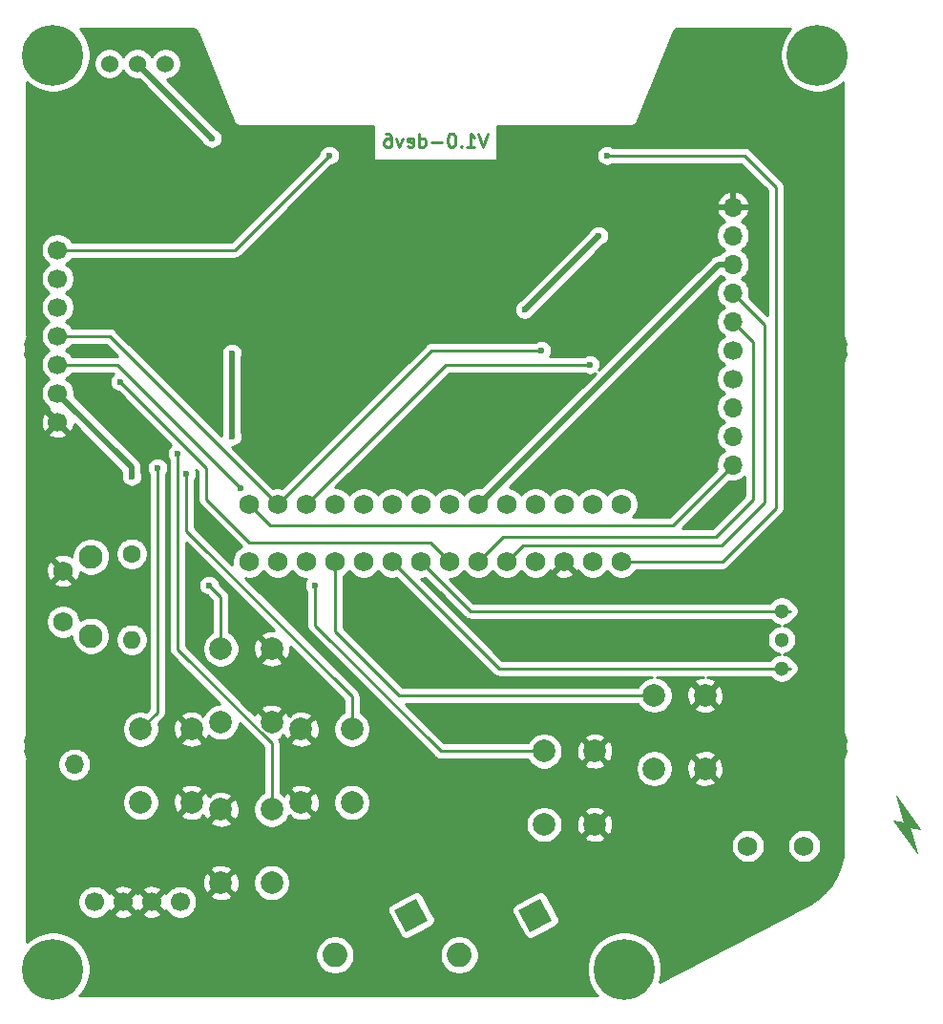
<source format=gbr>
G04 #@! TF.GenerationSoftware,KiCad,Pcbnew,(5.1.9-0-10_14)*
G04 #@! TF.CreationDate,2021-07-12T01:18:58-07:00*
G04 #@! TF.ProjectId,system,73797374-656d-42e6-9b69-6361645f7063,1.0-dev6*
G04 #@! TF.SameCoordinates,Original*
G04 #@! TF.FileFunction,Copper,L2,Bot*
G04 #@! TF.FilePolarity,Positive*
%FSLAX46Y46*%
G04 Gerber Fmt 4.6, Leading zero omitted, Abs format (unit mm)*
G04 Created by KiCad (PCBNEW (5.1.9-0-10_14)) date 2021-07-12 01:18:58*
%MOMM*%
%LPD*%
G01*
G04 APERTURE LIST*
G04 #@! TA.AperFunction,NonConductor*
%ADD10C,0.100000*%
G04 #@! TD*
G04 #@! TA.AperFunction,NonConductor*
%ADD11C,0.250000*%
G04 #@! TD*
G04 #@! TA.AperFunction,ComponentPad*
%ADD12O,1.700000X1.700000*%
G04 #@! TD*
G04 #@! TA.AperFunction,ComponentPad*
%ADD13C,1.700000*%
G04 #@! TD*
G04 #@! TA.AperFunction,ComponentPad*
%ADD14C,0.100000*%
G04 #@! TD*
G04 #@! TA.AperFunction,ComponentPad*
%ADD15C,1.750000*%
G04 #@! TD*
G04 #@! TA.AperFunction,ComponentPad*
%ADD16C,2.000000*%
G04 #@! TD*
G04 #@! TA.AperFunction,ComponentPad*
%ADD17C,1.300000*%
G04 #@! TD*
G04 #@! TA.AperFunction,ComponentPad*
%ADD18C,5.399999*%
G04 #@! TD*
G04 #@! TA.AperFunction,ComponentPad*
%ADD19C,5.400000*%
G04 #@! TD*
G04 #@! TA.AperFunction,ComponentPad*
%ADD20C,1.600000*%
G04 #@! TD*
G04 #@! TA.AperFunction,ComponentPad*
%ADD21O,1.600000X1.600000*%
G04 #@! TD*
G04 #@! TA.AperFunction,ComponentPad*
%ADD22C,1.524000*%
G04 #@! TD*
G04 #@! TA.AperFunction,ComponentPad*
%ADD23C,2.100000*%
G04 #@! TD*
G04 #@! TA.AperFunction,ViaPad*
%ADD24C,0.600000*%
G04 #@! TD*
G04 #@! TA.AperFunction,Conductor*
%ADD25C,0.254000*%
G04 #@! TD*
G04 #@! TA.AperFunction,Conductor*
%ADD26C,0.508000*%
G04 #@! TD*
G04 #@! TA.AperFunction,Conductor*
%ADD27C,0.100000*%
G04 #@! TD*
G04 APERTURE END LIST*
D10*
G36*
X181737000Y-138176000D02*
G01*
X182499000Y-140843000D01*
X180340000Y-137922000D01*
X181737000Y-138176000D01*
G37*
X181737000Y-138176000D02*
X182499000Y-140843000D01*
X180340000Y-137922000D01*
X181737000Y-138176000D01*
G36*
X182753000Y-138684000D02*
G01*
X181356000Y-138430000D01*
X180594000Y-135763000D01*
X182753000Y-138684000D01*
G37*
X182753000Y-138684000D02*
X181356000Y-138430000D01*
X180594000Y-135763000D01*
X182753000Y-138684000D01*
D11*
X144357142Y-77066857D02*
X143957142Y-78266857D01*
X143557142Y-77066857D01*
X142528571Y-78266857D02*
X143214285Y-78266857D01*
X142871428Y-78266857D02*
X142871428Y-77066857D01*
X142985714Y-77238285D01*
X143100000Y-77352571D01*
X143214285Y-77409714D01*
X142014285Y-78152571D02*
X141957142Y-78209714D01*
X142014285Y-78266857D01*
X142071428Y-78209714D01*
X142014285Y-78152571D01*
X142014285Y-78266857D01*
X141214285Y-77066857D02*
X141100000Y-77066857D01*
X140985714Y-77124000D01*
X140928571Y-77181142D01*
X140871428Y-77295428D01*
X140814285Y-77524000D01*
X140814285Y-77809714D01*
X140871428Y-78038285D01*
X140928571Y-78152571D01*
X140985714Y-78209714D01*
X141100000Y-78266857D01*
X141214285Y-78266857D01*
X141328571Y-78209714D01*
X141385714Y-78152571D01*
X141442857Y-78038285D01*
X141500000Y-77809714D01*
X141500000Y-77524000D01*
X141442857Y-77295428D01*
X141385714Y-77181142D01*
X141328571Y-77124000D01*
X141214285Y-77066857D01*
X140300000Y-77809714D02*
X139385714Y-77809714D01*
X138300000Y-78266857D02*
X138300000Y-77066857D01*
X138300000Y-78209714D02*
X138414285Y-78266857D01*
X138642857Y-78266857D01*
X138757142Y-78209714D01*
X138814285Y-78152571D01*
X138871428Y-78038285D01*
X138871428Y-77695428D01*
X138814285Y-77581142D01*
X138757142Y-77524000D01*
X138642857Y-77466857D01*
X138414285Y-77466857D01*
X138300000Y-77524000D01*
X137271428Y-78209714D02*
X137385714Y-78266857D01*
X137614285Y-78266857D01*
X137728571Y-78209714D01*
X137785714Y-78095428D01*
X137785714Y-77638285D01*
X137728571Y-77524000D01*
X137614285Y-77466857D01*
X137385714Y-77466857D01*
X137271428Y-77524000D01*
X137214285Y-77638285D01*
X137214285Y-77752571D01*
X137785714Y-77866857D01*
X136814285Y-77466857D02*
X136528571Y-78266857D01*
X136242857Y-77466857D01*
X135271428Y-77066857D02*
X135500000Y-77066857D01*
X135614285Y-77124000D01*
X135671428Y-77181142D01*
X135785714Y-77352571D01*
X135842857Y-77581142D01*
X135842857Y-78038285D01*
X135785714Y-78152571D01*
X135728571Y-78209714D01*
X135614285Y-78266857D01*
X135385714Y-78266857D01*
X135271428Y-78209714D01*
X135214285Y-78152571D01*
X135157142Y-78038285D01*
X135157142Y-77752571D01*
X135214285Y-77638285D01*
X135271428Y-77581142D01*
X135385714Y-77524000D01*
X135614285Y-77524000D01*
X135728571Y-77581142D01*
X135785714Y-77638285D01*
X135842857Y-77752571D01*
D12*
X107696000Y-132969000D03*
X166116000Y-86106000D03*
X166116000Y-101346000D03*
X166116000Y-103886000D03*
X166116000Y-106426000D03*
X166116000Y-83566000D03*
D13*
X166116000Y-98806000D03*
D12*
X166116000Y-88646000D03*
X166116000Y-91186000D03*
X166116000Y-93726000D03*
D13*
X166116000Y-96266000D03*
G04 #@! TA.AperFunction,ComponentPad*
G36*
G01*
X142806689Y-149352077D02*
X142806689Y-149352077D01*
G75*
G02*
X142338900Y-150835712I-975712J-507923D01*
G01*
X142338900Y-150835712D01*
G75*
G02*
X140855265Y-150367923I-507923J975712D01*
G01*
X140855265Y-150367923D01*
G75*
G02*
X141323054Y-148884288I975712J507923D01*
G01*
X141323054Y-148884288D01*
G75*
G02*
X142806689Y-149352077I507923J-975712D01*
G01*
G37*
G04 #@! TD.AperFunction*
G04 #@! TA.AperFunction,ComponentPad*
D14*
G36*
X149057788Y-144857841D02*
G01*
X150073635Y-146809264D01*
X148122212Y-147825111D01*
X147106365Y-145873688D01*
X149057788Y-144857841D01*
G37*
G04 #@! TD.AperFunction*
G04 #@! TA.AperFunction,ComponentPad*
G36*
G01*
X131785712Y-149352077D02*
X131785712Y-149352077D01*
G75*
G02*
X131317923Y-150835712I-975712J-507923D01*
G01*
X131317923Y-150835712D01*
G75*
G02*
X129834288Y-150367923I-507923J975712D01*
G01*
X129834288Y-150367923D01*
G75*
G02*
X130302077Y-148884288I975712J507923D01*
G01*
X130302077Y-148884288D01*
G75*
G02*
X131785712Y-149352077I507923J-975712D01*
G01*
G37*
G04 #@! TD.AperFunction*
G04 #@! TA.AperFunction,ComponentPad*
G36*
X138036811Y-144857841D02*
G01*
X139052658Y-146809264D01*
X137101235Y-147825111D01*
X136085388Y-145873688D01*
X138036811Y-144857841D01*
G37*
G04 #@! TD.AperFunction*
D15*
X156210000Y-109920000D03*
X153670000Y-109920000D03*
X151130000Y-109920000D03*
X148590000Y-109920000D03*
X146050000Y-109920000D03*
X143510000Y-109920000D03*
X140970000Y-109920000D03*
X138430000Y-109920000D03*
X135890000Y-109920000D03*
X133350000Y-109920000D03*
X130810000Y-109920000D03*
X128270000Y-109920000D03*
X125730000Y-109920000D03*
X123190000Y-109920000D03*
X123190000Y-115000000D03*
X125730000Y-115000000D03*
X128270000Y-115000000D03*
X130810000Y-115000000D03*
X133350000Y-115000000D03*
X135890000Y-115000000D03*
X156210000Y-115000000D03*
X153670000Y-115000000D03*
X151130000Y-115000000D03*
X148590000Y-115000000D03*
X146050000Y-115000000D03*
X143510000Y-115000000D03*
X138430000Y-115000000D03*
X140970000Y-115000000D03*
D13*
X106200000Y-102616000D03*
X106200000Y-100076000D03*
X106200000Y-97536000D03*
X106200000Y-94996000D03*
X106200000Y-92456000D03*
X106200000Y-89916000D03*
X106200000Y-87376000D03*
D16*
X153852000Y-138303000D03*
X149352000Y-138303000D03*
X153852000Y-131803000D03*
X149352000Y-131803000D03*
X163631000Y-133350000D03*
X159131000Y-133350000D03*
X163631000Y-126850000D03*
X159131000Y-126850000D03*
X125186000Y-129234000D03*
X120686000Y-129234000D03*
X125186000Y-122734000D03*
X120686000Y-122734000D03*
X120686000Y-136958000D03*
X125186000Y-136958000D03*
X120686000Y-143458000D03*
X125186000Y-143458000D03*
X118074000Y-136346000D03*
X113574000Y-136346000D03*
X118074000Y-129846000D03*
X113574000Y-129846000D03*
X127798000Y-129846000D03*
X132298000Y-129846000D03*
X127798000Y-136346000D03*
X132298000Y-136346000D03*
D17*
X170434000Y-121920000D03*
X170434000Y-124460000D03*
X170434000Y-119380000D03*
D18*
X105791000Y-151130000D03*
X105791000Y-70104000D03*
X156464000Y-151130000D03*
D19*
X173609000Y-70104000D03*
D15*
X172426000Y-140208000D03*
X167426000Y-140208000D03*
D20*
X112776000Y-114300000D03*
D21*
X112776000Y-121920000D03*
D22*
X110794800Y-70866000D03*
X113284000Y-70866000D03*
X115773200Y-70866000D03*
D23*
X109170000Y-121584000D03*
D15*
X106680000Y-120324000D03*
X106680000Y-115824000D03*
D23*
X109170000Y-114574000D03*
D13*
X114554000Y-145161000D03*
X112014000Y-145161000D03*
X117094000Y-145161000D03*
X109474000Y-145161000D03*
D24*
X109220000Y-96266000D03*
X164084000Y-121920000D03*
X156464000Y-103251000D03*
X142494000Y-101092000D03*
X118364000Y-115316000D03*
X118872000Y-111506000D03*
X121666000Y-113538000D03*
X165100000Y-110490000D03*
X124460000Y-116840000D03*
X162560000Y-97536000D03*
X137033000Y-121793000D03*
X119887994Y-77470000D03*
X116839984Y-105410000D03*
X115062000Y-106680000D03*
X117602000Y-107188000D03*
X119633994Y-117094000D03*
X129032000Y-117094000D03*
X111760000Y-99060000D03*
X121666000Y-103886000D03*
X121666000Y-96520008D03*
X112776000Y-107442000D03*
X154940000Y-78994000D03*
X130301998Y-78994000D03*
X149098000Y-96265998D03*
X153416000Y-97536000D03*
X122428000Y-108458001D03*
X147637500Y-92646500D03*
X154178000Y-86106000D03*
D25*
X130810000Y-121158000D02*
X130810000Y-115000000D01*
X136502000Y-126850000D02*
X130810000Y-121158000D01*
X159131000Y-126850000D02*
X136502000Y-126850000D01*
D26*
X113284000Y-70866000D02*
X119887994Y-77469994D01*
X119887994Y-77469994D02*
X119887994Y-77470000D01*
D25*
X125186000Y-131127514D02*
X116839984Y-122781498D01*
X116839984Y-122781498D02*
X116839984Y-105410000D01*
X125186000Y-136958000D02*
X125186000Y-131127514D01*
X115062000Y-128358000D02*
X115062000Y-106680000D01*
X113574000Y-129846000D02*
X115062000Y-128358000D01*
X117602000Y-112268000D02*
X117602000Y-107188000D01*
X132298000Y-126964000D02*
X117602000Y-112268000D01*
X132298000Y-129846000D02*
X132298000Y-126964000D01*
X120686000Y-122734000D02*
X120686000Y-118146006D01*
X120686000Y-118146006D02*
X119633994Y-117094000D01*
X129032000Y-120650000D02*
X129032000Y-117094000D01*
X140185000Y-131803000D02*
X129032000Y-120650000D01*
X149352000Y-131803000D02*
X140185000Y-131803000D01*
X140778000Y-117348000D02*
X138430000Y-115000000D01*
X142810000Y-119380000D02*
X140778000Y-117348000D01*
X171196000Y-119380000D02*
X142810000Y-119380000D01*
X119380000Y-109474000D02*
X119380000Y-106680000D01*
X140970000Y-115000000D02*
X139254000Y-113284000D01*
X139254000Y-113284000D02*
X123190000Y-113284000D01*
X123190000Y-113284000D02*
X119380000Y-109474000D01*
X119380000Y-106680000D02*
X111760000Y-99060000D01*
X139152409Y-118262409D02*
X135890000Y-115000000D01*
X145350000Y-124460000D02*
X139152409Y-118262409D01*
X171196000Y-124460000D02*
X145350000Y-124460000D01*
D26*
X121666000Y-103886000D02*
X121666000Y-96520008D01*
X143572000Y-109920000D02*
X143510000Y-109920000D01*
X164846000Y-88646000D02*
X143572000Y-109920000D01*
X166116000Y-88646000D02*
X164846000Y-88646000D01*
X112776000Y-106652000D02*
X106200000Y-100076000D01*
X112776000Y-107442000D02*
X112776000Y-106652000D01*
D25*
X145734000Y-112776000D02*
X143510000Y-115000000D01*
X167894000Y-109474000D02*
X164592000Y-112776000D01*
X164592000Y-112776000D02*
X145734000Y-112776000D01*
X167894000Y-95504000D02*
X167894000Y-109474000D01*
X166116000Y-93726000D02*
X167894000Y-95504000D01*
X168910000Y-109728000D02*
X165100000Y-113538000D01*
X168910000Y-93980000D02*
X168910000Y-109728000D01*
X147512000Y-113538000D02*
X146050000Y-115000000D01*
X165100000Y-113538000D02*
X147512000Y-113538000D01*
X166116000Y-91186000D02*
X168910000Y-93980000D01*
X167132000Y-78994000D02*
X154940000Y-78994000D01*
X169926000Y-81788000D02*
X167132000Y-78994000D01*
X169926000Y-110236000D02*
X169926000Y-81788000D01*
X165162000Y-115000000D02*
X169926000Y-110236000D01*
X156210000Y-115000000D02*
X165162000Y-115000000D01*
X121919998Y-87376000D02*
X130301998Y-78994000D01*
X106200000Y-87376000D02*
X121919998Y-87376000D01*
X160782000Y-111760000D02*
X166116000Y-106426000D01*
X125030000Y-111760000D02*
X160782000Y-111760000D01*
X123190000Y-109920000D02*
X125030000Y-111760000D01*
X110806000Y-94996000D02*
X106200000Y-94996000D01*
X125730000Y-109920000D02*
X110806000Y-94996000D01*
X139384002Y-96265998D02*
X149098000Y-96265998D01*
X125730000Y-109920000D02*
X139384002Y-96265998D01*
X140654000Y-97536000D02*
X153416000Y-97536000D01*
X128270000Y-109920000D02*
X140654000Y-97536000D01*
X106200000Y-97536000D02*
X111505999Y-97536000D01*
X111505999Y-97536000D02*
X122428000Y-108458001D01*
D26*
X147637500Y-92646500D02*
X154178000Y-86106000D01*
D25*
X118213231Y-67804646D02*
X118312528Y-67834626D01*
X118404114Y-67883323D01*
X118484497Y-67948882D01*
X118550613Y-68028803D01*
X118612228Y-68142756D01*
X121733885Y-75935803D01*
X121745664Y-75974633D01*
X121777718Y-76034602D01*
X121809153Y-76095106D01*
X121811871Y-76098499D01*
X121813914Y-76102320D01*
X121857045Y-76154875D01*
X121899686Y-76208091D01*
X121903013Y-76210887D01*
X121905763Y-76214238D01*
X121958327Y-76257376D01*
X122010522Y-76301244D01*
X122014331Y-76303337D01*
X122017681Y-76306087D01*
X122077680Y-76338157D01*
X122137402Y-76370983D01*
X122141542Y-76372292D01*
X122145368Y-76374337D01*
X122210512Y-76394098D01*
X122275448Y-76414629D01*
X122279762Y-76415105D01*
X122283916Y-76416365D01*
X122351703Y-76423041D01*
X122419358Y-76430505D01*
X122459790Y-76427000D01*
X134168572Y-76426999D01*
X134168572Y-79482500D01*
X145231429Y-79482500D01*
X145231429Y-76426999D01*
X156940198Y-76426998D01*
X156980641Y-76430504D01*
X157048364Y-76423033D01*
X157116085Y-76416363D01*
X157120235Y-76415104D01*
X157124551Y-76414628D01*
X157189493Y-76394095D01*
X157254633Y-76374335D01*
X157258460Y-76372289D01*
X157262598Y-76370981D01*
X157322268Y-76338183D01*
X157382320Y-76306085D01*
X157385674Y-76303332D01*
X157389477Y-76301242D01*
X157441613Y-76257424D01*
X157494238Y-76214236D01*
X157496990Y-76210883D01*
X157500313Y-76208090D01*
X157542889Y-76154954D01*
X157586087Y-76102318D01*
X157588134Y-76098489D01*
X157590846Y-76095104D01*
X157622223Y-76034712D01*
X157654337Y-75974631D01*
X157666121Y-75935784D01*
X160769885Y-68187410D01*
X160835394Y-68050682D01*
X160897530Y-67967623D01*
X160974611Y-67898219D01*
X161063711Y-67845105D01*
X161161424Y-67810311D01*
X161290853Y-67791199D01*
X161298994Y-67791000D01*
X171205597Y-67791000D01*
X171018536Y-67978061D01*
X170653561Y-68524285D01*
X170402162Y-69131216D01*
X170274000Y-69775531D01*
X170274000Y-70432469D01*
X170402162Y-71076784D01*
X170653561Y-71683715D01*
X171018536Y-72229939D01*
X171483061Y-72694464D01*
X172029285Y-73059439D01*
X172636216Y-73310838D01*
X173280531Y-73439000D01*
X173937469Y-73439000D01*
X174581784Y-73310838D01*
X175188715Y-73059439D01*
X175734939Y-72694464D01*
X175890000Y-72539403D01*
X175890001Y-94959885D01*
X175886444Y-94996000D01*
X175900635Y-95140085D01*
X175942663Y-95278633D01*
X175999389Y-95384760D01*
X176024164Y-95509312D01*
X176091179Y-95671099D01*
X176106815Y-95694500D01*
X176091179Y-95717901D01*
X176024164Y-95879688D01*
X175990000Y-96051441D01*
X175990000Y-96226559D01*
X176024164Y-96398312D01*
X176091179Y-96560099D01*
X176106815Y-96583500D01*
X176091179Y-96606901D01*
X176024164Y-96768688D01*
X175999389Y-96893240D01*
X175942663Y-96999367D01*
X175900635Y-97137915D01*
X175886444Y-97282000D01*
X175890000Y-97318105D01*
X175890001Y-130138885D01*
X175886444Y-130175000D01*
X175900635Y-130319085D01*
X175942663Y-130457633D01*
X175999389Y-130563760D01*
X176024164Y-130688312D01*
X176091179Y-130850099D01*
X176106815Y-130873500D01*
X176091179Y-130896901D01*
X176024164Y-131058688D01*
X175990000Y-131230441D01*
X175990000Y-131405559D01*
X176024164Y-131577312D01*
X176091179Y-131739099D01*
X176106815Y-131762500D01*
X176091179Y-131785901D01*
X176024164Y-131947688D01*
X175999389Y-132072240D01*
X175942663Y-132178367D01*
X175900635Y-132316915D01*
X175886444Y-132461000D01*
X175890000Y-132497105D01*
X175890001Y-140180069D01*
X175819278Y-141109801D01*
X175615064Y-141990843D01*
X175279930Y-142830861D01*
X174821590Y-143610524D01*
X174250591Y-144311886D01*
X173576942Y-144921643D01*
X172940009Y-145352970D01*
X159587013Y-152305152D01*
X159670837Y-152102783D01*
X159798999Y-151458469D01*
X159798999Y-150801531D01*
X159670837Y-150157217D01*
X159419438Y-149550285D01*
X159054463Y-149004062D01*
X158589938Y-148539537D01*
X158043715Y-148174562D01*
X157436783Y-147923163D01*
X156792469Y-147795001D01*
X156135531Y-147795001D01*
X155491217Y-147923163D01*
X154884285Y-148174562D01*
X154338062Y-148539537D01*
X153873537Y-149004062D01*
X153508562Y-149550285D01*
X153257163Y-150157217D01*
X153129001Y-150801531D01*
X153129001Y-151458469D01*
X153257163Y-152102783D01*
X153508562Y-152709715D01*
X153873537Y-153255938D01*
X154108499Y-153490900D01*
X108146501Y-153490900D01*
X108381463Y-153255938D01*
X108746438Y-152709715D01*
X108997837Y-152102783D01*
X109125999Y-151458469D01*
X109125999Y-150801531D01*
X108997837Y-150157217D01*
X108803944Y-149689117D01*
X129075000Y-149689117D01*
X129075000Y-150030883D01*
X129141675Y-150366081D01*
X129272463Y-150681831D01*
X129462337Y-150965998D01*
X129704002Y-151207663D01*
X129988169Y-151397537D01*
X130303919Y-151528325D01*
X130639117Y-151595000D01*
X130980883Y-151595000D01*
X131316081Y-151528325D01*
X131631831Y-151397537D01*
X131915998Y-151207663D01*
X132157663Y-150965998D01*
X132347537Y-150681831D01*
X132478325Y-150366081D01*
X132545000Y-150030883D01*
X132545000Y-149689117D01*
X140095977Y-149689117D01*
X140095977Y-150030883D01*
X140162652Y-150366081D01*
X140293440Y-150681831D01*
X140483314Y-150965998D01*
X140724979Y-151207663D01*
X141009146Y-151397537D01*
X141324896Y-151528325D01*
X141660094Y-151595000D01*
X142001860Y-151595000D01*
X142337058Y-151528325D01*
X142652808Y-151397537D01*
X142936975Y-151207663D01*
X143178640Y-150965998D01*
X143368514Y-150681831D01*
X143499302Y-150366081D01*
X143565977Y-150030883D01*
X143565977Y-149689117D01*
X143499302Y-149353919D01*
X143368514Y-149038169D01*
X143178640Y-148754002D01*
X142936975Y-148512337D01*
X142652808Y-148322463D01*
X142337058Y-148191675D01*
X142001860Y-148125000D01*
X141660094Y-148125000D01*
X141324896Y-148191675D01*
X141009146Y-148322463D01*
X140724979Y-148512337D01*
X140483314Y-148754002D01*
X140293440Y-149038169D01*
X140162652Y-149353919D01*
X140095977Y-149689117D01*
X132545000Y-149689117D01*
X132478325Y-149353919D01*
X132347537Y-149038169D01*
X132157663Y-148754002D01*
X131915998Y-148512337D01*
X131631831Y-148322463D01*
X131316081Y-148191675D01*
X130980883Y-148125000D01*
X130639117Y-148125000D01*
X130303919Y-148191675D01*
X129988169Y-148322463D01*
X129704002Y-148512337D01*
X129462337Y-148754002D01*
X129272463Y-149038169D01*
X129141675Y-149353919D01*
X129075000Y-149689117D01*
X108803944Y-149689117D01*
X108746438Y-149550285D01*
X108381463Y-149004062D01*
X107916938Y-148539537D01*
X107370715Y-148174562D01*
X106763783Y-147923163D01*
X106119469Y-147795001D01*
X105462531Y-147795001D01*
X104818217Y-147923163D01*
X104211285Y-148174562D01*
X103665062Y-148539537D01*
X103510000Y-148694599D01*
X103510000Y-145014740D01*
X107989000Y-145014740D01*
X107989000Y-145307260D01*
X108046068Y-145594158D01*
X108158010Y-145864411D01*
X108320525Y-146107632D01*
X108527368Y-146314475D01*
X108770589Y-146476990D01*
X109040842Y-146588932D01*
X109327740Y-146646000D01*
X109620260Y-146646000D01*
X109907158Y-146588932D01*
X110177411Y-146476990D01*
X110420632Y-146314475D01*
X110545710Y-146189397D01*
X111165208Y-146189397D01*
X111242843Y-146438472D01*
X111506883Y-146564371D01*
X111790411Y-146636339D01*
X112082531Y-146651611D01*
X112372019Y-146609599D01*
X112647747Y-146511919D01*
X112785157Y-146438472D01*
X112862792Y-146189397D01*
X113705208Y-146189397D01*
X113782843Y-146438472D01*
X114046883Y-146564371D01*
X114330411Y-146636339D01*
X114622531Y-146651611D01*
X114912019Y-146609599D01*
X115187747Y-146511919D01*
X115325157Y-146438472D01*
X115402792Y-146189397D01*
X114554000Y-145340605D01*
X113705208Y-146189397D01*
X112862792Y-146189397D01*
X112014000Y-145340605D01*
X111165208Y-146189397D01*
X110545710Y-146189397D01*
X110627475Y-146107632D01*
X110743311Y-145934271D01*
X110985603Y-146009792D01*
X111834395Y-145161000D01*
X112193605Y-145161000D01*
X113042397Y-146009792D01*
X113284000Y-145934486D01*
X113525603Y-146009792D01*
X114374395Y-145161000D01*
X114733605Y-145161000D01*
X115582397Y-146009792D01*
X115824689Y-145934271D01*
X115940525Y-146107632D01*
X116147368Y-146314475D01*
X116390589Y-146476990D01*
X116660842Y-146588932D01*
X116947740Y-146646000D01*
X117240260Y-146646000D01*
X117527158Y-146588932D01*
X117797411Y-146476990D01*
X118040632Y-146314475D01*
X118247475Y-146107632D01*
X118366632Y-145929300D01*
X135449744Y-145929300D01*
X135472807Y-146052239D01*
X135519411Y-146168317D01*
X136535258Y-148119740D01*
X136603613Y-148224495D01*
X136691090Y-148313903D01*
X136794330Y-148384526D01*
X136909363Y-148433651D01*
X137031770Y-148459391D01*
X137156847Y-148460755D01*
X137279786Y-148437692D01*
X137395864Y-148391088D01*
X139347287Y-147375241D01*
X139452042Y-147306886D01*
X139541450Y-147219409D01*
X139612073Y-147116169D01*
X139661198Y-147001136D01*
X139686938Y-146878729D01*
X139688302Y-146753652D01*
X139665239Y-146630713D01*
X139618635Y-146514635D01*
X139313929Y-145929300D01*
X146470721Y-145929300D01*
X146493784Y-146052239D01*
X146540388Y-146168317D01*
X147556235Y-148119740D01*
X147624590Y-148224495D01*
X147712067Y-148313903D01*
X147815307Y-148384526D01*
X147930340Y-148433651D01*
X148052747Y-148459391D01*
X148177824Y-148460755D01*
X148300763Y-148437692D01*
X148416841Y-148391088D01*
X150368264Y-147375241D01*
X150473019Y-147306886D01*
X150562427Y-147219409D01*
X150633050Y-147116169D01*
X150682175Y-147001136D01*
X150707915Y-146878729D01*
X150709279Y-146753652D01*
X150686216Y-146630713D01*
X150639612Y-146514635D01*
X149623765Y-144563212D01*
X149555410Y-144458457D01*
X149467933Y-144369049D01*
X149364693Y-144298426D01*
X149249660Y-144249301D01*
X149127253Y-144223561D01*
X149002176Y-144222197D01*
X148879237Y-144245260D01*
X148763159Y-144291864D01*
X146811736Y-145307711D01*
X146706981Y-145376066D01*
X146617573Y-145463543D01*
X146546950Y-145566783D01*
X146497825Y-145681816D01*
X146472085Y-145804223D01*
X146470721Y-145929300D01*
X139313929Y-145929300D01*
X138602788Y-144563212D01*
X138534433Y-144458457D01*
X138446956Y-144369049D01*
X138343716Y-144298426D01*
X138228683Y-144249301D01*
X138106276Y-144223561D01*
X137981199Y-144222197D01*
X137858260Y-144245260D01*
X137742182Y-144291864D01*
X135790759Y-145307711D01*
X135686004Y-145376066D01*
X135596596Y-145463543D01*
X135525973Y-145566783D01*
X135476848Y-145681816D01*
X135451108Y-145804223D01*
X135449744Y-145929300D01*
X118366632Y-145929300D01*
X118409990Y-145864411D01*
X118521932Y-145594158D01*
X118579000Y-145307260D01*
X118579000Y-145014740D01*
X118521932Y-144727842D01*
X118466250Y-144593413D01*
X119730192Y-144593413D01*
X119825956Y-144857814D01*
X120115571Y-144998704D01*
X120427108Y-145080384D01*
X120748595Y-145099718D01*
X121067675Y-145055961D01*
X121372088Y-144950795D01*
X121546044Y-144857814D01*
X121641808Y-144593413D01*
X120686000Y-143637605D01*
X119730192Y-144593413D01*
X118466250Y-144593413D01*
X118409990Y-144457589D01*
X118247475Y-144214368D01*
X118040632Y-144007525D01*
X117797411Y-143845010D01*
X117527158Y-143733068D01*
X117240260Y-143676000D01*
X116947740Y-143676000D01*
X116660842Y-143733068D01*
X116390589Y-143845010D01*
X116147368Y-144007525D01*
X115940525Y-144214368D01*
X115824689Y-144387729D01*
X115582397Y-144312208D01*
X114733605Y-145161000D01*
X114374395Y-145161000D01*
X113525603Y-144312208D01*
X113284000Y-144387514D01*
X113042397Y-144312208D01*
X112193605Y-145161000D01*
X111834395Y-145161000D01*
X110985603Y-144312208D01*
X110743311Y-144387729D01*
X110627475Y-144214368D01*
X110545710Y-144132603D01*
X111165208Y-144132603D01*
X112014000Y-144981395D01*
X112862792Y-144132603D01*
X113705208Y-144132603D01*
X114554000Y-144981395D01*
X115402792Y-144132603D01*
X115325157Y-143883528D01*
X115061117Y-143757629D01*
X114777589Y-143685661D01*
X114485469Y-143670389D01*
X114195981Y-143712401D01*
X113920253Y-143810081D01*
X113782843Y-143883528D01*
X113705208Y-144132603D01*
X112862792Y-144132603D01*
X112785157Y-143883528D01*
X112521117Y-143757629D01*
X112237589Y-143685661D01*
X111945469Y-143670389D01*
X111655981Y-143712401D01*
X111380253Y-143810081D01*
X111242843Y-143883528D01*
X111165208Y-144132603D01*
X110545710Y-144132603D01*
X110420632Y-144007525D01*
X110177411Y-143845010D01*
X109907158Y-143733068D01*
X109620260Y-143676000D01*
X109327740Y-143676000D01*
X109040842Y-143733068D01*
X108770589Y-143845010D01*
X108527368Y-144007525D01*
X108320525Y-144214368D01*
X108158010Y-144457589D01*
X108046068Y-144727842D01*
X107989000Y-145014740D01*
X103510000Y-145014740D01*
X103510000Y-143520595D01*
X119044282Y-143520595D01*
X119088039Y-143839675D01*
X119193205Y-144144088D01*
X119286186Y-144318044D01*
X119550587Y-144413808D01*
X120506395Y-143458000D01*
X120865605Y-143458000D01*
X121821413Y-144413808D01*
X122085814Y-144318044D01*
X122226704Y-144028429D01*
X122308384Y-143716892D01*
X122327718Y-143395405D01*
X122314219Y-143296967D01*
X123551000Y-143296967D01*
X123551000Y-143619033D01*
X123613832Y-143934912D01*
X123737082Y-144232463D01*
X123916013Y-144500252D01*
X124143748Y-144727987D01*
X124411537Y-144906918D01*
X124709088Y-145030168D01*
X125024967Y-145093000D01*
X125347033Y-145093000D01*
X125662912Y-145030168D01*
X125960463Y-144906918D01*
X126228252Y-144727987D01*
X126455987Y-144500252D01*
X126634918Y-144232463D01*
X126758168Y-143934912D01*
X126821000Y-143619033D01*
X126821000Y-143296967D01*
X126758168Y-142981088D01*
X126634918Y-142683537D01*
X126455987Y-142415748D01*
X126228252Y-142188013D01*
X125960463Y-142009082D01*
X125662912Y-141885832D01*
X125347033Y-141823000D01*
X125024967Y-141823000D01*
X124709088Y-141885832D01*
X124411537Y-142009082D01*
X124143748Y-142188013D01*
X123916013Y-142415748D01*
X123737082Y-142683537D01*
X123613832Y-142981088D01*
X123551000Y-143296967D01*
X122314219Y-143296967D01*
X122283961Y-143076325D01*
X122178795Y-142771912D01*
X122085814Y-142597956D01*
X121821413Y-142502192D01*
X120865605Y-143458000D01*
X120506395Y-143458000D01*
X119550587Y-142502192D01*
X119286186Y-142597956D01*
X119145296Y-142887571D01*
X119063616Y-143199108D01*
X119044282Y-143520595D01*
X103510000Y-143520595D01*
X103510000Y-142322587D01*
X119730192Y-142322587D01*
X120686000Y-143278395D01*
X121641808Y-142322587D01*
X121546044Y-142058186D01*
X121256429Y-141917296D01*
X120944892Y-141835616D01*
X120623405Y-141816282D01*
X120304325Y-141860039D01*
X119999912Y-141965205D01*
X119825956Y-142058186D01*
X119730192Y-142322587D01*
X103510000Y-142322587D01*
X103510000Y-140059278D01*
X165916000Y-140059278D01*
X165916000Y-140356722D01*
X165974029Y-140648451D01*
X166087856Y-140923253D01*
X166253107Y-141170569D01*
X166463431Y-141380893D01*
X166710747Y-141546144D01*
X166985549Y-141659971D01*
X167277278Y-141718000D01*
X167574722Y-141718000D01*
X167866451Y-141659971D01*
X168141253Y-141546144D01*
X168388569Y-141380893D01*
X168598893Y-141170569D01*
X168764144Y-140923253D01*
X168877971Y-140648451D01*
X168936000Y-140356722D01*
X168936000Y-140059278D01*
X170916000Y-140059278D01*
X170916000Y-140356722D01*
X170974029Y-140648451D01*
X171087856Y-140923253D01*
X171253107Y-141170569D01*
X171463431Y-141380893D01*
X171710747Y-141546144D01*
X171985549Y-141659971D01*
X172277278Y-141718000D01*
X172574722Y-141718000D01*
X172866451Y-141659971D01*
X173141253Y-141546144D01*
X173388569Y-141380893D01*
X173598893Y-141170569D01*
X173764144Y-140923253D01*
X173877971Y-140648451D01*
X173936000Y-140356722D01*
X173936000Y-140059278D01*
X173877971Y-139767549D01*
X173764144Y-139492747D01*
X173598893Y-139245431D01*
X173388569Y-139035107D01*
X173141253Y-138869856D01*
X172866451Y-138756029D01*
X172574722Y-138698000D01*
X172277278Y-138698000D01*
X171985549Y-138756029D01*
X171710747Y-138869856D01*
X171463431Y-139035107D01*
X171253107Y-139245431D01*
X171087856Y-139492747D01*
X170974029Y-139767549D01*
X170916000Y-140059278D01*
X168936000Y-140059278D01*
X168877971Y-139767549D01*
X168764144Y-139492747D01*
X168598893Y-139245431D01*
X168388569Y-139035107D01*
X168141253Y-138869856D01*
X167866451Y-138756029D01*
X167574722Y-138698000D01*
X167277278Y-138698000D01*
X166985549Y-138756029D01*
X166710747Y-138869856D01*
X166463431Y-139035107D01*
X166253107Y-139245431D01*
X166087856Y-139492747D01*
X165974029Y-139767549D01*
X165916000Y-140059278D01*
X103510000Y-140059278D01*
X103510000Y-138093413D01*
X119730192Y-138093413D01*
X119825956Y-138357814D01*
X120115571Y-138498704D01*
X120427108Y-138580384D01*
X120748595Y-138599718D01*
X121067675Y-138555961D01*
X121372088Y-138450795D01*
X121546044Y-138357814D01*
X121641808Y-138093413D01*
X120686000Y-137137605D01*
X119730192Y-138093413D01*
X103510000Y-138093413D01*
X103510000Y-136184967D01*
X111939000Y-136184967D01*
X111939000Y-136507033D01*
X112001832Y-136822912D01*
X112125082Y-137120463D01*
X112304013Y-137388252D01*
X112531748Y-137615987D01*
X112799537Y-137794918D01*
X113097088Y-137918168D01*
X113412967Y-137981000D01*
X113735033Y-137981000D01*
X114050912Y-137918168D01*
X114348463Y-137794918D01*
X114616252Y-137615987D01*
X114750826Y-137481413D01*
X117118192Y-137481413D01*
X117213956Y-137745814D01*
X117503571Y-137886704D01*
X117815108Y-137968384D01*
X118136595Y-137987718D01*
X118455675Y-137943961D01*
X118760088Y-137838795D01*
X118934044Y-137745814D01*
X119029807Y-137481415D01*
X119145475Y-137597083D01*
X119168880Y-137573678D01*
X119193205Y-137644088D01*
X119286186Y-137818044D01*
X119550587Y-137913808D01*
X120506395Y-136958000D01*
X120865605Y-136958000D01*
X121821413Y-137913808D01*
X122085814Y-137818044D01*
X122226704Y-137528429D01*
X122308384Y-137216892D01*
X122327718Y-136895405D01*
X122283961Y-136576325D01*
X122178795Y-136271912D01*
X122085814Y-136097956D01*
X121821413Y-136002192D01*
X120865605Y-136958000D01*
X120506395Y-136958000D01*
X120492253Y-136943858D01*
X120671858Y-136764253D01*
X120686000Y-136778395D01*
X121641808Y-135822587D01*
X121546044Y-135558186D01*
X121256429Y-135417296D01*
X120944892Y-135335616D01*
X120623405Y-135316282D01*
X120304325Y-135360039D01*
X119999912Y-135465205D01*
X119825956Y-135558186D01*
X119730193Y-135822585D01*
X119614525Y-135706917D01*
X119591120Y-135730322D01*
X119566795Y-135659912D01*
X119473814Y-135485956D01*
X119209413Y-135390192D01*
X118253605Y-136346000D01*
X118267748Y-136360143D01*
X118088143Y-136539748D01*
X118074000Y-136525605D01*
X117118192Y-137481413D01*
X114750826Y-137481413D01*
X114843987Y-137388252D01*
X115022918Y-137120463D01*
X115146168Y-136822912D01*
X115209000Y-136507033D01*
X115209000Y-136408595D01*
X116432282Y-136408595D01*
X116476039Y-136727675D01*
X116581205Y-137032088D01*
X116674186Y-137206044D01*
X116938587Y-137301808D01*
X117894395Y-136346000D01*
X116938587Y-135390192D01*
X116674186Y-135485956D01*
X116533296Y-135775571D01*
X116451616Y-136087108D01*
X116432282Y-136408595D01*
X115209000Y-136408595D01*
X115209000Y-136184967D01*
X115146168Y-135869088D01*
X115022918Y-135571537D01*
X114843987Y-135303748D01*
X114750826Y-135210587D01*
X117118192Y-135210587D01*
X118074000Y-136166395D01*
X119029808Y-135210587D01*
X118934044Y-134946186D01*
X118644429Y-134805296D01*
X118332892Y-134723616D01*
X118011405Y-134704282D01*
X117692325Y-134748039D01*
X117387912Y-134853205D01*
X117213956Y-134946186D01*
X117118192Y-135210587D01*
X114750826Y-135210587D01*
X114616252Y-135076013D01*
X114348463Y-134897082D01*
X114050912Y-134773832D01*
X113735033Y-134711000D01*
X113412967Y-134711000D01*
X113097088Y-134773832D01*
X112799537Y-134897082D01*
X112531748Y-135076013D01*
X112304013Y-135303748D01*
X112125082Y-135571537D01*
X112001832Y-135869088D01*
X111939000Y-136184967D01*
X103510000Y-136184967D01*
X103510000Y-132822740D01*
X106211000Y-132822740D01*
X106211000Y-133115260D01*
X106268068Y-133402158D01*
X106380010Y-133672411D01*
X106542525Y-133915632D01*
X106749368Y-134122475D01*
X106992589Y-134284990D01*
X107262842Y-134396932D01*
X107549740Y-134454000D01*
X107842260Y-134454000D01*
X108129158Y-134396932D01*
X108399411Y-134284990D01*
X108642632Y-134122475D01*
X108849475Y-133915632D01*
X109011990Y-133672411D01*
X109123932Y-133402158D01*
X109181000Y-133115260D01*
X109181000Y-132822740D01*
X109123932Y-132535842D01*
X109011990Y-132265589D01*
X108849475Y-132022368D01*
X108642632Y-131815525D01*
X108399411Y-131653010D01*
X108129158Y-131541068D01*
X107842260Y-131484000D01*
X107549740Y-131484000D01*
X107262842Y-131541068D01*
X106992589Y-131653010D01*
X106749368Y-131815525D01*
X106542525Y-132022368D01*
X106380010Y-132265589D01*
X106268068Y-132535842D01*
X106211000Y-132822740D01*
X103510000Y-132822740D01*
X103510000Y-132497105D01*
X103513556Y-132461000D01*
X103499365Y-132316915D01*
X103457337Y-132178367D01*
X103400611Y-132072240D01*
X103375836Y-131947688D01*
X103308821Y-131785901D01*
X103293185Y-131762500D01*
X103308821Y-131739099D01*
X103375836Y-131577312D01*
X103410000Y-131405559D01*
X103410000Y-131230441D01*
X103375836Y-131058688D01*
X103308821Y-130896901D01*
X103293185Y-130873500D01*
X103308821Y-130850099D01*
X103375836Y-130688312D01*
X103400611Y-130563760D01*
X103457337Y-130457633D01*
X103499365Y-130319085D01*
X103513556Y-130175000D01*
X103510000Y-130138895D01*
X103510000Y-129684967D01*
X111939000Y-129684967D01*
X111939000Y-130007033D01*
X112001832Y-130322912D01*
X112125082Y-130620463D01*
X112304013Y-130888252D01*
X112531748Y-131115987D01*
X112799537Y-131294918D01*
X113097088Y-131418168D01*
X113412967Y-131481000D01*
X113735033Y-131481000D01*
X114050912Y-131418168D01*
X114348463Y-131294918D01*
X114616252Y-131115987D01*
X114750826Y-130981413D01*
X117118192Y-130981413D01*
X117213956Y-131245814D01*
X117503571Y-131386704D01*
X117815108Y-131468384D01*
X118136595Y-131487718D01*
X118455675Y-131443961D01*
X118760088Y-131338795D01*
X118934044Y-131245814D01*
X119029808Y-130981413D01*
X118074000Y-130025605D01*
X117118192Y-130981413D01*
X114750826Y-130981413D01*
X114843987Y-130888252D01*
X115022918Y-130620463D01*
X115146168Y-130322912D01*
X115209000Y-130007033D01*
X115209000Y-129908595D01*
X116432282Y-129908595D01*
X116476039Y-130227675D01*
X116581205Y-130532088D01*
X116674186Y-130706044D01*
X116938587Y-130801808D01*
X117894395Y-129846000D01*
X116938587Y-128890192D01*
X116674186Y-128985956D01*
X116533296Y-129275571D01*
X116451616Y-129587108D01*
X116432282Y-129908595D01*
X115209000Y-129908595D01*
X115209000Y-129684967D01*
X115146168Y-129369088D01*
X115141006Y-129356625D01*
X115574353Y-128923278D01*
X115603422Y-128899422D01*
X115642073Y-128852325D01*
X115698645Y-128783393D01*
X115737560Y-128710587D01*
X115769402Y-128651015D01*
X115812974Y-128507378D01*
X115824000Y-128395426D01*
X115824000Y-128395423D01*
X115827686Y-128358000D01*
X115824000Y-128320577D01*
X115824000Y-107222542D01*
X115890586Y-107122889D01*
X115961068Y-106952729D01*
X115997000Y-106772089D01*
X115997000Y-106587911D01*
X115961068Y-106407271D01*
X115890586Y-106237111D01*
X115788262Y-106083972D01*
X115658028Y-105953738D01*
X115504889Y-105851414D01*
X115334729Y-105780932D01*
X115154089Y-105745000D01*
X114969911Y-105745000D01*
X114789271Y-105780932D01*
X114619111Y-105851414D01*
X114465972Y-105953738D01*
X114335738Y-106083972D01*
X114233414Y-106237111D01*
X114162932Y-106407271D01*
X114127000Y-106587911D01*
X114127000Y-106772089D01*
X114162932Y-106952729D01*
X114233414Y-107122889D01*
X114300001Y-107222544D01*
X114300000Y-128042369D01*
X114063375Y-128278994D01*
X114050912Y-128273832D01*
X113735033Y-128211000D01*
X113412967Y-128211000D01*
X113097088Y-128273832D01*
X112799537Y-128397082D01*
X112531748Y-128576013D01*
X112304013Y-128803748D01*
X112125082Y-129071537D01*
X112001832Y-129369088D01*
X111939000Y-129684967D01*
X103510000Y-129684967D01*
X103510000Y-120175278D01*
X105170000Y-120175278D01*
X105170000Y-120472722D01*
X105228029Y-120764451D01*
X105341856Y-121039253D01*
X105507107Y-121286569D01*
X105717431Y-121496893D01*
X105964747Y-121662144D01*
X106239549Y-121775971D01*
X106531278Y-121834000D01*
X106828722Y-121834000D01*
X107120451Y-121775971D01*
X107395253Y-121662144D01*
X107485000Y-121602177D01*
X107485000Y-121749958D01*
X107549754Y-122075496D01*
X107676772Y-122382147D01*
X107861175Y-122658125D01*
X108095875Y-122892825D01*
X108371853Y-123077228D01*
X108678504Y-123204246D01*
X109004042Y-123269000D01*
X109335958Y-123269000D01*
X109661496Y-123204246D01*
X109968147Y-123077228D01*
X110244125Y-122892825D01*
X110478825Y-122658125D01*
X110663228Y-122382147D01*
X110790246Y-122075496D01*
X110849289Y-121778665D01*
X111341000Y-121778665D01*
X111341000Y-122061335D01*
X111396147Y-122338574D01*
X111504320Y-122599727D01*
X111661363Y-122834759D01*
X111861241Y-123034637D01*
X112096273Y-123191680D01*
X112357426Y-123299853D01*
X112634665Y-123355000D01*
X112917335Y-123355000D01*
X113194574Y-123299853D01*
X113455727Y-123191680D01*
X113690759Y-123034637D01*
X113890637Y-122834759D01*
X114047680Y-122599727D01*
X114155853Y-122338574D01*
X114211000Y-122061335D01*
X114211000Y-121778665D01*
X114155853Y-121501426D01*
X114047680Y-121240273D01*
X113890637Y-121005241D01*
X113690759Y-120805363D01*
X113455727Y-120648320D01*
X113194574Y-120540147D01*
X112917335Y-120485000D01*
X112634665Y-120485000D01*
X112357426Y-120540147D01*
X112096273Y-120648320D01*
X111861241Y-120805363D01*
X111661363Y-121005241D01*
X111504320Y-121240273D01*
X111396147Y-121501426D01*
X111341000Y-121778665D01*
X110849289Y-121778665D01*
X110855000Y-121749958D01*
X110855000Y-121418042D01*
X110790246Y-121092504D01*
X110663228Y-120785853D01*
X110478825Y-120509875D01*
X110244125Y-120275175D01*
X109968147Y-120090772D01*
X109661496Y-119963754D01*
X109335958Y-119899000D01*
X109004042Y-119899000D01*
X108678504Y-119963754D01*
X108371853Y-120090772D01*
X108190000Y-120212283D01*
X108190000Y-120175278D01*
X108131971Y-119883549D01*
X108018144Y-119608747D01*
X107852893Y-119361431D01*
X107642569Y-119151107D01*
X107395253Y-118985856D01*
X107120451Y-118872029D01*
X106828722Y-118814000D01*
X106531278Y-118814000D01*
X106239549Y-118872029D01*
X105964747Y-118985856D01*
X105717431Y-119151107D01*
X105507107Y-119361431D01*
X105341856Y-119608747D01*
X105228029Y-119883549D01*
X105170000Y-120175278D01*
X103510000Y-120175278D01*
X103510000Y-116870240D01*
X105813365Y-116870240D01*
X105894025Y-117121868D01*
X106162329Y-117250267D01*
X106450526Y-117323855D01*
X106747543Y-117339804D01*
X107041963Y-117297501D01*
X107322474Y-117198572D01*
X107465975Y-117121868D01*
X107546635Y-116870240D01*
X106680000Y-116003605D01*
X105813365Y-116870240D01*
X103510000Y-116870240D01*
X103510000Y-115891543D01*
X105164196Y-115891543D01*
X105206499Y-116185963D01*
X105305428Y-116466474D01*
X105382132Y-116609975D01*
X105633760Y-116690635D01*
X106500395Y-115824000D01*
X105633760Y-114957365D01*
X105382132Y-115038025D01*
X105253733Y-115306329D01*
X105180145Y-115594526D01*
X105164196Y-115891543D01*
X103510000Y-115891543D01*
X103510000Y-114777760D01*
X105813365Y-114777760D01*
X106680000Y-115644395D01*
X106694143Y-115630253D01*
X106873748Y-115809858D01*
X106859605Y-115824000D01*
X107726240Y-116690635D01*
X107977868Y-116609975D01*
X108106267Y-116341671D01*
X108179855Y-116053474D01*
X108185792Y-115942906D01*
X108371853Y-116067228D01*
X108678504Y-116194246D01*
X109004042Y-116259000D01*
X109335958Y-116259000D01*
X109661496Y-116194246D01*
X109968147Y-116067228D01*
X110244125Y-115882825D01*
X110478825Y-115648125D01*
X110663228Y-115372147D01*
X110790246Y-115065496D01*
X110855000Y-114739958D01*
X110855000Y-114408042D01*
X110805396Y-114158665D01*
X111341000Y-114158665D01*
X111341000Y-114441335D01*
X111396147Y-114718574D01*
X111504320Y-114979727D01*
X111661363Y-115214759D01*
X111861241Y-115414637D01*
X112096273Y-115571680D01*
X112357426Y-115679853D01*
X112634665Y-115735000D01*
X112917335Y-115735000D01*
X113194574Y-115679853D01*
X113455727Y-115571680D01*
X113690759Y-115414637D01*
X113890637Y-115214759D01*
X114047680Y-114979727D01*
X114155853Y-114718574D01*
X114211000Y-114441335D01*
X114211000Y-114158665D01*
X114155853Y-113881426D01*
X114047680Y-113620273D01*
X113890637Y-113385241D01*
X113690759Y-113185363D01*
X113455727Y-113028320D01*
X113194574Y-112920147D01*
X112917335Y-112865000D01*
X112634665Y-112865000D01*
X112357426Y-112920147D01*
X112096273Y-113028320D01*
X111861241Y-113185363D01*
X111661363Y-113385241D01*
X111504320Y-113620273D01*
X111396147Y-113881426D01*
X111341000Y-114158665D01*
X110805396Y-114158665D01*
X110790246Y-114082504D01*
X110663228Y-113775853D01*
X110478825Y-113499875D01*
X110244125Y-113265175D01*
X109968147Y-113080772D01*
X109661496Y-112953754D01*
X109335958Y-112889000D01*
X109004042Y-112889000D01*
X108678504Y-112953754D01*
X108371853Y-113080772D01*
X108095875Y-113265175D01*
X107861175Y-113499875D01*
X107676772Y-113775853D01*
X107549754Y-114082504D01*
X107485000Y-114408042D01*
X107485000Y-114585483D01*
X107465975Y-114526132D01*
X107197671Y-114397733D01*
X106909474Y-114324145D01*
X106612457Y-114308196D01*
X106318037Y-114350499D01*
X106037526Y-114449428D01*
X105894025Y-114526132D01*
X105813365Y-114777760D01*
X103510000Y-114777760D01*
X103510000Y-103644397D01*
X105351208Y-103644397D01*
X105428843Y-103893472D01*
X105692883Y-104019371D01*
X105976411Y-104091339D01*
X106268531Y-104106611D01*
X106558019Y-104064599D01*
X106833747Y-103966919D01*
X106971157Y-103893472D01*
X107048792Y-103644397D01*
X106200000Y-102795605D01*
X105351208Y-103644397D01*
X103510000Y-103644397D01*
X103510000Y-102684531D01*
X104709389Y-102684531D01*
X104751401Y-102974019D01*
X104849081Y-103249747D01*
X104922528Y-103387157D01*
X105171603Y-103464792D01*
X106020395Y-102616000D01*
X105171603Y-101767208D01*
X104922528Y-101844843D01*
X104796629Y-102108883D01*
X104724661Y-102392411D01*
X104709389Y-102684531D01*
X103510000Y-102684531D01*
X103510000Y-97318105D01*
X103513556Y-97282000D01*
X103499365Y-97137915D01*
X103457337Y-96999367D01*
X103400611Y-96893240D01*
X103375836Y-96768688D01*
X103308821Y-96606901D01*
X103293185Y-96583500D01*
X103308821Y-96560099D01*
X103375836Y-96398312D01*
X103410000Y-96226559D01*
X103410000Y-96051441D01*
X103375836Y-95879688D01*
X103308821Y-95717901D01*
X103293185Y-95694500D01*
X103308821Y-95671099D01*
X103375836Y-95509312D01*
X103400611Y-95384760D01*
X103457337Y-95278633D01*
X103499365Y-95140085D01*
X103513556Y-94996000D01*
X103510000Y-94959895D01*
X103510000Y-87229740D01*
X104715000Y-87229740D01*
X104715000Y-87522260D01*
X104772068Y-87809158D01*
X104884010Y-88079411D01*
X105046525Y-88322632D01*
X105253368Y-88529475D01*
X105427760Y-88646000D01*
X105253368Y-88762525D01*
X105046525Y-88969368D01*
X104884010Y-89212589D01*
X104772068Y-89482842D01*
X104715000Y-89769740D01*
X104715000Y-90062260D01*
X104772068Y-90349158D01*
X104884010Y-90619411D01*
X105046525Y-90862632D01*
X105253368Y-91069475D01*
X105427760Y-91186000D01*
X105253368Y-91302525D01*
X105046525Y-91509368D01*
X104884010Y-91752589D01*
X104772068Y-92022842D01*
X104715000Y-92309740D01*
X104715000Y-92602260D01*
X104772068Y-92889158D01*
X104884010Y-93159411D01*
X105046525Y-93402632D01*
X105253368Y-93609475D01*
X105427760Y-93726000D01*
X105253368Y-93842525D01*
X105046525Y-94049368D01*
X104884010Y-94292589D01*
X104772068Y-94562842D01*
X104715000Y-94849740D01*
X104715000Y-95142260D01*
X104772068Y-95429158D01*
X104884010Y-95699411D01*
X105046525Y-95942632D01*
X105253368Y-96149475D01*
X105427760Y-96266000D01*
X105253368Y-96382525D01*
X105046525Y-96589368D01*
X104884010Y-96832589D01*
X104772068Y-97102842D01*
X104715000Y-97389740D01*
X104715000Y-97682260D01*
X104772068Y-97969158D01*
X104884010Y-98239411D01*
X105046525Y-98482632D01*
X105253368Y-98689475D01*
X105427760Y-98806000D01*
X105253368Y-98922525D01*
X105046525Y-99129368D01*
X104884010Y-99372589D01*
X104772068Y-99642842D01*
X104715000Y-99929740D01*
X104715000Y-100222260D01*
X104772068Y-100509158D01*
X104884010Y-100779411D01*
X105046525Y-101022632D01*
X105253368Y-101229475D01*
X105426729Y-101345311D01*
X105351208Y-101587603D01*
X106200000Y-102436395D01*
X106214143Y-102422253D01*
X106393748Y-102601858D01*
X106379605Y-102616000D01*
X107228397Y-103464792D01*
X107477472Y-103387157D01*
X107603371Y-103123117D01*
X107675339Y-102839589D01*
X107676880Y-102810115D01*
X111887000Y-107020235D01*
X111887000Y-107144964D01*
X111876932Y-107169271D01*
X111841000Y-107349911D01*
X111841000Y-107534089D01*
X111876932Y-107714729D01*
X111947414Y-107884889D01*
X112049738Y-108038028D01*
X112179972Y-108168262D01*
X112333111Y-108270586D01*
X112503271Y-108341068D01*
X112683911Y-108377000D01*
X112868089Y-108377000D01*
X113048729Y-108341068D01*
X113218889Y-108270586D01*
X113372028Y-108168262D01*
X113502262Y-108038028D01*
X113604586Y-107884889D01*
X113675068Y-107714729D01*
X113711000Y-107534089D01*
X113711000Y-107349911D01*
X113675068Y-107169271D01*
X113665000Y-107144964D01*
X113665000Y-106695659D01*
X113669300Y-106651999D01*
X113665000Y-106608339D01*
X113665000Y-106608333D01*
X113652136Y-106477726D01*
X113652136Y-106477724D01*
X113601302Y-106310147D01*
X113583382Y-106276622D01*
X113518753Y-106155709D01*
X113407659Y-106020341D01*
X113373736Y-105992501D01*
X107671477Y-100290242D01*
X107685000Y-100222260D01*
X107685000Y-99929740D01*
X107627932Y-99642842D01*
X107515990Y-99372589D01*
X107353475Y-99129368D01*
X107146632Y-98922525D01*
X106972240Y-98806000D01*
X107146632Y-98689475D01*
X107353475Y-98482632D01*
X107476842Y-98298000D01*
X111190369Y-98298000D01*
X111201219Y-98308850D01*
X111163972Y-98333738D01*
X111033738Y-98463972D01*
X110931414Y-98617111D01*
X110860932Y-98787271D01*
X110825000Y-98967911D01*
X110825000Y-99152089D01*
X110860932Y-99332729D01*
X110931414Y-99502889D01*
X111033738Y-99656028D01*
X111163972Y-99786262D01*
X111317111Y-99888586D01*
X111487271Y-99959068D01*
X111604820Y-99982450D01*
X116281213Y-104658844D01*
X116243956Y-104683738D01*
X116113722Y-104813972D01*
X116011398Y-104967111D01*
X115940916Y-105137271D01*
X115904984Y-105317911D01*
X115904984Y-105502089D01*
X115940916Y-105682729D01*
X116011398Y-105852889D01*
X116077985Y-105952544D01*
X116077984Y-122744075D01*
X116074298Y-122781498D01*
X116077984Y-122818921D01*
X116077984Y-122818923D01*
X116089010Y-122930875D01*
X116132582Y-123074512D01*
X116132583Y-123074513D01*
X116203339Y-123206890D01*
X116217694Y-123224381D01*
X116298562Y-123322920D01*
X116327638Y-123346782D01*
X120579855Y-127599000D01*
X120524967Y-127599000D01*
X120209088Y-127661832D01*
X119911537Y-127785082D01*
X119643748Y-127964013D01*
X119416013Y-128191748D01*
X119237082Y-128459537D01*
X119170599Y-128620041D01*
X119145475Y-128594917D01*
X119029807Y-128710585D01*
X118934044Y-128446186D01*
X118644429Y-128305296D01*
X118332892Y-128223616D01*
X118011405Y-128204282D01*
X117692325Y-128248039D01*
X117387912Y-128353205D01*
X117213956Y-128446186D01*
X117118192Y-128710587D01*
X118074000Y-129666395D01*
X118088143Y-129652253D01*
X118267748Y-129831858D01*
X118253605Y-129846000D01*
X119209413Y-130801808D01*
X119473814Y-130706044D01*
X119595554Y-130455793D01*
X119643748Y-130503987D01*
X119911537Y-130682918D01*
X120209088Y-130806168D01*
X120524967Y-130869000D01*
X120847033Y-130869000D01*
X121162912Y-130806168D01*
X121460463Y-130682918D01*
X121728252Y-130503987D01*
X121955987Y-130276252D01*
X122134918Y-130008463D01*
X122258168Y-129710912D01*
X122321000Y-129395033D01*
X122321000Y-129340145D01*
X124424001Y-131443146D01*
X124424000Y-135503920D01*
X124411537Y-135509082D01*
X124143748Y-135688013D01*
X123916013Y-135915748D01*
X123737082Y-136183537D01*
X123613832Y-136481088D01*
X123551000Y-136796967D01*
X123551000Y-137119033D01*
X123613832Y-137434912D01*
X123737082Y-137732463D01*
X123916013Y-138000252D01*
X124143748Y-138227987D01*
X124411537Y-138406918D01*
X124709088Y-138530168D01*
X125024967Y-138593000D01*
X125347033Y-138593000D01*
X125662912Y-138530168D01*
X125960463Y-138406918D01*
X126228252Y-138227987D01*
X126314272Y-138141967D01*
X147717000Y-138141967D01*
X147717000Y-138464033D01*
X147779832Y-138779912D01*
X147903082Y-139077463D01*
X148082013Y-139345252D01*
X148309748Y-139572987D01*
X148577537Y-139751918D01*
X148875088Y-139875168D01*
X149190967Y-139938000D01*
X149513033Y-139938000D01*
X149828912Y-139875168D01*
X150126463Y-139751918D01*
X150394252Y-139572987D01*
X150528826Y-139438413D01*
X152896192Y-139438413D01*
X152991956Y-139702814D01*
X153281571Y-139843704D01*
X153593108Y-139925384D01*
X153914595Y-139944718D01*
X154233675Y-139900961D01*
X154538088Y-139795795D01*
X154712044Y-139702814D01*
X154807808Y-139438413D01*
X153852000Y-138482605D01*
X152896192Y-139438413D01*
X150528826Y-139438413D01*
X150621987Y-139345252D01*
X150800918Y-139077463D01*
X150924168Y-138779912D01*
X150987000Y-138464033D01*
X150987000Y-138365595D01*
X152210282Y-138365595D01*
X152254039Y-138684675D01*
X152359205Y-138989088D01*
X152452186Y-139163044D01*
X152716587Y-139258808D01*
X153672395Y-138303000D01*
X154031605Y-138303000D01*
X154987413Y-139258808D01*
X155251814Y-139163044D01*
X155392704Y-138873429D01*
X155474384Y-138561892D01*
X155493718Y-138240405D01*
X155449961Y-137921325D01*
X155344795Y-137616912D01*
X155251814Y-137442956D01*
X154987413Y-137347192D01*
X154031605Y-138303000D01*
X153672395Y-138303000D01*
X152716587Y-137347192D01*
X152452186Y-137442956D01*
X152311296Y-137732571D01*
X152229616Y-138044108D01*
X152210282Y-138365595D01*
X150987000Y-138365595D01*
X150987000Y-138141967D01*
X150924168Y-137826088D01*
X150800918Y-137528537D01*
X150621987Y-137260748D01*
X150528826Y-137167587D01*
X152896192Y-137167587D01*
X153852000Y-138123395D01*
X154807808Y-137167587D01*
X154712044Y-136903186D01*
X154422429Y-136762296D01*
X154110892Y-136680616D01*
X153789405Y-136661282D01*
X153470325Y-136705039D01*
X153165912Y-136810205D01*
X152991956Y-136903186D01*
X152896192Y-137167587D01*
X150528826Y-137167587D01*
X150394252Y-137033013D01*
X150126463Y-136854082D01*
X149828912Y-136730832D01*
X149513033Y-136668000D01*
X149190967Y-136668000D01*
X148875088Y-136730832D01*
X148577537Y-136854082D01*
X148309748Y-137033013D01*
X148082013Y-137260748D01*
X147903082Y-137528537D01*
X147779832Y-137826088D01*
X147717000Y-138141967D01*
X126314272Y-138141967D01*
X126455987Y-138000252D01*
X126634918Y-137732463D01*
X126701401Y-137571959D01*
X126726525Y-137597083D01*
X126842193Y-137481415D01*
X126937956Y-137745814D01*
X127227571Y-137886704D01*
X127539108Y-137968384D01*
X127860595Y-137987718D01*
X128179675Y-137943961D01*
X128484088Y-137838795D01*
X128658044Y-137745814D01*
X128753808Y-137481413D01*
X127798000Y-136525605D01*
X127783858Y-136539748D01*
X127604253Y-136360143D01*
X127618395Y-136346000D01*
X127977605Y-136346000D01*
X128933413Y-137301808D01*
X129197814Y-137206044D01*
X129338704Y-136916429D01*
X129420384Y-136604892D01*
X129439718Y-136283405D01*
X129426219Y-136184967D01*
X130663000Y-136184967D01*
X130663000Y-136507033D01*
X130725832Y-136822912D01*
X130849082Y-137120463D01*
X131028013Y-137388252D01*
X131255748Y-137615987D01*
X131523537Y-137794918D01*
X131821088Y-137918168D01*
X132136967Y-137981000D01*
X132459033Y-137981000D01*
X132774912Y-137918168D01*
X133072463Y-137794918D01*
X133340252Y-137615987D01*
X133567987Y-137388252D01*
X133746918Y-137120463D01*
X133870168Y-136822912D01*
X133933000Y-136507033D01*
X133933000Y-136184967D01*
X133870168Y-135869088D01*
X133746918Y-135571537D01*
X133567987Y-135303748D01*
X133340252Y-135076013D01*
X133072463Y-134897082D01*
X132774912Y-134773832D01*
X132459033Y-134711000D01*
X132136967Y-134711000D01*
X131821088Y-134773832D01*
X131523537Y-134897082D01*
X131255748Y-135076013D01*
X131028013Y-135303748D01*
X130849082Y-135571537D01*
X130725832Y-135869088D01*
X130663000Y-136184967D01*
X129426219Y-136184967D01*
X129395961Y-135964325D01*
X129290795Y-135659912D01*
X129197814Y-135485956D01*
X128933413Y-135390192D01*
X127977605Y-136346000D01*
X127618395Y-136346000D01*
X126662587Y-135390192D01*
X126398186Y-135485956D01*
X126276446Y-135736207D01*
X126228252Y-135688013D01*
X125960463Y-135509082D01*
X125948000Y-135503920D01*
X125948000Y-135210587D01*
X126842192Y-135210587D01*
X127798000Y-136166395D01*
X128753808Y-135210587D01*
X128658044Y-134946186D01*
X128368429Y-134805296D01*
X128056892Y-134723616D01*
X127735405Y-134704282D01*
X127416325Y-134748039D01*
X127111912Y-134853205D01*
X126937956Y-134946186D01*
X126842192Y-135210587D01*
X125948000Y-135210587D01*
X125948000Y-131164936D01*
X125951686Y-131127513D01*
X125943165Y-131041000D01*
X125937297Y-130981413D01*
X126842192Y-130981413D01*
X126937956Y-131245814D01*
X127227571Y-131386704D01*
X127539108Y-131468384D01*
X127860595Y-131487718D01*
X128179675Y-131443961D01*
X128484088Y-131338795D01*
X128658044Y-131245814D01*
X128753808Y-130981413D01*
X127798000Y-130025605D01*
X126842192Y-130981413D01*
X125937297Y-130981413D01*
X125936974Y-130978136D01*
X125893402Y-130834499D01*
X125841484Y-130737368D01*
X125872088Y-130726795D01*
X126046044Y-130633814D01*
X126141807Y-130369415D01*
X126257475Y-130485083D01*
X126280880Y-130461678D01*
X126305205Y-130532088D01*
X126398186Y-130706044D01*
X126662587Y-130801808D01*
X127618395Y-129846000D01*
X127977605Y-129846000D01*
X128933413Y-130801808D01*
X129197814Y-130706044D01*
X129338704Y-130416429D01*
X129420384Y-130104892D01*
X129439718Y-129783405D01*
X129395961Y-129464325D01*
X129290795Y-129159912D01*
X129197814Y-128985956D01*
X128933413Y-128890192D01*
X127977605Y-129846000D01*
X127618395Y-129846000D01*
X127604253Y-129831858D01*
X127783858Y-129652253D01*
X127798000Y-129666395D01*
X128753808Y-128710587D01*
X128658044Y-128446186D01*
X128368429Y-128305296D01*
X128056892Y-128223616D01*
X127735405Y-128204282D01*
X127416325Y-128248039D01*
X127111912Y-128353205D01*
X126937956Y-128446186D01*
X126842193Y-128710585D01*
X126726525Y-128594917D01*
X126703120Y-128618322D01*
X126678795Y-128547912D01*
X126585814Y-128373956D01*
X126321413Y-128278192D01*
X125365605Y-129234000D01*
X125379748Y-129248143D01*
X125200143Y-129427748D01*
X125186000Y-129413605D01*
X125171858Y-129427748D01*
X124992253Y-129248143D01*
X125006395Y-129234000D01*
X124050587Y-128278192D01*
X123786186Y-128373956D01*
X123695823Y-128559707D01*
X123234703Y-128098587D01*
X124230192Y-128098587D01*
X125186000Y-129054395D01*
X126141808Y-128098587D01*
X126046044Y-127834186D01*
X125756429Y-127693296D01*
X125444892Y-127611616D01*
X125123405Y-127592282D01*
X124804325Y-127636039D01*
X124499912Y-127741205D01*
X124325956Y-127834186D01*
X124230192Y-128098587D01*
X123234703Y-128098587D01*
X117601984Y-122465868D01*
X117601984Y-117001911D01*
X118698994Y-117001911D01*
X118698994Y-117186089D01*
X118734926Y-117366729D01*
X118805408Y-117536889D01*
X118907732Y-117690028D01*
X119037966Y-117820262D01*
X119191105Y-117922586D01*
X119361265Y-117993068D01*
X119478814Y-118016450D01*
X119924001Y-118461638D01*
X119924000Y-121279920D01*
X119911537Y-121285082D01*
X119643748Y-121464013D01*
X119416013Y-121691748D01*
X119237082Y-121959537D01*
X119113832Y-122257088D01*
X119051000Y-122572967D01*
X119051000Y-122895033D01*
X119113832Y-123210912D01*
X119237082Y-123508463D01*
X119416013Y-123776252D01*
X119643748Y-124003987D01*
X119911537Y-124182918D01*
X120209088Y-124306168D01*
X120524967Y-124369000D01*
X120847033Y-124369000D01*
X121162912Y-124306168D01*
X121460463Y-124182918D01*
X121728252Y-124003987D01*
X121862826Y-123869413D01*
X124230192Y-123869413D01*
X124325956Y-124133814D01*
X124615571Y-124274704D01*
X124927108Y-124356384D01*
X125248595Y-124375718D01*
X125567675Y-124331961D01*
X125872088Y-124226795D01*
X126046044Y-124133814D01*
X126141808Y-123869413D01*
X125186000Y-122913605D01*
X124230192Y-123869413D01*
X121862826Y-123869413D01*
X121955987Y-123776252D01*
X122134918Y-123508463D01*
X122258168Y-123210912D01*
X122321000Y-122895033D01*
X122321000Y-122796595D01*
X123544282Y-122796595D01*
X123588039Y-123115675D01*
X123693205Y-123420088D01*
X123786186Y-123594044D01*
X124050587Y-123689808D01*
X125006395Y-122734000D01*
X124050587Y-121778192D01*
X123786186Y-121873956D01*
X123645296Y-122163571D01*
X123563616Y-122475108D01*
X123544282Y-122796595D01*
X122321000Y-122796595D01*
X122321000Y-122572967D01*
X122258168Y-122257088D01*
X122134918Y-121959537D01*
X121955987Y-121691748D01*
X121728252Y-121464013D01*
X121460463Y-121285082D01*
X121448000Y-121279920D01*
X121448000Y-118183428D01*
X121451686Y-118146005D01*
X121447054Y-118098973D01*
X121436974Y-117996628D01*
X121393402Y-117852991D01*
X121322645Y-117720614D01*
X121227422Y-117604584D01*
X121198351Y-117580727D01*
X120556444Y-116938820D01*
X120533062Y-116821271D01*
X120462580Y-116651111D01*
X120360256Y-116497972D01*
X120230022Y-116367738D01*
X120076883Y-116265414D01*
X119906723Y-116194932D01*
X119726083Y-116159000D01*
X119541905Y-116159000D01*
X119361265Y-116194932D01*
X119191105Y-116265414D01*
X119037966Y-116367738D01*
X118907732Y-116497972D01*
X118805408Y-116651111D01*
X118734926Y-116821271D01*
X118698994Y-117001911D01*
X117601984Y-117001911D01*
X117601984Y-113345614D01*
X125363065Y-121106695D01*
X125123405Y-121092282D01*
X124804325Y-121136039D01*
X124499912Y-121241205D01*
X124325956Y-121334186D01*
X124230192Y-121598587D01*
X125186000Y-122554395D01*
X125200143Y-122540253D01*
X125379748Y-122719858D01*
X125365605Y-122734000D01*
X126321413Y-123689808D01*
X126585814Y-123594044D01*
X126726704Y-123304429D01*
X126808384Y-122992892D01*
X126827718Y-122671405D01*
X126811816Y-122555446D01*
X131536001Y-127279631D01*
X131536001Y-128391919D01*
X131523537Y-128397082D01*
X131255748Y-128576013D01*
X131028013Y-128803748D01*
X130849082Y-129071537D01*
X130725832Y-129369088D01*
X130663000Y-129684967D01*
X130663000Y-130007033D01*
X130725832Y-130322912D01*
X130849082Y-130620463D01*
X131028013Y-130888252D01*
X131255748Y-131115987D01*
X131523537Y-131294918D01*
X131821088Y-131418168D01*
X132136967Y-131481000D01*
X132459033Y-131481000D01*
X132774912Y-131418168D01*
X133072463Y-131294918D01*
X133340252Y-131115987D01*
X133567987Y-130888252D01*
X133746918Y-130620463D01*
X133870168Y-130322912D01*
X133933000Y-130007033D01*
X133933000Y-129684967D01*
X133870168Y-129369088D01*
X133746918Y-129071537D01*
X133567987Y-128803748D01*
X133340252Y-128576013D01*
X133072463Y-128397082D01*
X133060000Y-128391920D01*
X133060000Y-127001423D01*
X133063686Y-126964000D01*
X133052458Y-126850000D01*
X133048974Y-126814622D01*
X133005402Y-126670985D01*
X132944468Y-126556985D01*
X132934645Y-126538607D01*
X132876965Y-126468325D01*
X132839422Y-126422578D01*
X132810346Y-126398716D01*
X122891921Y-116480291D01*
X123041278Y-116510000D01*
X123338722Y-116510000D01*
X123630451Y-116451971D01*
X123905253Y-116338144D01*
X124152569Y-116172893D01*
X124362893Y-115962569D01*
X124460000Y-115817238D01*
X124557107Y-115962569D01*
X124767431Y-116172893D01*
X125014747Y-116338144D01*
X125289549Y-116451971D01*
X125581278Y-116510000D01*
X125878722Y-116510000D01*
X126170451Y-116451971D01*
X126445253Y-116338144D01*
X126692569Y-116172893D01*
X126902893Y-115962569D01*
X127000000Y-115817238D01*
X127097107Y-115962569D01*
X127307431Y-116172893D01*
X127554747Y-116338144D01*
X127829549Y-116451971D01*
X128121278Y-116510000D01*
X128297701Y-116510000D01*
X128203414Y-116651111D01*
X128132932Y-116821271D01*
X128097000Y-117001911D01*
X128097000Y-117186089D01*
X128132932Y-117366729D01*
X128203414Y-117536889D01*
X128270001Y-117636543D01*
X128270000Y-120612577D01*
X128266314Y-120650000D01*
X128270000Y-120687423D01*
X128270000Y-120687425D01*
X128281026Y-120799377D01*
X128324598Y-120943014D01*
X128324599Y-120943015D01*
X128395355Y-121075392D01*
X128425084Y-121111616D01*
X128490578Y-121191422D01*
X128519654Y-121215284D01*
X139619721Y-132315352D01*
X139643578Y-132344422D01*
X139672648Y-132368279D01*
X139759607Y-132439645D01*
X139799560Y-132461000D01*
X139891985Y-132510402D01*
X140035622Y-132553974D01*
X140147574Y-132565000D01*
X140147577Y-132565000D01*
X140185000Y-132568686D01*
X140222423Y-132565000D01*
X147897920Y-132565000D01*
X147903082Y-132577463D01*
X148082013Y-132845252D01*
X148309748Y-133072987D01*
X148577537Y-133251918D01*
X148875088Y-133375168D01*
X149190967Y-133438000D01*
X149513033Y-133438000D01*
X149828912Y-133375168D01*
X150126463Y-133251918D01*
X150394252Y-133072987D01*
X150528826Y-132938413D01*
X152896192Y-132938413D01*
X152991956Y-133202814D01*
X153281571Y-133343704D01*
X153593108Y-133425384D01*
X153914595Y-133444718D01*
X154233675Y-133400961D01*
X154538088Y-133295795D01*
X154712044Y-133202814D01*
X154717059Y-133188967D01*
X157496000Y-133188967D01*
X157496000Y-133511033D01*
X157558832Y-133826912D01*
X157682082Y-134124463D01*
X157861013Y-134392252D01*
X158088748Y-134619987D01*
X158356537Y-134798918D01*
X158654088Y-134922168D01*
X158969967Y-134985000D01*
X159292033Y-134985000D01*
X159607912Y-134922168D01*
X159905463Y-134798918D01*
X160173252Y-134619987D01*
X160307826Y-134485413D01*
X162675192Y-134485413D01*
X162770956Y-134749814D01*
X163060571Y-134890704D01*
X163372108Y-134972384D01*
X163693595Y-134991718D01*
X164012675Y-134947961D01*
X164317088Y-134842795D01*
X164491044Y-134749814D01*
X164586808Y-134485413D01*
X163631000Y-133529605D01*
X162675192Y-134485413D01*
X160307826Y-134485413D01*
X160400987Y-134392252D01*
X160579918Y-134124463D01*
X160703168Y-133826912D01*
X160766000Y-133511033D01*
X160766000Y-133412595D01*
X161989282Y-133412595D01*
X162033039Y-133731675D01*
X162138205Y-134036088D01*
X162231186Y-134210044D01*
X162495587Y-134305808D01*
X163451395Y-133350000D01*
X163810605Y-133350000D01*
X164766413Y-134305808D01*
X165030814Y-134210044D01*
X165171704Y-133920429D01*
X165253384Y-133608892D01*
X165272718Y-133287405D01*
X165228961Y-132968325D01*
X165123795Y-132663912D01*
X165030814Y-132489956D01*
X164766413Y-132394192D01*
X163810605Y-133350000D01*
X163451395Y-133350000D01*
X162495587Y-132394192D01*
X162231186Y-132489956D01*
X162090296Y-132779571D01*
X162008616Y-133091108D01*
X161989282Y-133412595D01*
X160766000Y-133412595D01*
X160766000Y-133188967D01*
X160703168Y-132873088D01*
X160579918Y-132575537D01*
X160400987Y-132307748D01*
X160307826Y-132214587D01*
X162675192Y-132214587D01*
X163631000Y-133170395D01*
X164586808Y-132214587D01*
X164491044Y-131950186D01*
X164201429Y-131809296D01*
X163889892Y-131727616D01*
X163568405Y-131708282D01*
X163249325Y-131752039D01*
X162944912Y-131857205D01*
X162770956Y-131950186D01*
X162675192Y-132214587D01*
X160307826Y-132214587D01*
X160173252Y-132080013D01*
X159905463Y-131901082D01*
X159607912Y-131777832D01*
X159292033Y-131715000D01*
X158969967Y-131715000D01*
X158654088Y-131777832D01*
X158356537Y-131901082D01*
X158088748Y-132080013D01*
X157861013Y-132307748D01*
X157682082Y-132575537D01*
X157558832Y-132873088D01*
X157496000Y-133188967D01*
X154717059Y-133188967D01*
X154807808Y-132938413D01*
X153852000Y-131982605D01*
X152896192Y-132938413D01*
X150528826Y-132938413D01*
X150621987Y-132845252D01*
X150800918Y-132577463D01*
X150924168Y-132279912D01*
X150987000Y-131964033D01*
X150987000Y-131865595D01*
X152210282Y-131865595D01*
X152254039Y-132184675D01*
X152359205Y-132489088D01*
X152452186Y-132663044D01*
X152716587Y-132758808D01*
X153672395Y-131803000D01*
X154031605Y-131803000D01*
X154987413Y-132758808D01*
X155251814Y-132663044D01*
X155392704Y-132373429D01*
X155474384Y-132061892D01*
X155493718Y-131740405D01*
X155449961Y-131421325D01*
X155344795Y-131116912D01*
X155251814Y-130942956D01*
X154987413Y-130847192D01*
X154031605Y-131803000D01*
X153672395Y-131803000D01*
X152716587Y-130847192D01*
X152452186Y-130942956D01*
X152311296Y-131232571D01*
X152229616Y-131544108D01*
X152210282Y-131865595D01*
X150987000Y-131865595D01*
X150987000Y-131641967D01*
X150924168Y-131326088D01*
X150800918Y-131028537D01*
X150621987Y-130760748D01*
X150528826Y-130667587D01*
X152896192Y-130667587D01*
X153852000Y-131623395D01*
X154807808Y-130667587D01*
X154712044Y-130403186D01*
X154422429Y-130262296D01*
X154110892Y-130180616D01*
X153789405Y-130161282D01*
X153470325Y-130205039D01*
X153165912Y-130310205D01*
X152991956Y-130403186D01*
X152896192Y-130667587D01*
X150528826Y-130667587D01*
X150394252Y-130533013D01*
X150126463Y-130354082D01*
X149828912Y-130230832D01*
X149513033Y-130168000D01*
X149190967Y-130168000D01*
X148875088Y-130230832D01*
X148577537Y-130354082D01*
X148309748Y-130533013D01*
X148082013Y-130760748D01*
X147903082Y-131028537D01*
X147897920Y-131041000D01*
X140500631Y-131041000D01*
X137071631Y-127612000D01*
X157676920Y-127612000D01*
X157682082Y-127624463D01*
X157861013Y-127892252D01*
X158088748Y-128119987D01*
X158356537Y-128298918D01*
X158654088Y-128422168D01*
X158969967Y-128485000D01*
X159292033Y-128485000D01*
X159607912Y-128422168D01*
X159905463Y-128298918D01*
X160173252Y-128119987D01*
X160307826Y-127985413D01*
X162675192Y-127985413D01*
X162770956Y-128249814D01*
X163060571Y-128390704D01*
X163372108Y-128472384D01*
X163693595Y-128491718D01*
X164012675Y-128447961D01*
X164317088Y-128342795D01*
X164491044Y-128249814D01*
X164586808Y-127985413D01*
X163631000Y-127029605D01*
X162675192Y-127985413D01*
X160307826Y-127985413D01*
X160400987Y-127892252D01*
X160579918Y-127624463D01*
X160703168Y-127326912D01*
X160766000Y-127011033D01*
X160766000Y-126912595D01*
X161989282Y-126912595D01*
X162033039Y-127231675D01*
X162138205Y-127536088D01*
X162231186Y-127710044D01*
X162495587Y-127805808D01*
X163451395Y-126850000D01*
X163810605Y-126850000D01*
X164766413Y-127805808D01*
X165030814Y-127710044D01*
X165171704Y-127420429D01*
X165253384Y-127108892D01*
X165272718Y-126787405D01*
X165228961Y-126468325D01*
X165123795Y-126163912D01*
X165030814Y-125989956D01*
X164766413Y-125894192D01*
X163810605Y-126850000D01*
X163451395Y-126850000D01*
X162495587Y-125894192D01*
X162231186Y-125989956D01*
X162090296Y-126279571D01*
X162008616Y-126591108D01*
X161989282Y-126912595D01*
X160766000Y-126912595D01*
X160766000Y-126688967D01*
X160703168Y-126373088D01*
X160579918Y-126075537D01*
X160400987Y-125807748D01*
X160173252Y-125580013D01*
X159905463Y-125401082D01*
X159607912Y-125277832D01*
X159327225Y-125222000D01*
X163468372Y-125222000D01*
X163249325Y-125252039D01*
X162944912Y-125357205D01*
X162770956Y-125450186D01*
X162675192Y-125714587D01*
X163631000Y-126670395D01*
X164586808Y-125714587D01*
X164491044Y-125450186D01*
X164201429Y-125309296D01*
X163889892Y-125227616D01*
X163796509Y-125222000D01*
X169397695Y-125222000D01*
X169435875Y-125279140D01*
X169614860Y-125458125D01*
X169825324Y-125598753D01*
X170059179Y-125695619D01*
X170307439Y-125745000D01*
X170560561Y-125745000D01*
X170808821Y-125695619D01*
X171042676Y-125598753D01*
X171253140Y-125458125D01*
X171432125Y-125279140D01*
X171516659Y-125152626D01*
X171621392Y-125096645D01*
X171737422Y-125001422D01*
X171832645Y-124885392D01*
X171903402Y-124753015D01*
X171946974Y-124609378D01*
X171961686Y-124460000D01*
X171946974Y-124310622D01*
X171903402Y-124166985D01*
X171832645Y-124034608D01*
X171737422Y-123918578D01*
X171621392Y-123823355D01*
X171516659Y-123767374D01*
X171432125Y-123640860D01*
X171253140Y-123461875D01*
X171042676Y-123321247D01*
X170808821Y-123224381D01*
X170635973Y-123190000D01*
X170808821Y-123155619D01*
X171042676Y-123058753D01*
X171253140Y-122918125D01*
X171432125Y-122739140D01*
X171572753Y-122528676D01*
X171669619Y-122294821D01*
X171719000Y-122046561D01*
X171719000Y-121793439D01*
X171669619Y-121545179D01*
X171572753Y-121311324D01*
X171432125Y-121100860D01*
X171253140Y-120921875D01*
X171042676Y-120781247D01*
X170808821Y-120684381D01*
X170635973Y-120650000D01*
X170808821Y-120615619D01*
X171042676Y-120518753D01*
X171253140Y-120378125D01*
X171432125Y-120199140D01*
X171516659Y-120072626D01*
X171621392Y-120016645D01*
X171737422Y-119921422D01*
X171832645Y-119805392D01*
X171903402Y-119673015D01*
X171946974Y-119529378D01*
X171961686Y-119380000D01*
X171946974Y-119230622D01*
X171903402Y-119086985D01*
X171832645Y-118954608D01*
X171737422Y-118838578D01*
X171621392Y-118743355D01*
X171516659Y-118687374D01*
X171432125Y-118560860D01*
X171253140Y-118381875D01*
X171042676Y-118241247D01*
X170808821Y-118144381D01*
X170560561Y-118095000D01*
X170307439Y-118095000D01*
X170059179Y-118144381D01*
X169825324Y-118241247D01*
X169614860Y-118381875D01*
X169435875Y-118560860D01*
X169397695Y-118618000D01*
X143125631Y-118618000D01*
X141343283Y-116835653D01*
X141343279Y-116835648D01*
X141017631Y-116510000D01*
X141118722Y-116510000D01*
X141410451Y-116451971D01*
X141685253Y-116338144D01*
X141932569Y-116172893D01*
X142142893Y-115962569D01*
X142240000Y-115817238D01*
X142337107Y-115962569D01*
X142547431Y-116172893D01*
X142794747Y-116338144D01*
X143069549Y-116451971D01*
X143361278Y-116510000D01*
X143658722Y-116510000D01*
X143950451Y-116451971D01*
X144225253Y-116338144D01*
X144472569Y-116172893D01*
X144682893Y-115962569D01*
X144780000Y-115817238D01*
X144877107Y-115962569D01*
X145087431Y-116172893D01*
X145334747Y-116338144D01*
X145609549Y-116451971D01*
X145901278Y-116510000D01*
X146198722Y-116510000D01*
X146490451Y-116451971D01*
X146765253Y-116338144D01*
X147012569Y-116172893D01*
X147222893Y-115962569D01*
X147320000Y-115817238D01*
X147417107Y-115962569D01*
X147627431Y-116172893D01*
X147874747Y-116338144D01*
X148149549Y-116451971D01*
X148441278Y-116510000D01*
X148738722Y-116510000D01*
X149030451Y-116451971D01*
X149305253Y-116338144D01*
X149552569Y-116172893D01*
X149679222Y-116046240D01*
X150263365Y-116046240D01*
X150344025Y-116297868D01*
X150612329Y-116426267D01*
X150900526Y-116499855D01*
X151197543Y-116515804D01*
X151491963Y-116473501D01*
X151772474Y-116374572D01*
X151915975Y-116297868D01*
X151996635Y-116046240D01*
X151130000Y-115179605D01*
X150263365Y-116046240D01*
X149679222Y-116046240D01*
X149762893Y-115962569D01*
X149872288Y-115798847D01*
X150083760Y-115866635D01*
X150950395Y-115000000D01*
X150936253Y-114985858D01*
X151115858Y-114806253D01*
X151130000Y-114820395D01*
X151144143Y-114806253D01*
X151323748Y-114985858D01*
X151309605Y-115000000D01*
X152176240Y-115866635D01*
X152387712Y-115798847D01*
X152497107Y-115962569D01*
X152707431Y-116172893D01*
X152954747Y-116338144D01*
X153229549Y-116451971D01*
X153521278Y-116510000D01*
X153818722Y-116510000D01*
X154110451Y-116451971D01*
X154385253Y-116338144D01*
X154632569Y-116172893D01*
X154842893Y-115962569D01*
X154940000Y-115817238D01*
X155037107Y-115962569D01*
X155247431Y-116172893D01*
X155494747Y-116338144D01*
X155769549Y-116451971D01*
X156061278Y-116510000D01*
X156358722Y-116510000D01*
X156650451Y-116451971D01*
X156925253Y-116338144D01*
X157172569Y-116172893D01*
X157382893Y-115962569D01*
X157516909Y-115762000D01*
X165124577Y-115762000D01*
X165162000Y-115765686D01*
X165199423Y-115762000D01*
X165199426Y-115762000D01*
X165311378Y-115750974D01*
X165455015Y-115707402D01*
X165587392Y-115636645D01*
X165703422Y-115541422D01*
X165727284Y-115512346D01*
X170438353Y-110801278D01*
X170467422Y-110777422D01*
X170562645Y-110661392D01*
X170633402Y-110529015D01*
X170676974Y-110385378D01*
X170688000Y-110273426D01*
X170688000Y-110273424D01*
X170691686Y-110236001D01*
X170688000Y-110198578D01*
X170688000Y-81825423D01*
X170691686Y-81788000D01*
X170688000Y-81750574D01*
X170676974Y-81638622D01*
X170633402Y-81494985D01*
X170600465Y-81433364D01*
X170562645Y-81362607D01*
X170527857Y-81320219D01*
X170467422Y-81246578D01*
X170438346Y-81222716D01*
X167697284Y-78481654D01*
X167673422Y-78452578D01*
X167557392Y-78357355D01*
X167425015Y-78286598D01*
X167281378Y-78243026D01*
X167169426Y-78232000D01*
X167169423Y-78232000D01*
X167132000Y-78228314D01*
X167094577Y-78232000D01*
X155482542Y-78232000D01*
X155382889Y-78165414D01*
X155212729Y-78094932D01*
X155032089Y-78059000D01*
X154847911Y-78059000D01*
X154667271Y-78094932D01*
X154497111Y-78165414D01*
X154343972Y-78267738D01*
X154213738Y-78397972D01*
X154111414Y-78551111D01*
X154040932Y-78721271D01*
X154005000Y-78901911D01*
X154005000Y-79086089D01*
X154040932Y-79266729D01*
X154111414Y-79436889D01*
X154213738Y-79590028D01*
X154343972Y-79720262D01*
X154497111Y-79822586D01*
X154667271Y-79893068D01*
X154847911Y-79929000D01*
X155032089Y-79929000D01*
X155212729Y-79893068D01*
X155382889Y-79822586D01*
X155482542Y-79756000D01*
X166816370Y-79756000D01*
X169164001Y-82103631D01*
X169164001Y-93156371D01*
X167557679Y-91550049D01*
X167601000Y-91332260D01*
X167601000Y-91039740D01*
X167543932Y-90752842D01*
X167431990Y-90482589D01*
X167269475Y-90239368D01*
X167062632Y-90032525D01*
X166888240Y-89916000D01*
X167062632Y-89799475D01*
X167269475Y-89592632D01*
X167431990Y-89349411D01*
X167543932Y-89079158D01*
X167601000Y-88792260D01*
X167601000Y-88499740D01*
X167543932Y-88212842D01*
X167431990Y-87942589D01*
X167269475Y-87699368D01*
X167062632Y-87492525D01*
X166888240Y-87376000D01*
X167062632Y-87259475D01*
X167269475Y-87052632D01*
X167431990Y-86809411D01*
X167543932Y-86539158D01*
X167601000Y-86252260D01*
X167601000Y-85959740D01*
X167543932Y-85672842D01*
X167431990Y-85402589D01*
X167269475Y-85159368D01*
X167062632Y-84952525D01*
X166880466Y-84830805D01*
X166997355Y-84761178D01*
X167213588Y-84566269D01*
X167387641Y-84332920D01*
X167512825Y-84070099D01*
X167557476Y-83922890D01*
X167436155Y-83693000D01*
X166243000Y-83693000D01*
X166243000Y-83713000D01*
X165989000Y-83713000D01*
X165989000Y-83693000D01*
X164795845Y-83693000D01*
X164674524Y-83922890D01*
X164719175Y-84070099D01*
X164844359Y-84332920D01*
X165018412Y-84566269D01*
X165234645Y-84761178D01*
X165351534Y-84830805D01*
X165169368Y-84952525D01*
X164962525Y-85159368D01*
X164800010Y-85402589D01*
X164688068Y-85672842D01*
X164631000Y-85959740D01*
X164631000Y-86252260D01*
X164688068Y-86539158D01*
X164800010Y-86809411D01*
X164962525Y-87052632D01*
X165169368Y-87259475D01*
X165343760Y-87376000D01*
X165169368Y-87492525D01*
X164962525Y-87699368D01*
X164924017Y-87757000D01*
X164889659Y-87757000D01*
X164845999Y-87752700D01*
X164802339Y-87757000D01*
X164802333Y-87757000D01*
X164704924Y-87766594D01*
X164671724Y-87769864D01*
X164570058Y-87800704D01*
X164504149Y-87820697D01*
X164349709Y-87903247D01*
X164214341Y-88014341D01*
X164186501Y-88048264D01*
X154221852Y-98012913D01*
X154244586Y-97978889D01*
X154315068Y-97808729D01*
X154351000Y-97628089D01*
X154351000Y-97443911D01*
X154315068Y-97263271D01*
X154244586Y-97093111D01*
X154142262Y-96939972D01*
X154012028Y-96809738D01*
X153858889Y-96707414D01*
X153688729Y-96636932D01*
X153508089Y-96601000D01*
X153323911Y-96601000D01*
X153143271Y-96636932D01*
X152973111Y-96707414D01*
X152873458Y-96774000D01*
X149883079Y-96774000D01*
X149926586Y-96708887D01*
X149997068Y-96538727D01*
X150033000Y-96358087D01*
X150033000Y-96173909D01*
X149997068Y-95993269D01*
X149926586Y-95823109D01*
X149824262Y-95669970D01*
X149694028Y-95539736D01*
X149540889Y-95437412D01*
X149370729Y-95366930D01*
X149190089Y-95330998D01*
X149005911Y-95330998D01*
X148825271Y-95366930D01*
X148655111Y-95437412D01*
X148555458Y-95503998D01*
X139421425Y-95503998D01*
X139384002Y-95500312D01*
X139346579Y-95503998D01*
X139346576Y-95503998D01*
X139234624Y-95515024D01*
X139090987Y-95558596D01*
X139041574Y-95585008D01*
X138958609Y-95629353D01*
X138882978Y-95691422D01*
X138842580Y-95724576D01*
X138818723Y-95753646D01*
X126115309Y-108457061D01*
X125878722Y-108410000D01*
X125581278Y-108410000D01*
X125344691Y-108457060D01*
X121708631Y-104821000D01*
X121758089Y-104821000D01*
X121938729Y-104785068D01*
X122108889Y-104714586D01*
X122262028Y-104612262D01*
X122392262Y-104482028D01*
X122494586Y-104328889D01*
X122565068Y-104158729D01*
X122601000Y-103978089D01*
X122601000Y-103793911D01*
X122565068Y-103613271D01*
X122555000Y-103588964D01*
X122555000Y-96817044D01*
X122565068Y-96792737D01*
X122601000Y-96612097D01*
X122601000Y-96427919D01*
X122565068Y-96247279D01*
X122494586Y-96077119D01*
X122392262Y-95923980D01*
X122262028Y-95793746D01*
X122108889Y-95691422D01*
X121938729Y-95620940D01*
X121758089Y-95585008D01*
X121573911Y-95585008D01*
X121393271Y-95620940D01*
X121223111Y-95691422D01*
X121069972Y-95793746D01*
X120939738Y-95923980D01*
X120837414Y-96077119D01*
X120766932Y-96247279D01*
X120731000Y-96427919D01*
X120731000Y-96612097D01*
X120766932Y-96792737D01*
X120777001Y-96817046D01*
X120777000Y-103588964D01*
X120766932Y-103613271D01*
X120731000Y-103793911D01*
X120731000Y-103843369D01*
X111371284Y-94483654D01*
X111347422Y-94454578D01*
X111231392Y-94359355D01*
X111099015Y-94288598D01*
X110955378Y-94245026D01*
X110843426Y-94234000D01*
X110843423Y-94234000D01*
X110806000Y-94230314D01*
X110768577Y-94234000D01*
X107476842Y-94234000D01*
X107353475Y-94049368D01*
X107146632Y-93842525D01*
X106972240Y-93726000D01*
X107146632Y-93609475D01*
X107353475Y-93402632D01*
X107515990Y-93159411D01*
X107627932Y-92889158D01*
X107685000Y-92602260D01*
X107685000Y-92554411D01*
X146702500Y-92554411D01*
X146702500Y-92738589D01*
X146738432Y-92919229D01*
X146808914Y-93089389D01*
X146911238Y-93242528D01*
X147041472Y-93372762D01*
X147194611Y-93475086D01*
X147364771Y-93545568D01*
X147545411Y-93581500D01*
X147729589Y-93581500D01*
X147910229Y-93545568D01*
X148080389Y-93475086D01*
X148233528Y-93372762D01*
X148363762Y-93242528D01*
X148466086Y-93089389D01*
X148476155Y-93065080D01*
X154596582Y-86944654D01*
X154620889Y-86934586D01*
X154774028Y-86832262D01*
X154904262Y-86702028D01*
X155006586Y-86548889D01*
X155077068Y-86378729D01*
X155113000Y-86198089D01*
X155113000Y-86013911D01*
X155077068Y-85833271D01*
X155006586Y-85663111D01*
X154904262Y-85509972D01*
X154774028Y-85379738D01*
X154620889Y-85277414D01*
X154450729Y-85206932D01*
X154270089Y-85171000D01*
X154085911Y-85171000D01*
X153905271Y-85206932D01*
X153735111Y-85277414D01*
X153581972Y-85379738D01*
X153451738Y-85509972D01*
X153349414Y-85663111D01*
X153339346Y-85687418D01*
X147218920Y-91807845D01*
X147194611Y-91817914D01*
X147041472Y-91920238D01*
X146911238Y-92050472D01*
X146808914Y-92203611D01*
X146738432Y-92373771D01*
X146702500Y-92554411D01*
X107685000Y-92554411D01*
X107685000Y-92309740D01*
X107627932Y-92022842D01*
X107515990Y-91752589D01*
X107353475Y-91509368D01*
X107146632Y-91302525D01*
X106972240Y-91186000D01*
X107146632Y-91069475D01*
X107353475Y-90862632D01*
X107515990Y-90619411D01*
X107627932Y-90349158D01*
X107685000Y-90062260D01*
X107685000Y-89769740D01*
X107627932Y-89482842D01*
X107515990Y-89212589D01*
X107353475Y-88969368D01*
X107146632Y-88762525D01*
X106972240Y-88646000D01*
X107146632Y-88529475D01*
X107353475Y-88322632D01*
X107476842Y-88138000D01*
X121882575Y-88138000D01*
X121919998Y-88141686D01*
X121957421Y-88138000D01*
X121957424Y-88138000D01*
X122069376Y-88126974D01*
X122213013Y-88083402D01*
X122345390Y-88012645D01*
X122461420Y-87917422D01*
X122485282Y-87888346D01*
X127164518Y-83209110D01*
X164674524Y-83209110D01*
X164795845Y-83439000D01*
X165989000Y-83439000D01*
X165989000Y-82245186D01*
X166243000Y-82245186D01*
X166243000Y-83439000D01*
X167436155Y-83439000D01*
X167557476Y-83209110D01*
X167512825Y-83061901D01*
X167387641Y-82799080D01*
X167213588Y-82565731D01*
X166997355Y-82370822D01*
X166747252Y-82221843D01*
X166472891Y-82124519D01*
X166243000Y-82245186D01*
X165989000Y-82245186D01*
X165759109Y-82124519D01*
X165484748Y-82221843D01*
X165234645Y-82370822D01*
X165018412Y-82565731D01*
X164844359Y-82799080D01*
X164719175Y-83061901D01*
X164674524Y-83209110D01*
X127164518Y-83209110D01*
X130457179Y-79916450D01*
X130574727Y-79893068D01*
X130744887Y-79822586D01*
X130898026Y-79720262D01*
X131028260Y-79590028D01*
X131130584Y-79436889D01*
X131201066Y-79266729D01*
X131236998Y-79086089D01*
X131236998Y-78901911D01*
X131201066Y-78721271D01*
X131130584Y-78551111D01*
X131028260Y-78397972D01*
X130898026Y-78267738D01*
X130744887Y-78165414D01*
X130574727Y-78094932D01*
X130394087Y-78059000D01*
X130209909Y-78059000D01*
X130029269Y-78094932D01*
X129859109Y-78165414D01*
X129705970Y-78267738D01*
X129575736Y-78397972D01*
X129473412Y-78551111D01*
X129402930Y-78721271D01*
X129379548Y-78838819D01*
X121604368Y-86614000D01*
X107476842Y-86614000D01*
X107353475Y-86429368D01*
X107146632Y-86222525D01*
X106903411Y-86060010D01*
X106633158Y-85948068D01*
X106346260Y-85891000D01*
X106053740Y-85891000D01*
X105766842Y-85948068D01*
X105496589Y-86060010D01*
X105253368Y-86222525D01*
X105046525Y-86429368D01*
X104884010Y-86672589D01*
X104772068Y-86942842D01*
X104715000Y-87229740D01*
X103510000Y-87229740D01*
X103510000Y-72539401D01*
X103665062Y-72694463D01*
X104211285Y-73059438D01*
X104818217Y-73310837D01*
X105462531Y-73438999D01*
X106119469Y-73438999D01*
X106763783Y-73310837D01*
X107370715Y-73059438D01*
X107916938Y-72694463D01*
X108381463Y-72229938D01*
X108746438Y-71683715D01*
X108997837Y-71076783D01*
X109067133Y-70728408D01*
X109397800Y-70728408D01*
X109397800Y-71003592D01*
X109451486Y-71273490D01*
X109556795Y-71527727D01*
X109709680Y-71756535D01*
X109904265Y-71951120D01*
X110133073Y-72104005D01*
X110387310Y-72209314D01*
X110657208Y-72263000D01*
X110932392Y-72263000D01*
X111202290Y-72209314D01*
X111456527Y-72104005D01*
X111685335Y-71951120D01*
X111879920Y-71756535D01*
X112032805Y-71527727D01*
X112039400Y-71511805D01*
X112045995Y-71527727D01*
X112198880Y-71756535D01*
X112393465Y-71951120D01*
X112622273Y-72104005D01*
X112876510Y-72209314D01*
X113146408Y-72263000D01*
X113421592Y-72263000D01*
X113423404Y-72262639D01*
X119049335Y-77888571D01*
X119059408Y-77912889D01*
X119161732Y-78066028D01*
X119291966Y-78196262D01*
X119445105Y-78298586D01*
X119615265Y-78369068D01*
X119795905Y-78405000D01*
X119980083Y-78405000D01*
X120160723Y-78369068D01*
X120330883Y-78298586D01*
X120484022Y-78196262D01*
X120614256Y-78066028D01*
X120716580Y-77912889D01*
X120787062Y-77742729D01*
X120822994Y-77562089D01*
X120822994Y-77377911D01*
X120787062Y-77197271D01*
X120716580Y-77027111D01*
X120614256Y-76873972D01*
X120484022Y-76743738D01*
X120330883Y-76641414D01*
X120306586Y-76631350D01*
X115933682Y-72258447D01*
X116180690Y-72209314D01*
X116434927Y-72104005D01*
X116663735Y-71951120D01*
X116858320Y-71756535D01*
X117011205Y-71527727D01*
X117116514Y-71273490D01*
X117170200Y-71003592D01*
X117170200Y-70728408D01*
X117116514Y-70458510D01*
X117011205Y-70204273D01*
X116858320Y-69975465D01*
X116663735Y-69780880D01*
X116434927Y-69627995D01*
X116180690Y-69522686D01*
X115910792Y-69469000D01*
X115635608Y-69469000D01*
X115365710Y-69522686D01*
X115111473Y-69627995D01*
X114882665Y-69780880D01*
X114688080Y-69975465D01*
X114535195Y-70204273D01*
X114528600Y-70220195D01*
X114522005Y-70204273D01*
X114369120Y-69975465D01*
X114174535Y-69780880D01*
X113945727Y-69627995D01*
X113691490Y-69522686D01*
X113421592Y-69469000D01*
X113146408Y-69469000D01*
X112876510Y-69522686D01*
X112622273Y-69627995D01*
X112393465Y-69780880D01*
X112198880Y-69975465D01*
X112045995Y-70204273D01*
X112039400Y-70220195D01*
X112032805Y-70204273D01*
X111879920Y-69975465D01*
X111685335Y-69780880D01*
X111456527Y-69627995D01*
X111202290Y-69522686D01*
X110932392Y-69469000D01*
X110657208Y-69469000D01*
X110387310Y-69522686D01*
X110133073Y-69627995D01*
X109904265Y-69780880D01*
X109709680Y-69975465D01*
X109556795Y-70204273D01*
X109451486Y-70458510D01*
X109397800Y-70728408D01*
X109067133Y-70728408D01*
X109125999Y-70432469D01*
X109125999Y-69775531D01*
X108997837Y-69131217D01*
X108746438Y-68524285D01*
X108381463Y-67978062D01*
X108194401Y-67791000D01*
X118074054Y-67791000D01*
X118213231Y-67804646D01*
G04 #@! TA.AperFunction,Conductor*
D27*
G36*
X118213231Y-67804646D02*
G01*
X118312528Y-67834626D01*
X118404114Y-67883323D01*
X118484497Y-67948882D01*
X118550613Y-68028803D01*
X118612228Y-68142756D01*
X121733885Y-75935803D01*
X121745664Y-75974633D01*
X121777718Y-76034602D01*
X121809153Y-76095106D01*
X121811871Y-76098499D01*
X121813914Y-76102320D01*
X121857045Y-76154875D01*
X121899686Y-76208091D01*
X121903013Y-76210887D01*
X121905763Y-76214238D01*
X121958327Y-76257376D01*
X122010522Y-76301244D01*
X122014331Y-76303337D01*
X122017681Y-76306087D01*
X122077680Y-76338157D01*
X122137402Y-76370983D01*
X122141542Y-76372292D01*
X122145368Y-76374337D01*
X122210512Y-76394098D01*
X122275448Y-76414629D01*
X122279762Y-76415105D01*
X122283916Y-76416365D01*
X122351703Y-76423041D01*
X122419358Y-76430505D01*
X122459790Y-76427000D01*
X134168572Y-76426999D01*
X134168572Y-79482500D01*
X145231429Y-79482500D01*
X145231429Y-76426999D01*
X156940198Y-76426998D01*
X156980641Y-76430504D01*
X157048364Y-76423033D01*
X157116085Y-76416363D01*
X157120235Y-76415104D01*
X157124551Y-76414628D01*
X157189493Y-76394095D01*
X157254633Y-76374335D01*
X157258460Y-76372289D01*
X157262598Y-76370981D01*
X157322268Y-76338183D01*
X157382320Y-76306085D01*
X157385674Y-76303332D01*
X157389477Y-76301242D01*
X157441613Y-76257424D01*
X157494238Y-76214236D01*
X157496990Y-76210883D01*
X157500313Y-76208090D01*
X157542889Y-76154954D01*
X157586087Y-76102318D01*
X157588134Y-76098489D01*
X157590846Y-76095104D01*
X157622223Y-76034712D01*
X157654337Y-75974631D01*
X157666121Y-75935784D01*
X160769885Y-68187410D01*
X160835394Y-68050682D01*
X160897530Y-67967623D01*
X160974611Y-67898219D01*
X161063711Y-67845105D01*
X161161424Y-67810311D01*
X161290853Y-67791199D01*
X161298994Y-67791000D01*
X171205597Y-67791000D01*
X171018536Y-67978061D01*
X170653561Y-68524285D01*
X170402162Y-69131216D01*
X170274000Y-69775531D01*
X170274000Y-70432469D01*
X170402162Y-71076784D01*
X170653561Y-71683715D01*
X171018536Y-72229939D01*
X171483061Y-72694464D01*
X172029285Y-73059439D01*
X172636216Y-73310838D01*
X173280531Y-73439000D01*
X173937469Y-73439000D01*
X174581784Y-73310838D01*
X175188715Y-73059439D01*
X175734939Y-72694464D01*
X175890000Y-72539403D01*
X175890001Y-94959885D01*
X175886444Y-94996000D01*
X175900635Y-95140085D01*
X175942663Y-95278633D01*
X175999389Y-95384760D01*
X176024164Y-95509312D01*
X176091179Y-95671099D01*
X176106815Y-95694500D01*
X176091179Y-95717901D01*
X176024164Y-95879688D01*
X175990000Y-96051441D01*
X175990000Y-96226559D01*
X176024164Y-96398312D01*
X176091179Y-96560099D01*
X176106815Y-96583500D01*
X176091179Y-96606901D01*
X176024164Y-96768688D01*
X175999389Y-96893240D01*
X175942663Y-96999367D01*
X175900635Y-97137915D01*
X175886444Y-97282000D01*
X175890000Y-97318105D01*
X175890001Y-130138885D01*
X175886444Y-130175000D01*
X175900635Y-130319085D01*
X175942663Y-130457633D01*
X175999389Y-130563760D01*
X176024164Y-130688312D01*
X176091179Y-130850099D01*
X176106815Y-130873500D01*
X176091179Y-130896901D01*
X176024164Y-131058688D01*
X175990000Y-131230441D01*
X175990000Y-131405559D01*
X176024164Y-131577312D01*
X176091179Y-131739099D01*
X176106815Y-131762500D01*
X176091179Y-131785901D01*
X176024164Y-131947688D01*
X175999389Y-132072240D01*
X175942663Y-132178367D01*
X175900635Y-132316915D01*
X175886444Y-132461000D01*
X175890000Y-132497105D01*
X175890001Y-140180069D01*
X175819278Y-141109801D01*
X175615064Y-141990843D01*
X175279930Y-142830861D01*
X174821590Y-143610524D01*
X174250591Y-144311886D01*
X173576942Y-144921643D01*
X172940009Y-145352970D01*
X159587013Y-152305152D01*
X159670837Y-152102783D01*
X159798999Y-151458469D01*
X159798999Y-150801531D01*
X159670837Y-150157217D01*
X159419438Y-149550285D01*
X159054463Y-149004062D01*
X158589938Y-148539537D01*
X158043715Y-148174562D01*
X157436783Y-147923163D01*
X156792469Y-147795001D01*
X156135531Y-147795001D01*
X155491217Y-147923163D01*
X154884285Y-148174562D01*
X154338062Y-148539537D01*
X153873537Y-149004062D01*
X153508562Y-149550285D01*
X153257163Y-150157217D01*
X153129001Y-150801531D01*
X153129001Y-151458469D01*
X153257163Y-152102783D01*
X153508562Y-152709715D01*
X153873537Y-153255938D01*
X154108499Y-153490900D01*
X108146501Y-153490900D01*
X108381463Y-153255938D01*
X108746438Y-152709715D01*
X108997837Y-152102783D01*
X109125999Y-151458469D01*
X109125999Y-150801531D01*
X108997837Y-150157217D01*
X108803944Y-149689117D01*
X129075000Y-149689117D01*
X129075000Y-150030883D01*
X129141675Y-150366081D01*
X129272463Y-150681831D01*
X129462337Y-150965998D01*
X129704002Y-151207663D01*
X129988169Y-151397537D01*
X130303919Y-151528325D01*
X130639117Y-151595000D01*
X130980883Y-151595000D01*
X131316081Y-151528325D01*
X131631831Y-151397537D01*
X131915998Y-151207663D01*
X132157663Y-150965998D01*
X132347537Y-150681831D01*
X132478325Y-150366081D01*
X132545000Y-150030883D01*
X132545000Y-149689117D01*
X140095977Y-149689117D01*
X140095977Y-150030883D01*
X140162652Y-150366081D01*
X140293440Y-150681831D01*
X140483314Y-150965998D01*
X140724979Y-151207663D01*
X141009146Y-151397537D01*
X141324896Y-151528325D01*
X141660094Y-151595000D01*
X142001860Y-151595000D01*
X142337058Y-151528325D01*
X142652808Y-151397537D01*
X142936975Y-151207663D01*
X143178640Y-150965998D01*
X143368514Y-150681831D01*
X143499302Y-150366081D01*
X143565977Y-150030883D01*
X143565977Y-149689117D01*
X143499302Y-149353919D01*
X143368514Y-149038169D01*
X143178640Y-148754002D01*
X142936975Y-148512337D01*
X142652808Y-148322463D01*
X142337058Y-148191675D01*
X142001860Y-148125000D01*
X141660094Y-148125000D01*
X141324896Y-148191675D01*
X141009146Y-148322463D01*
X140724979Y-148512337D01*
X140483314Y-148754002D01*
X140293440Y-149038169D01*
X140162652Y-149353919D01*
X140095977Y-149689117D01*
X132545000Y-149689117D01*
X132478325Y-149353919D01*
X132347537Y-149038169D01*
X132157663Y-148754002D01*
X131915998Y-148512337D01*
X131631831Y-148322463D01*
X131316081Y-148191675D01*
X130980883Y-148125000D01*
X130639117Y-148125000D01*
X130303919Y-148191675D01*
X129988169Y-148322463D01*
X129704002Y-148512337D01*
X129462337Y-148754002D01*
X129272463Y-149038169D01*
X129141675Y-149353919D01*
X129075000Y-149689117D01*
X108803944Y-149689117D01*
X108746438Y-149550285D01*
X108381463Y-149004062D01*
X107916938Y-148539537D01*
X107370715Y-148174562D01*
X106763783Y-147923163D01*
X106119469Y-147795001D01*
X105462531Y-147795001D01*
X104818217Y-147923163D01*
X104211285Y-148174562D01*
X103665062Y-148539537D01*
X103510000Y-148694599D01*
X103510000Y-145014740D01*
X107989000Y-145014740D01*
X107989000Y-145307260D01*
X108046068Y-145594158D01*
X108158010Y-145864411D01*
X108320525Y-146107632D01*
X108527368Y-146314475D01*
X108770589Y-146476990D01*
X109040842Y-146588932D01*
X109327740Y-146646000D01*
X109620260Y-146646000D01*
X109907158Y-146588932D01*
X110177411Y-146476990D01*
X110420632Y-146314475D01*
X110545710Y-146189397D01*
X111165208Y-146189397D01*
X111242843Y-146438472D01*
X111506883Y-146564371D01*
X111790411Y-146636339D01*
X112082531Y-146651611D01*
X112372019Y-146609599D01*
X112647747Y-146511919D01*
X112785157Y-146438472D01*
X112862792Y-146189397D01*
X113705208Y-146189397D01*
X113782843Y-146438472D01*
X114046883Y-146564371D01*
X114330411Y-146636339D01*
X114622531Y-146651611D01*
X114912019Y-146609599D01*
X115187747Y-146511919D01*
X115325157Y-146438472D01*
X115402792Y-146189397D01*
X114554000Y-145340605D01*
X113705208Y-146189397D01*
X112862792Y-146189397D01*
X112014000Y-145340605D01*
X111165208Y-146189397D01*
X110545710Y-146189397D01*
X110627475Y-146107632D01*
X110743311Y-145934271D01*
X110985603Y-146009792D01*
X111834395Y-145161000D01*
X112193605Y-145161000D01*
X113042397Y-146009792D01*
X113284000Y-145934486D01*
X113525603Y-146009792D01*
X114374395Y-145161000D01*
X114733605Y-145161000D01*
X115582397Y-146009792D01*
X115824689Y-145934271D01*
X115940525Y-146107632D01*
X116147368Y-146314475D01*
X116390589Y-146476990D01*
X116660842Y-146588932D01*
X116947740Y-146646000D01*
X117240260Y-146646000D01*
X117527158Y-146588932D01*
X117797411Y-146476990D01*
X118040632Y-146314475D01*
X118247475Y-146107632D01*
X118366632Y-145929300D01*
X135449744Y-145929300D01*
X135472807Y-146052239D01*
X135519411Y-146168317D01*
X136535258Y-148119740D01*
X136603613Y-148224495D01*
X136691090Y-148313903D01*
X136794330Y-148384526D01*
X136909363Y-148433651D01*
X137031770Y-148459391D01*
X137156847Y-148460755D01*
X137279786Y-148437692D01*
X137395864Y-148391088D01*
X139347287Y-147375241D01*
X139452042Y-147306886D01*
X139541450Y-147219409D01*
X139612073Y-147116169D01*
X139661198Y-147001136D01*
X139686938Y-146878729D01*
X139688302Y-146753652D01*
X139665239Y-146630713D01*
X139618635Y-146514635D01*
X139313929Y-145929300D01*
X146470721Y-145929300D01*
X146493784Y-146052239D01*
X146540388Y-146168317D01*
X147556235Y-148119740D01*
X147624590Y-148224495D01*
X147712067Y-148313903D01*
X147815307Y-148384526D01*
X147930340Y-148433651D01*
X148052747Y-148459391D01*
X148177824Y-148460755D01*
X148300763Y-148437692D01*
X148416841Y-148391088D01*
X150368264Y-147375241D01*
X150473019Y-147306886D01*
X150562427Y-147219409D01*
X150633050Y-147116169D01*
X150682175Y-147001136D01*
X150707915Y-146878729D01*
X150709279Y-146753652D01*
X150686216Y-146630713D01*
X150639612Y-146514635D01*
X149623765Y-144563212D01*
X149555410Y-144458457D01*
X149467933Y-144369049D01*
X149364693Y-144298426D01*
X149249660Y-144249301D01*
X149127253Y-144223561D01*
X149002176Y-144222197D01*
X148879237Y-144245260D01*
X148763159Y-144291864D01*
X146811736Y-145307711D01*
X146706981Y-145376066D01*
X146617573Y-145463543D01*
X146546950Y-145566783D01*
X146497825Y-145681816D01*
X146472085Y-145804223D01*
X146470721Y-145929300D01*
X139313929Y-145929300D01*
X138602788Y-144563212D01*
X138534433Y-144458457D01*
X138446956Y-144369049D01*
X138343716Y-144298426D01*
X138228683Y-144249301D01*
X138106276Y-144223561D01*
X137981199Y-144222197D01*
X137858260Y-144245260D01*
X137742182Y-144291864D01*
X135790759Y-145307711D01*
X135686004Y-145376066D01*
X135596596Y-145463543D01*
X135525973Y-145566783D01*
X135476848Y-145681816D01*
X135451108Y-145804223D01*
X135449744Y-145929300D01*
X118366632Y-145929300D01*
X118409990Y-145864411D01*
X118521932Y-145594158D01*
X118579000Y-145307260D01*
X118579000Y-145014740D01*
X118521932Y-144727842D01*
X118466250Y-144593413D01*
X119730192Y-144593413D01*
X119825956Y-144857814D01*
X120115571Y-144998704D01*
X120427108Y-145080384D01*
X120748595Y-145099718D01*
X121067675Y-145055961D01*
X121372088Y-144950795D01*
X121546044Y-144857814D01*
X121641808Y-144593413D01*
X120686000Y-143637605D01*
X119730192Y-144593413D01*
X118466250Y-144593413D01*
X118409990Y-144457589D01*
X118247475Y-144214368D01*
X118040632Y-144007525D01*
X117797411Y-143845010D01*
X117527158Y-143733068D01*
X117240260Y-143676000D01*
X116947740Y-143676000D01*
X116660842Y-143733068D01*
X116390589Y-143845010D01*
X116147368Y-144007525D01*
X115940525Y-144214368D01*
X115824689Y-144387729D01*
X115582397Y-144312208D01*
X114733605Y-145161000D01*
X114374395Y-145161000D01*
X113525603Y-144312208D01*
X113284000Y-144387514D01*
X113042397Y-144312208D01*
X112193605Y-145161000D01*
X111834395Y-145161000D01*
X110985603Y-144312208D01*
X110743311Y-144387729D01*
X110627475Y-144214368D01*
X110545710Y-144132603D01*
X111165208Y-144132603D01*
X112014000Y-144981395D01*
X112862792Y-144132603D01*
X113705208Y-144132603D01*
X114554000Y-144981395D01*
X115402792Y-144132603D01*
X115325157Y-143883528D01*
X115061117Y-143757629D01*
X114777589Y-143685661D01*
X114485469Y-143670389D01*
X114195981Y-143712401D01*
X113920253Y-143810081D01*
X113782843Y-143883528D01*
X113705208Y-144132603D01*
X112862792Y-144132603D01*
X112785157Y-143883528D01*
X112521117Y-143757629D01*
X112237589Y-143685661D01*
X111945469Y-143670389D01*
X111655981Y-143712401D01*
X111380253Y-143810081D01*
X111242843Y-143883528D01*
X111165208Y-144132603D01*
X110545710Y-144132603D01*
X110420632Y-144007525D01*
X110177411Y-143845010D01*
X109907158Y-143733068D01*
X109620260Y-143676000D01*
X109327740Y-143676000D01*
X109040842Y-143733068D01*
X108770589Y-143845010D01*
X108527368Y-144007525D01*
X108320525Y-144214368D01*
X108158010Y-144457589D01*
X108046068Y-144727842D01*
X107989000Y-145014740D01*
X103510000Y-145014740D01*
X103510000Y-143520595D01*
X119044282Y-143520595D01*
X119088039Y-143839675D01*
X119193205Y-144144088D01*
X119286186Y-144318044D01*
X119550587Y-144413808D01*
X120506395Y-143458000D01*
X120865605Y-143458000D01*
X121821413Y-144413808D01*
X122085814Y-144318044D01*
X122226704Y-144028429D01*
X122308384Y-143716892D01*
X122327718Y-143395405D01*
X122314219Y-143296967D01*
X123551000Y-143296967D01*
X123551000Y-143619033D01*
X123613832Y-143934912D01*
X123737082Y-144232463D01*
X123916013Y-144500252D01*
X124143748Y-144727987D01*
X124411537Y-144906918D01*
X124709088Y-145030168D01*
X125024967Y-145093000D01*
X125347033Y-145093000D01*
X125662912Y-145030168D01*
X125960463Y-144906918D01*
X126228252Y-144727987D01*
X126455987Y-144500252D01*
X126634918Y-144232463D01*
X126758168Y-143934912D01*
X126821000Y-143619033D01*
X126821000Y-143296967D01*
X126758168Y-142981088D01*
X126634918Y-142683537D01*
X126455987Y-142415748D01*
X126228252Y-142188013D01*
X125960463Y-142009082D01*
X125662912Y-141885832D01*
X125347033Y-141823000D01*
X125024967Y-141823000D01*
X124709088Y-141885832D01*
X124411537Y-142009082D01*
X124143748Y-142188013D01*
X123916013Y-142415748D01*
X123737082Y-142683537D01*
X123613832Y-142981088D01*
X123551000Y-143296967D01*
X122314219Y-143296967D01*
X122283961Y-143076325D01*
X122178795Y-142771912D01*
X122085814Y-142597956D01*
X121821413Y-142502192D01*
X120865605Y-143458000D01*
X120506395Y-143458000D01*
X119550587Y-142502192D01*
X119286186Y-142597956D01*
X119145296Y-142887571D01*
X119063616Y-143199108D01*
X119044282Y-143520595D01*
X103510000Y-143520595D01*
X103510000Y-142322587D01*
X119730192Y-142322587D01*
X120686000Y-143278395D01*
X121641808Y-142322587D01*
X121546044Y-142058186D01*
X121256429Y-141917296D01*
X120944892Y-141835616D01*
X120623405Y-141816282D01*
X120304325Y-141860039D01*
X119999912Y-141965205D01*
X119825956Y-142058186D01*
X119730192Y-142322587D01*
X103510000Y-142322587D01*
X103510000Y-140059278D01*
X165916000Y-140059278D01*
X165916000Y-140356722D01*
X165974029Y-140648451D01*
X166087856Y-140923253D01*
X166253107Y-141170569D01*
X166463431Y-141380893D01*
X166710747Y-141546144D01*
X166985549Y-141659971D01*
X167277278Y-141718000D01*
X167574722Y-141718000D01*
X167866451Y-141659971D01*
X168141253Y-141546144D01*
X168388569Y-141380893D01*
X168598893Y-141170569D01*
X168764144Y-140923253D01*
X168877971Y-140648451D01*
X168936000Y-140356722D01*
X168936000Y-140059278D01*
X170916000Y-140059278D01*
X170916000Y-140356722D01*
X170974029Y-140648451D01*
X171087856Y-140923253D01*
X171253107Y-141170569D01*
X171463431Y-141380893D01*
X171710747Y-141546144D01*
X171985549Y-141659971D01*
X172277278Y-141718000D01*
X172574722Y-141718000D01*
X172866451Y-141659971D01*
X173141253Y-141546144D01*
X173388569Y-141380893D01*
X173598893Y-141170569D01*
X173764144Y-140923253D01*
X173877971Y-140648451D01*
X173936000Y-140356722D01*
X173936000Y-140059278D01*
X173877971Y-139767549D01*
X173764144Y-139492747D01*
X173598893Y-139245431D01*
X173388569Y-139035107D01*
X173141253Y-138869856D01*
X172866451Y-138756029D01*
X172574722Y-138698000D01*
X172277278Y-138698000D01*
X171985549Y-138756029D01*
X171710747Y-138869856D01*
X171463431Y-139035107D01*
X171253107Y-139245431D01*
X171087856Y-139492747D01*
X170974029Y-139767549D01*
X170916000Y-140059278D01*
X168936000Y-140059278D01*
X168877971Y-139767549D01*
X168764144Y-139492747D01*
X168598893Y-139245431D01*
X168388569Y-139035107D01*
X168141253Y-138869856D01*
X167866451Y-138756029D01*
X167574722Y-138698000D01*
X167277278Y-138698000D01*
X166985549Y-138756029D01*
X166710747Y-138869856D01*
X166463431Y-139035107D01*
X166253107Y-139245431D01*
X166087856Y-139492747D01*
X165974029Y-139767549D01*
X165916000Y-140059278D01*
X103510000Y-140059278D01*
X103510000Y-138093413D01*
X119730192Y-138093413D01*
X119825956Y-138357814D01*
X120115571Y-138498704D01*
X120427108Y-138580384D01*
X120748595Y-138599718D01*
X121067675Y-138555961D01*
X121372088Y-138450795D01*
X121546044Y-138357814D01*
X121641808Y-138093413D01*
X120686000Y-137137605D01*
X119730192Y-138093413D01*
X103510000Y-138093413D01*
X103510000Y-136184967D01*
X111939000Y-136184967D01*
X111939000Y-136507033D01*
X112001832Y-136822912D01*
X112125082Y-137120463D01*
X112304013Y-137388252D01*
X112531748Y-137615987D01*
X112799537Y-137794918D01*
X113097088Y-137918168D01*
X113412967Y-137981000D01*
X113735033Y-137981000D01*
X114050912Y-137918168D01*
X114348463Y-137794918D01*
X114616252Y-137615987D01*
X114750826Y-137481413D01*
X117118192Y-137481413D01*
X117213956Y-137745814D01*
X117503571Y-137886704D01*
X117815108Y-137968384D01*
X118136595Y-137987718D01*
X118455675Y-137943961D01*
X118760088Y-137838795D01*
X118934044Y-137745814D01*
X119029807Y-137481415D01*
X119145475Y-137597083D01*
X119168880Y-137573678D01*
X119193205Y-137644088D01*
X119286186Y-137818044D01*
X119550587Y-137913808D01*
X120506395Y-136958000D01*
X120865605Y-136958000D01*
X121821413Y-137913808D01*
X122085814Y-137818044D01*
X122226704Y-137528429D01*
X122308384Y-137216892D01*
X122327718Y-136895405D01*
X122283961Y-136576325D01*
X122178795Y-136271912D01*
X122085814Y-136097956D01*
X121821413Y-136002192D01*
X120865605Y-136958000D01*
X120506395Y-136958000D01*
X120492253Y-136943858D01*
X120671858Y-136764253D01*
X120686000Y-136778395D01*
X121641808Y-135822587D01*
X121546044Y-135558186D01*
X121256429Y-135417296D01*
X120944892Y-135335616D01*
X120623405Y-135316282D01*
X120304325Y-135360039D01*
X119999912Y-135465205D01*
X119825956Y-135558186D01*
X119730193Y-135822585D01*
X119614525Y-135706917D01*
X119591120Y-135730322D01*
X119566795Y-135659912D01*
X119473814Y-135485956D01*
X119209413Y-135390192D01*
X118253605Y-136346000D01*
X118267748Y-136360143D01*
X118088143Y-136539748D01*
X118074000Y-136525605D01*
X117118192Y-137481413D01*
X114750826Y-137481413D01*
X114843987Y-137388252D01*
X115022918Y-137120463D01*
X115146168Y-136822912D01*
X115209000Y-136507033D01*
X115209000Y-136408595D01*
X116432282Y-136408595D01*
X116476039Y-136727675D01*
X116581205Y-137032088D01*
X116674186Y-137206044D01*
X116938587Y-137301808D01*
X117894395Y-136346000D01*
X116938587Y-135390192D01*
X116674186Y-135485956D01*
X116533296Y-135775571D01*
X116451616Y-136087108D01*
X116432282Y-136408595D01*
X115209000Y-136408595D01*
X115209000Y-136184967D01*
X115146168Y-135869088D01*
X115022918Y-135571537D01*
X114843987Y-135303748D01*
X114750826Y-135210587D01*
X117118192Y-135210587D01*
X118074000Y-136166395D01*
X119029808Y-135210587D01*
X118934044Y-134946186D01*
X118644429Y-134805296D01*
X118332892Y-134723616D01*
X118011405Y-134704282D01*
X117692325Y-134748039D01*
X117387912Y-134853205D01*
X117213956Y-134946186D01*
X117118192Y-135210587D01*
X114750826Y-135210587D01*
X114616252Y-135076013D01*
X114348463Y-134897082D01*
X114050912Y-134773832D01*
X113735033Y-134711000D01*
X113412967Y-134711000D01*
X113097088Y-134773832D01*
X112799537Y-134897082D01*
X112531748Y-135076013D01*
X112304013Y-135303748D01*
X112125082Y-135571537D01*
X112001832Y-135869088D01*
X111939000Y-136184967D01*
X103510000Y-136184967D01*
X103510000Y-132822740D01*
X106211000Y-132822740D01*
X106211000Y-133115260D01*
X106268068Y-133402158D01*
X106380010Y-133672411D01*
X106542525Y-133915632D01*
X106749368Y-134122475D01*
X106992589Y-134284990D01*
X107262842Y-134396932D01*
X107549740Y-134454000D01*
X107842260Y-134454000D01*
X108129158Y-134396932D01*
X108399411Y-134284990D01*
X108642632Y-134122475D01*
X108849475Y-133915632D01*
X109011990Y-133672411D01*
X109123932Y-133402158D01*
X109181000Y-133115260D01*
X109181000Y-132822740D01*
X109123932Y-132535842D01*
X109011990Y-132265589D01*
X108849475Y-132022368D01*
X108642632Y-131815525D01*
X108399411Y-131653010D01*
X108129158Y-131541068D01*
X107842260Y-131484000D01*
X107549740Y-131484000D01*
X107262842Y-131541068D01*
X106992589Y-131653010D01*
X106749368Y-131815525D01*
X106542525Y-132022368D01*
X106380010Y-132265589D01*
X106268068Y-132535842D01*
X106211000Y-132822740D01*
X103510000Y-132822740D01*
X103510000Y-132497105D01*
X103513556Y-132461000D01*
X103499365Y-132316915D01*
X103457337Y-132178367D01*
X103400611Y-132072240D01*
X103375836Y-131947688D01*
X103308821Y-131785901D01*
X103293185Y-131762500D01*
X103308821Y-131739099D01*
X103375836Y-131577312D01*
X103410000Y-131405559D01*
X103410000Y-131230441D01*
X103375836Y-131058688D01*
X103308821Y-130896901D01*
X103293185Y-130873500D01*
X103308821Y-130850099D01*
X103375836Y-130688312D01*
X103400611Y-130563760D01*
X103457337Y-130457633D01*
X103499365Y-130319085D01*
X103513556Y-130175000D01*
X103510000Y-130138895D01*
X103510000Y-129684967D01*
X111939000Y-129684967D01*
X111939000Y-130007033D01*
X112001832Y-130322912D01*
X112125082Y-130620463D01*
X112304013Y-130888252D01*
X112531748Y-131115987D01*
X112799537Y-131294918D01*
X113097088Y-131418168D01*
X113412967Y-131481000D01*
X113735033Y-131481000D01*
X114050912Y-131418168D01*
X114348463Y-131294918D01*
X114616252Y-131115987D01*
X114750826Y-130981413D01*
X117118192Y-130981413D01*
X117213956Y-131245814D01*
X117503571Y-131386704D01*
X117815108Y-131468384D01*
X118136595Y-131487718D01*
X118455675Y-131443961D01*
X118760088Y-131338795D01*
X118934044Y-131245814D01*
X119029808Y-130981413D01*
X118074000Y-130025605D01*
X117118192Y-130981413D01*
X114750826Y-130981413D01*
X114843987Y-130888252D01*
X115022918Y-130620463D01*
X115146168Y-130322912D01*
X115209000Y-130007033D01*
X115209000Y-129908595D01*
X116432282Y-129908595D01*
X116476039Y-130227675D01*
X116581205Y-130532088D01*
X116674186Y-130706044D01*
X116938587Y-130801808D01*
X117894395Y-129846000D01*
X116938587Y-128890192D01*
X116674186Y-128985956D01*
X116533296Y-129275571D01*
X116451616Y-129587108D01*
X116432282Y-129908595D01*
X115209000Y-129908595D01*
X115209000Y-129684967D01*
X115146168Y-129369088D01*
X115141006Y-129356625D01*
X115574353Y-128923278D01*
X115603422Y-128899422D01*
X115642073Y-128852325D01*
X115698645Y-128783393D01*
X115737560Y-128710587D01*
X115769402Y-128651015D01*
X115812974Y-128507378D01*
X115824000Y-128395426D01*
X115824000Y-128395423D01*
X115827686Y-128358000D01*
X115824000Y-128320577D01*
X115824000Y-107222542D01*
X115890586Y-107122889D01*
X115961068Y-106952729D01*
X115997000Y-106772089D01*
X115997000Y-106587911D01*
X115961068Y-106407271D01*
X115890586Y-106237111D01*
X115788262Y-106083972D01*
X115658028Y-105953738D01*
X115504889Y-105851414D01*
X115334729Y-105780932D01*
X115154089Y-105745000D01*
X114969911Y-105745000D01*
X114789271Y-105780932D01*
X114619111Y-105851414D01*
X114465972Y-105953738D01*
X114335738Y-106083972D01*
X114233414Y-106237111D01*
X114162932Y-106407271D01*
X114127000Y-106587911D01*
X114127000Y-106772089D01*
X114162932Y-106952729D01*
X114233414Y-107122889D01*
X114300001Y-107222544D01*
X114300000Y-128042369D01*
X114063375Y-128278994D01*
X114050912Y-128273832D01*
X113735033Y-128211000D01*
X113412967Y-128211000D01*
X113097088Y-128273832D01*
X112799537Y-128397082D01*
X112531748Y-128576013D01*
X112304013Y-128803748D01*
X112125082Y-129071537D01*
X112001832Y-129369088D01*
X111939000Y-129684967D01*
X103510000Y-129684967D01*
X103510000Y-120175278D01*
X105170000Y-120175278D01*
X105170000Y-120472722D01*
X105228029Y-120764451D01*
X105341856Y-121039253D01*
X105507107Y-121286569D01*
X105717431Y-121496893D01*
X105964747Y-121662144D01*
X106239549Y-121775971D01*
X106531278Y-121834000D01*
X106828722Y-121834000D01*
X107120451Y-121775971D01*
X107395253Y-121662144D01*
X107485000Y-121602177D01*
X107485000Y-121749958D01*
X107549754Y-122075496D01*
X107676772Y-122382147D01*
X107861175Y-122658125D01*
X108095875Y-122892825D01*
X108371853Y-123077228D01*
X108678504Y-123204246D01*
X109004042Y-123269000D01*
X109335958Y-123269000D01*
X109661496Y-123204246D01*
X109968147Y-123077228D01*
X110244125Y-122892825D01*
X110478825Y-122658125D01*
X110663228Y-122382147D01*
X110790246Y-122075496D01*
X110849289Y-121778665D01*
X111341000Y-121778665D01*
X111341000Y-122061335D01*
X111396147Y-122338574D01*
X111504320Y-122599727D01*
X111661363Y-122834759D01*
X111861241Y-123034637D01*
X112096273Y-123191680D01*
X112357426Y-123299853D01*
X112634665Y-123355000D01*
X112917335Y-123355000D01*
X113194574Y-123299853D01*
X113455727Y-123191680D01*
X113690759Y-123034637D01*
X113890637Y-122834759D01*
X114047680Y-122599727D01*
X114155853Y-122338574D01*
X114211000Y-122061335D01*
X114211000Y-121778665D01*
X114155853Y-121501426D01*
X114047680Y-121240273D01*
X113890637Y-121005241D01*
X113690759Y-120805363D01*
X113455727Y-120648320D01*
X113194574Y-120540147D01*
X112917335Y-120485000D01*
X112634665Y-120485000D01*
X112357426Y-120540147D01*
X112096273Y-120648320D01*
X111861241Y-120805363D01*
X111661363Y-121005241D01*
X111504320Y-121240273D01*
X111396147Y-121501426D01*
X111341000Y-121778665D01*
X110849289Y-121778665D01*
X110855000Y-121749958D01*
X110855000Y-121418042D01*
X110790246Y-121092504D01*
X110663228Y-120785853D01*
X110478825Y-120509875D01*
X110244125Y-120275175D01*
X109968147Y-120090772D01*
X109661496Y-119963754D01*
X109335958Y-119899000D01*
X109004042Y-119899000D01*
X108678504Y-119963754D01*
X108371853Y-120090772D01*
X108190000Y-120212283D01*
X108190000Y-120175278D01*
X108131971Y-119883549D01*
X108018144Y-119608747D01*
X107852893Y-119361431D01*
X107642569Y-119151107D01*
X107395253Y-118985856D01*
X107120451Y-118872029D01*
X106828722Y-118814000D01*
X106531278Y-118814000D01*
X106239549Y-118872029D01*
X105964747Y-118985856D01*
X105717431Y-119151107D01*
X105507107Y-119361431D01*
X105341856Y-119608747D01*
X105228029Y-119883549D01*
X105170000Y-120175278D01*
X103510000Y-120175278D01*
X103510000Y-116870240D01*
X105813365Y-116870240D01*
X105894025Y-117121868D01*
X106162329Y-117250267D01*
X106450526Y-117323855D01*
X106747543Y-117339804D01*
X107041963Y-117297501D01*
X107322474Y-117198572D01*
X107465975Y-117121868D01*
X107546635Y-116870240D01*
X106680000Y-116003605D01*
X105813365Y-116870240D01*
X103510000Y-116870240D01*
X103510000Y-115891543D01*
X105164196Y-115891543D01*
X105206499Y-116185963D01*
X105305428Y-116466474D01*
X105382132Y-116609975D01*
X105633760Y-116690635D01*
X106500395Y-115824000D01*
X105633760Y-114957365D01*
X105382132Y-115038025D01*
X105253733Y-115306329D01*
X105180145Y-115594526D01*
X105164196Y-115891543D01*
X103510000Y-115891543D01*
X103510000Y-114777760D01*
X105813365Y-114777760D01*
X106680000Y-115644395D01*
X106694143Y-115630253D01*
X106873748Y-115809858D01*
X106859605Y-115824000D01*
X107726240Y-116690635D01*
X107977868Y-116609975D01*
X108106267Y-116341671D01*
X108179855Y-116053474D01*
X108185792Y-115942906D01*
X108371853Y-116067228D01*
X108678504Y-116194246D01*
X109004042Y-116259000D01*
X109335958Y-116259000D01*
X109661496Y-116194246D01*
X109968147Y-116067228D01*
X110244125Y-115882825D01*
X110478825Y-115648125D01*
X110663228Y-115372147D01*
X110790246Y-115065496D01*
X110855000Y-114739958D01*
X110855000Y-114408042D01*
X110805396Y-114158665D01*
X111341000Y-114158665D01*
X111341000Y-114441335D01*
X111396147Y-114718574D01*
X111504320Y-114979727D01*
X111661363Y-115214759D01*
X111861241Y-115414637D01*
X112096273Y-115571680D01*
X112357426Y-115679853D01*
X112634665Y-115735000D01*
X112917335Y-115735000D01*
X113194574Y-115679853D01*
X113455727Y-115571680D01*
X113690759Y-115414637D01*
X113890637Y-115214759D01*
X114047680Y-114979727D01*
X114155853Y-114718574D01*
X114211000Y-114441335D01*
X114211000Y-114158665D01*
X114155853Y-113881426D01*
X114047680Y-113620273D01*
X113890637Y-113385241D01*
X113690759Y-113185363D01*
X113455727Y-113028320D01*
X113194574Y-112920147D01*
X112917335Y-112865000D01*
X112634665Y-112865000D01*
X112357426Y-112920147D01*
X112096273Y-113028320D01*
X111861241Y-113185363D01*
X111661363Y-113385241D01*
X111504320Y-113620273D01*
X111396147Y-113881426D01*
X111341000Y-114158665D01*
X110805396Y-114158665D01*
X110790246Y-114082504D01*
X110663228Y-113775853D01*
X110478825Y-113499875D01*
X110244125Y-113265175D01*
X109968147Y-113080772D01*
X109661496Y-112953754D01*
X109335958Y-112889000D01*
X109004042Y-112889000D01*
X108678504Y-112953754D01*
X108371853Y-113080772D01*
X108095875Y-113265175D01*
X107861175Y-113499875D01*
X107676772Y-113775853D01*
X107549754Y-114082504D01*
X107485000Y-114408042D01*
X107485000Y-114585483D01*
X107465975Y-114526132D01*
X107197671Y-114397733D01*
X106909474Y-114324145D01*
X106612457Y-114308196D01*
X106318037Y-114350499D01*
X106037526Y-114449428D01*
X105894025Y-114526132D01*
X105813365Y-114777760D01*
X103510000Y-114777760D01*
X103510000Y-103644397D01*
X105351208Y-103644397D01*
X105428843Y-103893472D01*
X105692883Y-104019371D01*
X105976411Y-104091339D01*
X106268531Y-104106611D01*
X106558019Y-104064599D01*
X106833747Y-103966919D01*
X106971157Y-103893472D01*
X107048792Y-103644397D01*
X106200000Y-102795605D01*
X105351208Y-103644397D01*
X103510000Y-103644397D01*
X103510000Y-102684531D01*
X104709389Y-102684531D01*
X104751401Y-102974019D01*
X104849081Y-103249747D01*
X104922528Y-103387157D01*
X105171603Y-103464792D01*
X106020395Y-102616000D01*
X105171603Y-101767208D01*
X104922528Y-101844843D01*
X104796629Y-102108883D01*
X104724661Y-102392411D01*
X104709389Y-102684531D01*
X103510000Y-102684531D01*
X103510000Y-97318105D01*
X103513556Y-97282000D01*
X103499365Y-97137915D01*
X103457337Y-96999367D01*
X103400611Y-96893240D01*
X103375836Y-96768688D01*
X103308821Y-96606901D01*
X103293185Y-96583500D01*
X103308821Y-96560099D01*
X103375836Y-96398312D01*
X103410000Y-96226559D01*
X103410000Y-96051441D01*
X103375836Y-95879688D01*
X103308821Y-95717901D01*
X103293185Y-95694500D01*
X103308821Y-95671099D01*
X103375836Y-95509312D01*
X103400611Y-95384760D01*
X103457337Y-95278633D01*
X103499365Y-95140085D01*
X103513556Y-94996000D01*
X103510000Y-94959895D01*
X103510000Y-87229740D01*
X104715000Y-87229740D01*
X104715000Y-87522260D01*
X104772068Y-87809158D01*
X104884010Y-88079411D01*
X105046525Y-88322632D01*
X105253368Y-88529475D01*
X105427760Y-88646000D01*
X105253368Y-88762525D01*
X105046525Y-88969368D01*
X104884010Y-89212589D01*
X104772068Y-89482842D01*
X104715000Y-89769740D01*
X104715000Y-90062260D01*
X104772068Y-90349158D01*
X104884010Y-90619411D01*
X105046525Y-90862632D01*
X105253368Y-91069475D01*
X105427760Y-91186000D01*
X105253368Y-91302525D01*
X105046525Y-91509368D01*
X104884010Y-91752589D01*
X104772068Y-92022842D01*
X104715000Y-92309740D01*
X104715000Y-92602260D01*
X104772068Y-92889158D01*
X104884010Y-93159411D01*
X105046525Y-93402632D01*
X105253368Y-93609475D01*
X105427760Y-93726000D01*
X105253368Y-93842525D01*
X105046525Y-94049368D01*
X104884010Y-94292589D01*
X104772068Y-94562842D01*
X104715000Y-94849740D01*
X104715000Y-95142260D01*
X104772068Y-95429158D01*
X104884010Y-95699411D01*
X105046525Y-95942632D01*
X105253368Y-96149475D01*
X105427760Y-96266000D01*
X105253368Y-96382525D01*
X105046525Y-96589368D01*
X104884010Y-96832589D01*
X104772068Y-97102842D01*
X104715000Y-97389740D01*
X104715000Y-97682260D01*
X104772068Y-97969158D01*
X104884010Y-98239411D01*
X105046525Y-98482632D01*
X105253368Y-98689475D01*
X105427760Y-98806000D01*
X105253368Y-98922525D01*
X105046525Y-99129368D01*
X104884010Y-99372589D01*
X104772068Y-99642842D01*
X104715000Y-99929740D01*
X104715000Y-100222260D01*
X104772068Y-100509158D01*
X104884010Y-100779411D01*
X105046525Y-101022632D01*
X105253368Y-101229475D01*
X105426729Y-101345311D01*
X105351208Y-101587603D01*
X106200000Y-102436395D01*
X106214143Y-102422253D01*
X106393748Y-102601858D01*
X106379605Y-102616000D01*
X107228397Y-103464792D01*
X107477472Y-103387157D01*
X107603371Y-103123117D01*
X107675339Y-102839589D01*
X107676880Y-102810115D01*
X111887000Y-107020235D01*
X111887000Y-107144964D01*
X111876932Y-107169271D01*
X111841000Y-107349911D01*
X111841000Y-107534089D01*
X111876932Y-107714729D01*
X111947414Y-107884889D01*
X112049738Y-108038028D01*
X112179972Y-108168262D01*
X112333111Y-108270586D01*
X112503271Y-108341068D01*
X112683911Y-108377000D01*
X112868089Y-108377000D01*
X113048729Y-108341068D01*
X113218889Y-108270586D01*
X113372028Y-108168262D01*
X113502262Y-108038028D01*
X113604586Y-107884889D01*
X113675068Y-107714729D01*
X113711000Y-107534089D01*
X113711000Y-107349911D01*
X113675068Y-107169271D01*
X113665000Y-107144964D01*
X113665000Y-106695659D01*
X113669300Y-106651999D01*
X113665000Y-106608339D01*
X113665000Y-106608333D01*
X113652136Y-106477726D01*
X113652136Y-106477724D01*
X113601302Y-106310147D01*
X113583382Y-106276622D01*
X113518753Y-106155709D01*
X113407659Y-106020341D01*
X113373736Y-105992501D01*
X107671477Y-100290242D01*
X107685000Y-100222260D01*
X107685000Y-99929740D01*
X107627932Y-99642842D01*
X107515990Y-99372589D01*
X107353475Y-99129368D01*
X107146632Y-98922525D01*
X106972240Y-98806000D01*
X107146632Y-98689475D01*
X107353475Y-98482632D01*
X107476842Y-98298000D01*
X111190369Y-98298000D01*
X111201219Y-98308850D01*
X111163972Y-98333738D01*
X111033738Y-98463972D01*
X110931414Y-98617111D01*
X110860932Y-98787271D01*
X110825000Y-98967911D01*
X110825000Y-99152089D01*
X110860932Y-99332729D01*
X110931414Y-99502889D01*
X111033738Y-99656028D01*
X111163972Y-99786262D01*
X111317111Y-99888586D01*
X111487271Y-99959068D01*
X111604820Y-99982450D01*
X116281213Y-104658844D01*
X116243956Y-104683738D01*
X116113722Y-104813972D01*
X116011398Y-104967111D01*
X115940916Y-105137271D01*
X115904984Y-105317911D01*
X115904984Y-105502089D01*
X115940916Y-105682729D01*
X116011398Y-105852889D01*
X116077985Y-105952544D01*
X116077984Y-122744075D01*
X116074298Y-122781498D01*
X116077984Y-122818921D01*
X116077984Y-122818923D01*
X116089010Y-122930875D01*
X116132582Y-123074512D01*
X116132583Y-123074513D01*
X116203339Y-123206890D01*
X116217694Y-123224381D01*
X116298562Y-123322920D01*
X116327638Y-123346782D01*
X120579855Y-127599000D01*
X120524967Y-127599000D01*
X120209088Y-127661832D01*
X119911537Y-127785082D01*
X119643748Y-127964013D01*
X119416013Y-128191748D01*
X119237082Y-128459537D01*
X119170599Y-128620041D01*
X119145475Y-128594917D01*
X119029807Y-128710585D01*
X118934044Y-128446186D01*
X118644429Y-128305296D01*
X118332892Y-128223616D01*
X118011405Y-128204282D01*
X117692325Y-128248039D01*
X117387912Y-128353205D01*
X117213956Y-128446186D01*
X117118192Y-128710587D01*
X118074000Y-129666395D01*
X118088143Y-129652253D01*
X118267748Y-129831858D01*
X118253605Y-129846000D01*
X119209413Y-130801808D01*
X119473814Y-130706044D01*
X119595554Y-130455793D01*
X119643748Y-130503987D01*
X119911537Y-130682918D01*
X120209088Y-130806168D01*
X120524967Y-130869000D01*
X120847033Y-130869000D01*
X121162912Y-130806168D01*
X121460463Y-130682918D01*
X121728252Y-130503987D01*
X121955987Y-130276252D01*
X122134918Y-130008463D01*
X122258168Y-129710912D01*
X122321000Y-129395033D01*
X122321000Y-129340145D01*
X124424001Y-131443146D01*
X124424000Y-135503920D01*
X124411537Y-135509082D01*
X124143748Y-135688013D01*
X123916013Y-135915748D01*
X123737082Y-136183537D01*
X123613832Y-136481088D01*
X123551000Y-136796967D01*
X123551000Y-137119033D01*
X123613832Y-137434912D01*
X123737082Y-137732463D01*
X123916013Y-138000252D01*
X124143748Y-138227987D01*
X124411537Y-138406918D01*
X124709088Y-138530168D01*
X125024967Y-138593000D01*
X125347033Y-138593000D01*
X125662912Y-138530168D01*
X125960463Y-138406918D01*
X126228252Y-138227987D01*
X126314272Y-138141967D01*
X147717000Y-138141967D01*
X147717000Y-138464033D01*
X147779832Y-138779912D01*
X147903082Y-139077463D01*
X148082013Y-139345252D01*
X148309748Y-139572987D01*
X148577537Y-139751918D01*
X148875088Y-139875168D01*
X149190967Y-139938000D01*
X149513033Y-139938000D01*
X149828912Y-139875168D01*
X150126463Y-139751918D01*
X150394252Y-139572987D01*
X150528826Y-139438413D01*
X152896192Y-139438413D01*
X152991956Y-139702814D01*
X153281571Y-139843704D01*
X153593108Y-139925384D01*
X153914595Y-139944718D01*
X154233675Y-139900961D01*
X154538088Y-139795795D01*
X154712044Y-139702814D01*
X154807808Y-139438413D01*
X153852000Y-138482605D01*
X152896192Y-139438413D01*
X150528826Y-139438413D01*
X150621987Y-139345252D01*
X150800918Y-139077463D01*
X150924168Y-138779912D01*
X150987000Y-138464033D01*
X150987000Y-138365595D01*
X152210282Y-138365595D01*
X152254039Y-138684675D01*
X152359205Y-138989088D01*
X152452186Y-139163044D01*
X152716587Y-139258808D01*
X153672395Y-138303000D01*
X154031605Y-138303000D01*
X154987413Y-139258808D01*
X155251814Y-139163044D01*
X155392704Y-138873429D01*
X155474384Y-138561892D01*
X155493718Y-138240405D01*
X155449961Y-137921325D01*
X155344795Y-137616912D01*
X155251814Y-137442956D01*
X154987413Y-137347192D01*
X154031605Y-138303000D01*
X153672395Y-138303000D01*
X152716587Y-137347192D01*
X152452186Y-137442956D01*
X152311296Y-137732571D01*
X152229616Y-138044108D01*
X152210282Y-138365595D01*
X150987000Y-138365595D01*
X150987000Y-138141967D01*
X150924168Y-137826088D01*
X150800918Y-137528537D01*
X150621987Y-137260748D01*
X150528826Y-137167587D01*
X152896192Y-137167587D01*
X153852000Y-138123395D01*
X154807808Y-137167587D01*
X154712044Y-136903186D01*
X154422429Y-136762296D01*
X154110892Y-136680616D01*
X153789405Y-136661282D01*
X153470325Y-136705039D01*
X153165912Y-136810205D01*
X152991956Y-136903186D01*
X152896192Y-137167587D01*
X150528826Y-137167587D01*
X150394252Y-137033013D01*
X150126463Y-136854082D01*
X149828912Y-136730832D01*
X149513033Y-136668000D01*
X149190967Y-136668000D01*
X148875088Y-136730832D01*
X148577537Y-136854082D01*
X148309748Y-137033013D01*
X148082013Y-137260748D01*
X147903082Y-137528537D01*
X147779832Y-137826088D01*
X147717000Y-138141967D01*
X126314272Y-138141967D01*
X126455987Y-138000252D01*
X126634918Y-137732463D01*
X126701401Y-137571959D01*
X126726525Y-137597083D01*
X126842193Y-137481415D01*
X126937956Y-137745814D01*
X127227571Y-137886704D01*
X127539108Y-137968384D01*
X127860595Y-137987718D01*
X128179675Y-137943961D01*
X128484088Y-137838795D01*
X128658044Y-137745814D01*
X128753808Y-137481413D01*
X127798000Y-136525605D01*
X127783858Y-136539748D01*
X127604253Y-136360143D01*
X127618395Y-136346000D01*
X127977605Y-136346000D01*
X128933413Y-137301808D01*
X129197814Y-137206044D01*
X129338704Y-136916429D01*
X129420384Y-136604892D01*
X129439718Y-136283405D01*
X129426219Y-136184967D01*
X130663000Y-136184967D01*
X130663000Y-136507033D01*
X130725832Y-136822912D01*
X130849082Y-137120463D01*
X131028013Y-137388252D01*
X131255748Y-137615987D01*
X131523537Y-137794918D01*
X131821088Y-137918168D01*
X132136967Y-137981000D01*
X132459033Y-137981000D01*
X132774912Y-137918168D01*
X133072463Y-137794918D01*
X133340252Y-137615987D01*
X133567987Y-137388252D01*
X133746918Y-137120463D01*
X133870168Y-136822912D01*
X133933000Y-136507033D01*
X133933000Y-136184967D01*
X133870168Y-135869088D01*
X133746918Y-135571537D01*
X133567987Y-135303748D01*
X133340252Y-135076013D01*
X133072463Y-134897082D01*
X132774912Y-134773832D01*
X132459033Y-134711000D01*
X132136967Y-134711000D01*
X131821088Y-134773832D01*
X131523537Y-134897082D01*
X131255748Y-135076013D01*
X131028013Y-135303748D01*
X130849082Y-135571537D01*
X130725832Y-135869088D01*
X130663000Y-136184967D01*
X129426219Y-136184967D01*
X129395961Y-135964325D01*
X129290795Y-135659912D01*
X129197814Y-135485956D01*
X128933413Y-135390192D01*
X127977605Y-136346000D01*
X127618395Y-136346000D01*
X126662587Y-135390192D01*
X126398186Y-135485956D01*
X126276446Y-135736207D01*
X126228252Y-135688013D01*
X125960463Y-135509082D01*
X125948000Y-135503920D01*
X125948000Y-135210587D01*
X126842192Y-135210587D01*
X127798000Y-136166395D01*
X128753808Y-135210587D01*
X128658044Y-134946186D01*
X128368429Y-134805296D01*
X128056892Y-134723616D01*
X127735405Y-134704282D01*
X127416325Y-134748039D01*
X127111912Y-134853205D01*
X126937956Y-134946186D01*
X126842192Y-135210587D01*
X125948000Y-135210587D01*
X125948000Y-131164936D01*
X125951686Y-131127513D01*
X125943165Y-131041000D01*
X125937297Y-130981413D01*
X126842192Y-130981413D01*
X126937956Y-131245814D01*
X127227571Y-131386704D01*
X127539108Y-131468384D01*
X127860595Y-131487718D01*
X128179675Y-131443961D01*
X128484088Y-131338795D01*
X128658044Y-131245814D01*
X128753808Y-130981413D01*
X127798000Y-130025605D01*
X126842192Y-130981413D01*
X125937297Y-130981413D01*
X125936974Y-130978136D01*
X125893402Y-130834499D01*
X125841484Y-130737368D01*
X125872088Y-130726795D01*
X126046044Y-130633814D01*
X126141807Y-130369415D01*
X126257475Y-130485083D01*
X126280880Y-130461678D01*
X126305205Y-130532088D01*
X126398186Y-130706044D01*
X126662587Y-130801808D01*
X127618395Y-129846000D01*
X127977605Y-129846000D01*
X128933413Y-130801808D01*
X129197814Y-130706044D01*
X129338704Y-130416429D01*
X129420384Y-130104892D01*
X129439718Y-129783405D01*
X129395961Y-129464325D01*
X129290795Y-129159912D01*
X129197814Y-128985956D01*
X128933413Y-128890192D01*
X127977605Y-129846000D01*
X127618395Y-129846000D01*
X127604253Y-129831858D01*
X127783858Y-129652253D01*
X127798000Y-129666395D01*
X128753808Y-128710587D01*
X128658044Y-128446186D01*
X128368429Y-128305296D01*
X128056892Y-128223616D01*
X127735405Y-128204282D01*
X127416325Y-128248039D01*
X127111912Y-128353205D01*
X126937956Y-128446186D01*
X126842193Y-128710585D01*
X126726525Y-128594917D01*
X126703120Y-128618322D01*
X126678795Y-128547912D01*
X126585814Y-128373956D01*
X126321413Y-128278192D01*
X125365605Y-129234000D01*
X125379748Y-129248143D01*
X125200143Y-129427748D01*
X125186000Y-129413605D01*
X125171858Y-129427748D01*
X124992253Y-129248143D01*
X125006395Y-129234000D01*
X124050587Y-128278192D01*
X123786186Y-128373956D01*
X123695823Y-128559707D01*
X123234703Y-128098587D01*
X124230192Y-128098587D01*
X125186000Y-129054395D01*
X126141808Y-128098587D01*
X126046044Y-127834186D01*
X125756429Y-127693296D01*
X125444892Y-127611616D01*
X125123405Y-127592282D01*
X124804325Y-127636039D01*
X124499912Y-127741205D01*
X124325956Y-127834186D01*
X124230192Y-128098587D01*
X123234703Y-128098587D01*
X117601984Y-122465868D01*
X117601984Y-117001911D01*
X118698994Y-117001911D01*
X118698994Y-117186089D01*
X118734926Y-117366729D01*
X118805408Y-117536889D01*
X118907732Y-117690028D01*
X119037966Y-117820262D01*
X119191105Y-117922586D01*
X119361265Y-117993068D01*
X119478814Y-118016450D01*
X119924001Y-118461638D01*
X119924000Y-121279920D01*
X119911537Y-121285082D01*
X119643748Y-121464013D01*
X119416013Y-121691748D01*
X119237082Y-121959537D01*
X119113832Y-122257088D01*
X119051000Y-122572967D01*
X119051000Y-122895033D01*
X119113832Y-123210912D01*
X119237082Y-123508463D01*
X119416013Y-123776252D01*
X119643748Y-124003987D01*
X119911537Y-124182918D01*
X120209088Y-124306168D01*
X120524967Y-124369000D01*
X120847033Y-124369000D01*
X121162912Y-124306168D01*
X121460463Y-124182918D01*
X121728252Y-124003987D01*
X121862826Y-123869413D01*
X124230192Y-123869413D01*
X124325956Y-124133814D01*
X124615571Y-124274704D01*
X124927108Y-124356384D01*
X125248595Y-124375718D01*
X125567675Y-124331961D01*
X125872088Y-124226795D01*
X126046044Y-124133814D01*
X126141808Y-123869413D01*
X125186000Y-122913605D01*
X124230192Y-123869413D01*
X121862826Y-123869413D01*
X121955987Y-123776252D01*
X122134918Y-123508463D01*
X122258168Y-123210912D01*
X122321000Y-122895033D01*
X122321000Y-122796595D01*
X123544282Y-122796595D01*
X123588039Y-123115675D01*
X123693205Y-123420088D01*
X123786186Y-123594044D01*
X124050587Y-123689808D01*
X125006395Y-122734000D01*
X124050587Y-121778192D01*
X123786186Y-121873956D01*
X123645296Y-122163571D01*
X123563616Y-122475108D01*
X123544282Y-122796595D01*
X122321000Y-122796595D01*
X122321000Y-122572967D01*
X122258168Y-122257088D01*
X122134918Y-121959537D01*
X121955987Y-121691748D01*
X121728252Y-121464013D01*
X121460463Y-121285082D01*
X121448000Y-121279920D01*
X121448000Y-118183428D01*
X121451686Y-118146005D01*
X121447054Y-118098973D01*
X121436974Y-117996628D01*
X121393402Y-117852991D01*
X121322645Y-117720614D01*
X121227422Y-117604584D01*
X121198351Y-117580727D01*
X120556444Y-116938820D01*
X120533062Y-116821271D01*
X120462580Y-116651111D01*
X120360256Y-116497972D01*
X120230022Y-116367738D01*
X120076883Y-116265414D01*
X119906723Y-116194932D01*
X119726083Y-116159000D01*
X119541905Y-116159000D01*
X119361265Y-116194932D01*
X119191105Y-116265414D01*
X119037966Y-116367738D01*
X118907732Y-116497972D01*
X118805408Y-116651111D01*
X118734926Y-116821271D01*
X118698994Y-117001911D01*
X117601984Y-117001911D01*
X117601984Y-113345614D01*
X125363065Y-121106695D01*
X125123405Y-121092282D01*
X124804325Y-121136039D01*
X124499912Y-121241205D01*
X124325956Y-121334186D01*
X124230192Y-121598587D01*
X125186000Y-122554395D01*
X125200143Y-122540253D01*
X125379748Y-122719858D01*
X125365605Y-122734000D01*
X126321413Y-123689808D01*
X126585814Y-123594044D01*
X126726704Y-123304429D01*
X126808384Y-122992892D01*
X126827718Y-122671405D01*
X126811816Y-122555446D01*
X131536001Y-127279631D01*
X131536001Y-128391919D01*
X131523537Y-128397082D01*
X131255748Y-128576013D01*
X131028013Y-128803748D01*
X130849082Y-129071537D01*
X130725832Y-129369088D01*
X130663000Y-129684967D01*
X130663000Y-130007033D01*
X130725832Y-130322912D01*
X130849082Y-130620463D01*
X131028013Y-130888252D01*
X131255748Y-131115987D01*
X131523537Y-131294918D01*
X131821088Y-131418168D01*
X132136967Y-131481000D01*
X132459033Y-131481000D01*
X132774912Y-131418168D01*
X133072463Y-131294918D01*
X133340252Y-131115987D01*
X133567987Y-130888252D01*
X133746918Y-130620463D01*
X133870168Y-130322912D01*
X133933000Y-130007033D01*
X133933000Y-129684967D01*
X133870168Y-129369088D01*
X133746918Y-129071537D01*
X133567987Y-128803748D01*
X133340252Y-128576013D01*
X133072463Y-128397082D01*
X133060000Y-128391920D01*
X133060000Y-127001423D01*
X133063686Y-126964000D01*
X133052458Y-126850000D01*
X133048974Y-126814622D01*
X133005402Y-126670985D01*
X132944468Y-126556985D01*
X132934645Y-126538607D01*
X132876965Y-126468325D01*
X132839422Y-126422578D01*
X132810346Y-126398716D01*
X122891921Y-116480291D01*
X123041278Y-116510000D01*
X123338722Y-116510000D01*
X123630451Y-116451971D01*
X123905253Y-116338144D01*
X124152569Y-116172893D01*
X124362893Y-115962569D01*
X124460000Y-115817238D01*
X124557107Y-115962569D01*
X124767431Y-116172893D01*
X125014747Y-116338144D01*
X125289549Y-116451971D01*
X125581278Y-116510000D01*
X125878722Y-116510000D01*
X126170451Y-116451971D01*
X126445253Y-116338144D01*
X126692569Y-116172893D01*
X126902893Y-115962569D01*
X127000000Y-115817238D01*
X127097107Y-115962569D01*
X127307431Y-116172893D01*
X127554747Y-116338144D01*
X127829549Y-116451971D01*
X128121278Y-116510000D01*
X128297701Y-116510000D01*
X128203414Y-116651111D01*
X128132932Y-116821271D01*
X128097000Y-117001911D01*
X128097000Y-117186089D01*
X128132932Y-117366729D01*
X128203414Y-117536889D01*
X128270001Y-117636543D01*
X128270000Y-120612577D01*
X128266314Y-120650000D01*
X128270000Y-120687423D01*
X128270000Y-120687425D01*
X128281026Y-120799377D01*
X128324598Y-120943014D01*
X128324599Y-120943015D01*
X128395355Y-121075392D01*
X128425084Y-121111616D01*
X128490578Y-121191422D01*
X128519654Y-121215284D01*
X139619721Y-132315352D01*
X139643578Y-132344422D01*
X139672648Y-132368279D01*
X139759607Y-132439645D01*
X139799560Y-132461000D01*
X139891985Y-132510402D01*
X140035622Y-132553974D01*
X140147574Y-132565000D01*
X140147577Y-132565000D01*
X140185000Y-132568686D01*
X140222423Y-132565000D01*
X147897920Y-132565000D01*
X147903082Y-132577463D01*
X148082013Y-132845252D01*
X148309748Y-133072987D01*
X148577537Y-133251918D01*
X148875088Y-133375168D01*
X149190967Y-133438000D01*
X149513033Y-133438000D01*
X149828912Y-133375168D01*
X150126463Y-133251918D01*
X150394252Y-133072987D01*
X150528826Y-132938413D01*
X152896192Y-132938413D01*
X152991956Y-133202814D01*
X153281571Y-133343704D01*
X153593108Y-133425384D01*
X153914595Y-133444718D01*
X154233675Y-133400961D01*
X154538088Y-133295795D01*
X154712044Y-133202814D01*
X154717059Y-133188967D01*
X157496000Y-133188967D01*
X157496000Y-133511033D01*
X157558832Y-133826912D01*
X157682082Y-134124463D01*
X157861013Y-134392252D01*
X158088748Y-134619987D01*
X158356537Y-134798918D01*
X158654088Y-134922168D01*
X158969967Y-134985000D01*
X159292033Y-134985000D01*
X159607912Y-134922168D01*
X159905463Y-134798918D01*
X160173252Y-134619987D01*
X160307826Y-134485413D01*
X162675192Y-134485413D01*
X162770956Y-134749814D01*
X163060571Y-134890704D01*
X163372108Y-134972384D01*
X163693595Y-134991718D01*
X164012675Y-134947961D01*
X164317088Y-134842795D01*
X164491044Y-134749814D01*
X164586808Y-134485413D01*
X163631000Y-133529605D01*
X162675192Y-134485413D01*
X160307826Y-134485413D01*
X160400987Y-134392252D01*
X160579918Y-134124463D01*
X160703168Y-133826912D01*
X160766000Y-133511033D01*
X160766000Y-133412595D01*
X161989282Y-133412595D01*
X162033039Y-133731675D01*
X162138205Y-134036088D01*
X162231186Y-134210044D01*
X162495587Y-134305808D01*
X163451395Y-133350000D01*
X163810605Y-133350000D01*
X164766413Y-134305808D01*
X165030814Y-134210044D01*
X165171704Y-133920429D01*
X165253384Y-133608892D01*
X165272718Y-133287405D01*
X165228961Y-132968325D01*
X165123795Y-132663912D01*
X165030814Y-132489956D01*
X164766413Y-132394192D01*
X163810605Y-133350000D01*
X163451395Y-133350000D01*
X162495587Y-132394192D01*
X162231186Y-132489956D01*
X162090296Y-132779571D01*
X162008616Y-133091108D01*
X161989282Y-133412595D01*
X160766000Y-133412595D01*
X160766000Y-133188967D01*
X160703168Y-132873088D01*
X160579918Y-132575537D01*
X160400987Y-132307748D01*
X160307826Y-132214587D01*
X162675192Y-132214587D01*
X163631000Y-133170395D01*
X164586808Y-132214587D01*
X164491044Y-131950186D01*
X164201429Y-131809296D01*
X163889892Y-131727616D01*
X163568405Y-131708282D01*
X163249325Y-131752039D01*
X162944912Y-131857205D01*
X162770956Y-131950186D01*
X162675192Y-132214587D01*
X160307826Y-132214587D01*
X160173252Y-132080013D01*
X159905463Y-131901082D01*
X159607912Y-131777832D01*
X159292033Y-131715000D01*
X158969967Y-131715000D01*
X158654088Y-131777832D01*
X158356537Y-131901082D01*
X158088748Y-132080013D01*
X157861013Y-132307748D01*
X157682082Y-132575537D01*
X157558832Y-132873088D01*
X157496000Y-133188967D01*
X154717059Y-133188967D01*
X154807808Y-132938413D01*
X153852000Y-131982605D01*
X152896192Y-132938413D01*
X150528826Y-132938413D01*
X150621987Y-132845252D01*
X150800918Y-132577463D01*
X150924168Y-132279912D01*
X150987000Y-131964033D01*
X150987000Y-131865595D01*
X152210282Y-131865595D01*
X152254039Y-132184675D01*
X152359205Y-132489088D01*
X152452186Y-132663044D01*
X152716587Y-132758808D01*
X153672395Y-131803000D01*
X154031605Y-131803000D01*
X154987413Y-132758808D01*
X155251814Y-132663044D01*
X155392704Y-132373429D01*
X155474384Y-132061892D01*
X155493718Y-131740405D01*
X155449961Y-131421325D01*
X155344795Y-131116912D01*
X155251814Y-130942956D01*
X154987413Y-130847192D01*
X154031605Y-131803000D01*
X153672395Y-131803000D01*
X152716587Y-130847192D01*
X152452186Y-130942956D01*
X152311296Y-131232571D01*
X152229616Y-131544108D01*
X152210282Y-131865595D01*
X150987000Y-131865595D01*
X150987000Y-131641967D01*
X150924168Y-131326088D01*
X150800918Y-131028537D01*
X150621987Y-130760748D01*
X150528826Y-130667587D01*
X152896192Y-130667587D01*
X153852000Y-131623395D01*
X154807808Y-130667587D01*
X154712044Y-130403186D01*
X154422429Y-130262296D01*
X154110892Y-130180616D01*
X153789405Y-130161282D01*
X153470325Y-130205039D01*
X153165912Y-130310205D01*
X152991956Y-130403186D01*
X152896192Y-130667587D01*
X150528826Y-130667587D01*
X150394252Y-130533013D01*
X150126463Y-130354082D01*
X149828912Y-130230832D01*
X149513033Y-130168000D01*
X149190967Y-130168000D01*
X148875088Y-130230832D01*
X148577537Y-130354082D01*
X148309748Y-130533013D01*
X148082013Y-130760748D01*
X147903082Y-131028537D01*
X147897920Y-131041000D01*
X140500631Y-131041000D01*
X137071631Y-127612000D01*
X157676920Y-127612000D01*
X157682082Y-127624463D01*
X157861013Y-127892252D01*
X158088748Y-128119987D01*
X158356537Y-128298918D01*
X158654088Y-128422168D01*
X158969967Y-128485000D01*
X159292033Y-128485000D01*
X159607912Y-128422168D01*
X159905463Y-128298918D01*
X160173252Y-128119987D01*
X160307826Y-127985413D01*
X162675192Y-127985413D01*
X162770956Y-128249814D01*
X163060571Y-128390704D01*
X163372108Y-128472384D01*
X163693595Y-128491718D01*
X164012675Y-128447961D01*
X164317088Y-128342795D01*
X164491044Y-128249814D01*
X164586808Y-127985413D01*
X163631000Y-127029605D01*
X162675192Y-127985413D01*
X160307826Y-127985413D01*
X160400987Y-127892252D01*
X160579918Y-127624463D01*
X160703168Y-127326912D01*
X160766000Y-127011033D01*
X160766000Y-126912595D01*
X161989282Y-126912595D01*
X162033039Y-127231675D01*
X162138205Y-127536088D01*
X162231186Y-127710044D01*
X162495587Y-127805808D01*
X163451395Y-126850000D01*
X163810605Y-126850000D01*
X164766413Y-127805808D01*
X165030814Y-127710044D01*
X165171704Y-127420429D01*
X165253384Y-127108892D01*
X165272718Y-126787405D01*
X165228961Y-126468325D01*
X165123795Y-126163912D01*
X165030814Y-125989956D01*
X164766413Y-125894192D01*
X163810605Y-126850000D01*
X163451395Y-126850000D01*
X162495587Y-125894192D01*
X162231186Y-125989956D01*
X162090296Y-126279571D01*
X162008616Y-126591108D01*
X161989282Y-126912595D01*
X160766000Y-126912595D01*
X160766000Y-126688967D01*
X160703168Y-126373088D01*
X160579918Y-126075537D01*
X160400987Y-125807748D01*
X160173252Y-125580013D01*
X159905463Y-125401082D01*
X159607912Y-125277832D01*
X159327225Y-125222000D01*
X163468372Y-125222000D01*
X163249325Y-125252039D01*
X162944912Y-125357205D01*
X162770956Y-125450186D01*
X162675192Y-125714587D01*
X163631000Y-126670395D01*
X164586808Y-125714587D01*
X164491044Y-125450186D01*
X164201429Y-125309296D01*
X163889892Y-125227616D01*
X163796509Y-125222000D01*
X169397695Y-125222000D01*
X169435875Y-125279140D01*
X169614860Y-125458125D01*
X169825324Y-125598753D01*
X170059179Y-125695619D01*
X170307439Y-125745000D01*
X170560561Y-125745000D01*
X170808821Y-125695619D01*
X171042676Y-125598753D01*
X171253140Y-125458125D01*
X171432125Y-125279140D01*
X171516659Y-125152626D01*
X171621392Y-125096645D01*
X171737422Y-125001422D01*
X171832645Y-124885392D01*
X171903402Y-124753015D01*
X171946974Y-124609378D01*
X171961686Y-124460000D01*
X171946974Y-124310622D01*
X171903402Y-124166985D01*
X171832645Y-124034608D01*
X171737422Y-123918578D01*
X171621392Y-123823355D01*
X171516659Y-123767374D01*
X171432125Y-123640860D01*
X171253140Y-123461875D01*
X171042676Y-123321247D01*
X170808821Y-123224381D01*
X170635973Y-123190000D01*
X170808821Y-123155619D01*
X171042676Y-123058753D01*
X171253140Y-122918125D01*
X171432125Y-122739140D01*
X171572753Y-122528676D01*
X171669619Y-122294821D01*
X171719000Y-122046561D01*
X171719000Y-121793439D01*
X171669619Y-121545179D01*
X171572753Y-121311324D01*
X171432125Y-121100860D01*
X171253140Y-120921875D01*
X171042676Y-120781247D01*
X170808821Y-120684381D01*
X170635973Y-120650000D01*
X170808821Y-120615619D01*
X171042676Y-120518753D01*
X171253140Y-120378125D01*
X171432125Y-120199140D01*
X171516659Y-120072626D01*
X171621392Y-120016645D01*
X171737422Y-119921422D01*
X171832645Y-119805392D01*
X171903402Y-119673015D01*
X171946974Y-119529378D01*
X171961686Y-119380000D01*
X171946974Y-119230622D01*
X171903402Y-119086985D01*
X171832645Y-118954608D01*
X171737422Y-118838578D01*
X171621392Y-118743355D01*
X171516659Y-118687374D01*
X171432125Y-118560860D01*
X171253140Y-118381875D01*
X171042676Y-118241247D01*
X170808821Y-118144381D01*
X170560561Y-118095000D01*
X170307439Y-118095000D01*
X170059179Y-118144381D01*
X169825324Y-118241247D01*
X169614860Y-118381875D01*
X169435875Y-118560860D01*
X169397695Y-118618000D01*
X143125631Y-118618000D01*
X141343283Y-116835653D01*
X141343279Y-116835648D01*
X141017631Y-116510000D01*
X141118722Y-116510000D01*
X141410451Y-116451971D01*
X141685253Y-116338144D01*
X141932569Y-116172893D01*
X142142893Y-115962569D01*
X142240000Y-115817238D01*
X142337107Y-115962569D01*
X142547431Y-116172893D01*
X142794747Y-116338144D01*
X143069549Y-116451971D01*
X143361278Y-116510000D01*
X143658722Y-116510000D01*
X143950451Y-116451971D01*
X144225253Y-116338144D01*
X144472569Y-116172893D01*
X144682893Y-115962569D01*
X144780000Y-115817238D01*
X144877107Y-115962569D01*
X145087431Y-116172893D01*
X145334747Y-116338144D01*
X145609549Y-116451971D01*
X145901278Y-116510000D01*
X146198722Y-116510000D01*
X146490451Y-116451971D01*
X146765253Y-116338144D01*
X147012569Y-116172893D01*
X147222893Y-115962569D01*
X147320000Y-115817238D01*
X147417107Y-115962569D01*
X147627431Y-116172893D01*
X147874747Y-116338144D01*
X148149549Y-116451971D01*
X148441278Y-116510000D01*
X148738722Y-116510000D01*
X149030451Y-116451971D01*
X149305253Y-116338144D01*
X149552569Y-116172893D01*
X149679222Y-116046240D01*
X150263365Y-116046240D01*
X150344025Y-116297868D01*
X150612329Y-116426267D01*
X150900526Y-116499855D01*
X151197543Y-116515804D01*
X151491963Y-116473501D01*
X151772474Y-116374572D01*
X151915975Y-116297868D01*
X151996635Y-116046240D01*
X151130000Y-115179605D01*
X150263365Y-116046240D01*
X149679222Y-116046240D01*
X149762893Y-115962569D01*
X149872288Y-115798847D01*
X150083760Y-115866635D01*
X150950395Y-115000000D01*
X150936253Y-114985858D01*
X151115858Y-114806253D01*
X151130000Y-114820395D01*
X151144143Y-114806253D01*
X151323748Y-114985858D01*
X151309605Y-115000000D01*
X152176240Y-115866635D01*
X152387712Y-115798847D01*
X152497107Y-115962569D01*
X152707431Y-116172893D01*
X152954747Y-116338144D01*
X153229549Y-116451971D01*
X153521278Y-116510000D01*
X153818722Y-116510000D01*
X154110451Y-116451971D01*
X154385253Y-116338144D01*
X154632569Y-116172893D01*
X154842893Y-115962569D01*
X154940000Y-115817238D01*
X155037107Y-115962569D01*
X155247431Y-116172893D01*
X155494747Y-116338144D01*
X155769549Y-116451971D01*
X156061278Y-116510000D01*
X156358722Y-116510000D01*
X156650451Y-116451971D01*
X156925253Y-116338144D01*
X157172569Y-116172893D01*
X157382893Y-115962569D01*
X157516909Y-115762000D01*
X165124577Y-115762000D01*
X165162000Y-115765686D01*
X165199423Y-115762000D01*
X165199426Y-115762000D01*
X165311378Y-115750974D01*
X165455015Y-115707402D01*
X165587392Y-115636645D01*
X165703422Y-115541422D01*
X165727284Y-115512346D01*
X170438353Y-110801278D01*
X170467422Y-110777422D01*
X170562645Y-110661392D01*
X170633402Y-110529015D01*
X170676974Y-110385378D01*
X170688000Y-110273426D01*
X170688000Y-110273424D01*
X170691686Y-110236001D01*
X170688000Y-110198578D01*
X170688000Y-81825423D01*
X170691686Y-81788000D01*
X170688000Y-81750574D01*
X170676974Y-81638622D01*
X170633402Y-81494985D01*
X170600465Y-81433364D01*
X170562645Y-81362607D01*
X170527857Y-81320219D01*
X170467422Y-81246578D01*
X170438346Y-81222716D01*
X167697284Y-78481654D01*
X167673422Y-78452578D01*
X167557392Y-78357355D01*
X167425015Y-78286598D01*
X167281378Y-78243026D01*
X167169426Y-78232000D01*
X167169423Y-78232000D01*
X167132000Y-78228314D01*
X167094577Y-78232000D01*
X155482542Y-78232000D01*
X155382889Y-78165414D01*
X155212729Y-78094932D01*
X155032089Y-78059000D01*
X154847911Y-78059000D01*
X154667271Y-78094932D01*
X154497111Y-78165414D01*
X154343972Y-78267738D01*
X154213738Y-78397972D01*
X154111414Y-78551111D01*
X154040932Y-78721271D01*
X154005000Y-78901911D01*
X154005000Y-79086089D01*
X154040932Y-79266729D01*
X154111414Y-79436889D01*
X154213738Y-79590028D01*
X154343972Y-79720262D01*
X154497111Y-79822586D01*
X154667271Y-79893068D01*
X154847911Y-79929000D01*
X155032089Y-79929000D01*
X155212729Y-79893068D01*
X155382889Y-79822586D01*
X155482542Y-79756000D01*
X166816370Y-79756000D01*
X169164001Y-82103631D01*
X169164001Y-93156371D01*
X167557679Y-91550049D01*
X167601000Y-91332260D01*
X167601000Y-91039740D01*
X167543932Y-90752842D01*
X167431990Y-90482589D01*
X167269475Y-90239368D01*
X167062632Y-90032525D01*
X166888240Y-89916000D01*
X167062632Y-89799475D01*
X167269475Y-89592632D01*
X167431990Y-89349411D01*
X167543932Y-89079158D01*
X167601000Y-88792260D01*
X167601000Y-88499740D01*
X167543932Y-88212842D01*
X167431990Y-87942589D01*
X167269475Y-87699368D01*
X167062632Y-87492525D01*
X166888240Y-87376000D01*
X167062632Y-87259475D01*
X167269475Y-87052632D01*
X167431990Y-86809411D01*
X167543932Y-86539158D01*
X167601000Y-86252260D01*
X167601000Y-85959740D01*
X167543932Y-85672842D01*
X167431990Y-85402589D01*
X167269475Y-85159368D01*
X167062632Y-84952525D01*
X166880466Y-84830805D01*
X166997355Y-84761178D01*
X167213588Y-84566269D01*
X167387641Y-84332920D01*
X167512825Y-84070099D01*
X167557476Y-83922890D01*
X167436155Y-83693000D01*
X166243000Y-83693000D01*
X166243000Y-83713000D01*
X165989000Y-83713000D01*
X165989000Y-83693000D01*
X164795845Y-83693000D01*
X164674524Y-83922890D01*
X164719175Y-84070099D01*
X164844359Y-84332920D01*
X165018412Y-84566269D01*
X165234645Y-84761178D01*
X165351534Y-84830805D01*
X165169368Y-84952525D01*
X164962525Y-85159368D01*
X164800010Y-85402589D01*
X164688068Y-85672842D01*
X164631000Y-85959740D01*
X164631000Y-86252260D01*
X164688068Y-86539158D01*
X164800010Y-86809411D01*
X164962525Y-87052632D01*
X165169368Y-87259475D01*
X165343760Y-87376000D01*
X165169368Y-87492525D01*
X164962525Y-87699368D01*
X164924017Y-87757000D01*
X164889659Y-87757000D01*
X164845999Y-87752700D01*
X164802339Y-87757000D01*
X164802333Y-87757000D01*
X164704924Y-87766594D01*
X164671724Y-87769864D01*
X164570058Y-87800704D01*
X164504149Y-87820697D01*
X164349709Y-87903247D01*
X164214341Y-88014341D01*
X164186501Y-88048264D01*
X154221852Y-98012913D01*
X154244586Y-97978889D01*
X154315068Y-97808729D01*
X154351000Y-97628089D01*
X154351000Y-97443911D01*
X154315068Y-97263271D01*
X154244586Y-97093111D01*
X154142262Y-96939972D01*
X154012028Y-96809738D01*
X153858889Y-96707414D01*
X153688729Y-96636932D01*
X153508089Y-96601000D01*
X153323911Y-96601000D01*
X153143271Y-96636932D01*
X152973111Y-96707414D01*
X152873458Y-96774000D01*
X149883079Y-96774000D01*
X149926586Y-96708887D01*
X149997068Y-96538727D01*
X150033000Y-96358087D01*
X150033000Y-96173909D01*
X149997068Y-95993269D01*
X149926586Y-95823109D01*
X149824262Y-95669970D01*
X149694028Y-95539736D01*
X149540889Y-95437412D01*
X149370729Y-95366930D01*
X149190089Y-95330998D01*
X149005911Y-95330998D01*
X148825271Y-95366930D01*
X148655111Y-95437412D01*
X148555458Y-95503998D01*
X139421425Y-95503998D01*
X139384002Y-95500312D01*
X139346579Y-95503998D01*
X139346576Y-95503998D01*
X139234624Y-95515024D01*
X139090987Y-95558596D01*
X139041574Y-95585008D01*
X138958609Y-95629353D01*
X138882978Y-95691422D01*
X138842580Y-95724576D01*
X138818723Y-95753646D01*
X126115309Y-108457061D01*
X125878722Y-108410000D01*
X125581278Y-108410000D01*
X125344691Y-108457060D01*
X121708631Y-104821000D01*
X121758089Y-104821000D01*
X121938729Y-104785068D01*
X122108889Y-104714586D01*
X122262028Y-104612262D01*
X122392262Y-104482028D01*
X122494586Y-104328889D01*
X122565068Y-104158729D01*
X122601000Y-103978089D01*
X122601000Y-103793911D01*
X122565068Y-103613271D01*
X122555000Y-103588964D01*
X122555000Y-96817044D01*
X122565068Y-96792737D01*
X122601000Y-96612097D01*
X122601000Y-96427919D01*
X122565068Y-96247279D01*
X122494586Y-96077119D01*
X122392262Y-95923980D01*
X122262028Y-95793746D01*
X122108889Y-95691422D01*
X121938729Y-95620940D01*
X121758089Y-95585008D01*
X121573911Y-95585008D01*
X121393271Y-95620940D01*
X121223111Y-95691422D01*
X121069972Y-95793746D01*
X120939738Y-95923980D01*
X120837414Y-96077119D01*
X120766932Y-96247279D01*
X120731000Y-96427919D01*
X120731000Y-96612097D01*
X120766932Y-96792737D01*
X120777001Y-96817046D01*
X120777000Y-103588964D01*
X120766932Y-103613271D01*
X120731000Y-103793911D01*
X120731000Y-103843369D01*
X111371284Y-94483654D01*
X111347422Y-94454578D01*
X111231392Y-94359355D01*
X111099015Y-94288598D01*
X110955378Y-94245026D01*
X110843426Y-94234000D01*
X110843423Y-94234000D01*
X110806000Y-94230314D01*
X110768577Y-94234000D01*
X107476842Y-94234000D01*
X107353475Y-94049368D01*
X107146632Y-93842525D01*
X106972240Y-93726000D01*
X107146632Y-93609475D01*
X107353475Y-93402632D01*
X107515990Y-93159411D01*
X107627932Y-92889158D01*
X107685000Y-92602260D01*
X107685000Y-92554411D01*
X146702500Y-92554411D01*
X146702500Y-92738589D01*
X146738432Y-92919229D01*
X146808914Y-93089389D01*
X146911238Y-93242528D01*
X147041472Y-93372762D01*
X147194611Y-93475086D01*
X147364771Y-93545568D01*
X147545411Y-93581500D01*
X147729589Y-93581500D01*
X147910229Y-93545568D01*
X148080389Y-93475086D01*
X148233528Y-93372762D01*
X148363762Y-93242528D01*
X148466086Y-93089389D01*
X148476155Y-93065080D01*
X154596582Y-86944654D01*
X154620889Y-86934586D01*
X154774028Y-86832262D01*
X154904262Y-86702028D01*
X155006586Y-86548889D01*
X155077068Y-86378729D01*
X155113000Y-86198089D01*
X155113000Y-86013911D01*
X155077068Y-85833271D01*
X155006586Y-85663111D01*
X154904262Y-85509972D01*
X154774028Y-85379738D01*
X154620889Y-85277414D01*
X154450729Y-85206932D01*
X154270089Y-85171000D01*
X154085911Y-85171000D01*
X153905271Y-85206932D01*
X153735111Y-85277414D01*
X153581972Y-85379738D01*
X153451738Y-85509972D01*
X153349414Y-85663111D01*
X153339346Y-85687418D01*
X147218920Y-91807845D01*
X147194611Y-91817914D01*
X147041472Y-91920238D01*
X146911238Y-92050472D01*
X146808914Y-92203611D01*
X146738432Y-92373771D01*
X146702500Y-92554411D01*
X107685000Y-92554411D01*
X107685000Y-92309740D01*
X107627932Y-92022842D01*
X107515990Y-91752589D01*
X107353475Y-91509368D01*
X107146632Y-91302525D01*
X106972240Y-91186000D01*
X107146632Y-91069475D01*
X107353475Y-90862632D01*
X107515990Y-90619411D01*
X107627932Y-90349158D01*
X107685000Y-90062260D01*
X107685000Y-89769740D01*
X107627932Y-89482842D01*
X107515990Y-89212589D01*
X107353475Y-88969368D01*
X107146632Y-88762525D01*
X106972240Y-88646000D01*
X107146632Y-88529475D01*
X107353475Y-88322632D01*
X107476842Y-88138000D01*
X121882575Y-88138000D01*
X121919998Y-88141686D01*
X121957421Y-88138000D01*
X121957424Y-88138000D01*
X122069376Y-88126974D01*
X122213013Y-88083402D01*
X122345390Y-88012645D01*
X122461420Y-87917422D01*
X122485282Y-87888346D01*
X127164518Y-83209110D01*
X164674524Y-83209110D01*
X164795845Y-83439000D01*
X165989000Y-83439000D01*
X165989000Y-82245186D01*
X166243000Y-82245186D01*
X166243000Y-83439000D01*
X167436155Y-83439000D01*
X167557476Y-83209110D01*
X167512825Y-83061901D01*
X167387641Y-82799080D01*
X167213588Y-82565731D01*
X166997355Y-82370822D01*
X166747252Y-82221843D01*
X166472891Y-82124519D01*
X166243000Y-82245186D01*
X165989000Y-82245186D01*
X165759109Y-82124519D01*
X165484748Y-82221843D01*
X165234645Y-82370822D01*
X165018412Y-82565731D01*
X164844359Y-82799080D01*
X164719175Y-83061901D01*
X164674524Y-83209110D01*
X127164518Y-83209110D01*
X130457179Y-79916450D01*
X130574727Y-79893068D01*
X130744887Y-79822586D01*
X130898026Y-79720262D01*
X131028260Y-79590028D01*
X131130584Y-79436889D01*
X131201066Y-79266729D01*
X131236998Y-79086089D01*
X131236998Y-78901911D01*
X131201066Y-78721271D01*
X131130584Y-78551111D01*
X131028260Y-78397972D01*
X130898026Y-78267738D01*
X130744887Y-78165414D01*
X130574727Y-78094932D01*
X130394087Y-78059000D01*
X130209909Y-78059000D01*
X130029269Y-78094932D01*
X129859109Y-78165414D01*
X129705970Y-78267738D01*
X129575736Y-78397972D01*
X129473412Y-78551111D01*
X129402930Y-78721271D01*
X129379548Y-78838819D01*
X121604368Y-86614000D01*
X107476842Y-86614000D01*
X107353475Y-86429368D01*
X107146632Y-86222525D01*
X106903411Y-86060010D01*
X106633158Y-85948068D01*
X106346260Y-85891000D01*
X106053740Y-85891000D01*
X105766842Y-85948068D01*
X105496589Y-86060010D01*
X105253368Y-86222525D01*
X105046525Y-86429368D01*
X104884010Y-86672589D01*
X104772068Y-86942842D01*
X104715000Y-87229740D01*
X103510000Y-87229740D01*
X103510000Y-72539401D01*
X103665062Y-72694463D01*
X104211285Y-73059438D01*
X104818217Y-73310837D01*
X105462531Y-73438999D01*
X106119469Y-73438999D01*
X106763783Y-73310837D01*
X107370715Y-73059438D01*
X107916938Y-72694463D01*
X108381463Y-72229938D01*
X108746438Y-71683715D01*
X108997837Y-71076783D01*
X109067133Y-70728408D01*
X109397800Y-70728408D01*
X109397800Y-71003592D01*
X109451486Y-71273490D01*
X109556795Y-71527727D01*
X109709680Y-71756535D01*
X109904265Y-71951120D01*
X110133073Y-72104005D01*
X110387310Y-72209314D01*
X110657208Y-72263000D01*
X110932392Y-72263000D01*
X111202290Y-72209314D01*
X111456527Y-72104005D01*
X111685335Y-71951120D01*
X111879920Y-71756535D01*
X112032805Y-71527727D01*
X112039400Y-71511805D01*
X112045995Y-71527727D01*
X112198880Y-71756535D01*
X112393465Y-71951120D01*
X112622273Y-72104005D01*
X112876510Y-72209314D01*
X113146408Y-72263000D01*
X113421592Y-72263000D01*
X113423404Y-72262639D01*
X119049335Y-77888571D01*
X119059408Y-77912889D01*
X119161732Y-78066028D01*
X119291966Y-78196262D01*
X119445105Y-78298586D01*
X119615265Y-78369068D01*
X119795905Y-78405000D01*
X119980083Y-78405000D01*
X120160723Y-78369068D01*
X120330883Y-78298586D01*
X120484022Y-78196262D01*
X120614256Y-78066028D01*
X120716580Y-77912889D01*
X120787062Y-77742729D01*
X120822994Y-77562089D01*
X120822994Y-77377911D01*
X120787062Y-77197271D01*
X120716580Y-77027111D01*
X120614256Y-76873972D01*
X120484022Y-76743738D01*
X120330883Y-76641414D01*
X120306586Y-76631350D01*
X115933682Y-72258447D01*
X116180690Y-72209314D01*
X116434927Y-72104005D01*
X116663735Y-71951120D01*
X116858320Y-71756535D01*
X117011205Y-71527727D01*
X117116514Y-71273490D01*
X117170200Y-71003592D01*
X117170200Y-70728408D01*
X117116514Y-70458510D01*
X117011205Y-70204273D01*
X116858320Y-69975465D01*
X116663735Y-69780880D01*
X116434927Y-69627995D01*
X116180690Y-69522686D01*
X115910792Y-69469000D01*
X115635608Y-69469000D01*
X115365710Y-69522686D01*
X115111473Y-69627995D01*
X114882665Y-69780880D01*
X114688080Y-69975465D01*
X114535195Y-70204273D01*
X114528600Y-70220195D01*
X114522005Y-70204273D01*
X114369120Y-69975465D01*
X114174535Y-69780880D01*
X113945727Y-69627995D01*
X113691490Y-69522686D01*
X113421592Y-69469000D01*
X113146408Y-69469000D01*
X112876510Y-69522686D01*
X112622273Y-69627995D01*
X112393465Y-69780880D01*
X112198880Y-69975465D01*
X112045995Y-70204273D01*
X112039400Y-70220195D01*
X112032805Y-70204273D01*
X111879920Y-69975465D01*
X111685335Y-69780880D01*
X111456527Y-69627995D01*
X111202290Y-69522686D01*
X110932392Y-69469000D01*
X110657208Y-69469000D01*
X110387310Y-69522686D01*
X110133073Y-69627995D01*
X109904265Y-69780880D01*
X109709680Y-69975465D01*
X109556795Y-70204273D01*
X109451486Y-70458510D01*
X109397800Y-70728408D01*
X109067133Y-70728408D01*
X109125999Y-70432469D01*
X109125999Y-69775531D01*
X108997837Y-69131217D01*
X108746438Y-68524285D01*
X108381463Y-67978062D01*
X108194401Y-67791000D01*
X118074054Y-67791000D01*
X118213231Y-67804646D01*
G37*
G04 #@! TD.AperFunction*
D25*
X134717107Y-115962569D02*
X134927431Y-116172893D01*
X135174747Y-116338144D01*
X135449549Y-116451971D01*
X135741278Y-116510000D01*
X136038722Y-116510000D01*
X136275309Y-116462939D01*
X138640057Y-118827688D01*
X138640063Y-118827693D01*
X144784721Y-124972352D01*
X144808578Y-125001422D01*
X144924608Y-125096645D01*
X145056985Y-125167402D01*
X145200622Y-125210974D01*
X145312574Y-125222000D01*
X145312576Y-125222000D01*
X145349999Y-125225686D01*
X145387422Y-125222000D01*
X158934775Y-125222000D01*
X158654088Y-125277832D01*
X158356537Y-125401082D01*
X158088748Y-125580013D01*
X157861013Y-125807748D01*
X157682082Y-126075537D01*
X157676920Y-126088000D01*
X136817630Y-126088000D01*
X131572000Y-120842370D01*
X131572000Y-116306909D01*
X131772569Y-116172893D01*
X131982893Y-115962569D01*
X132080000Y-115817238D01*
X132177107Y-115962569D01*
X132387431Y-116172893D01*
X132634747Y-116338144D01*
X132909549Y-116451971D01*
X133201278Y-116510000D01*
X133498722Y-116510000D01*
X133790451Y-116451971D01*
X134065253Y-116338144D01*
X134312569Y-116172893D01*
X134522893Y-115962569D01*
X134620000Y-115817238D01*
X134717107Y-115962569D01*
G04 #@! TA.AperFunction,Conductor*
D27*
G36*
X134717107Y-115962569D02*
G01*
X134927431Y-116172893D01*
X135174747Y-116338144D01*
X135449549Y-116451971D01*
X135741278Y-116510000D01*
X136038722Y-116510000D01*
X136275309Y-116462939D01*
X138640057Y-118827688D01*
X138640063Y-118827693D01*
X144784721Y-124972352D01*
X144808578Y-125001422D01*
X144924608Y-125096645D01*
X145056985Y-125167402D01*
X145200622Y-125210974D01*
X145312574Y-125222000D01*
X145312576Y-125222000D01*
X145349999Y-125225686D01*
X145387422Y-125222000D01*
X158934775Y-125222000D01*
X158654088Y-125277832D01*
X158356537Y-125401082D01*
X158088748Y-125580013D01*
X157861013Y-125807748D01*
X157682082Y-126075537D01*
X157676920Y-126088000D01*
X136817630Y-126088000D01*
X131572000Y-120842370D01*
X131572000Y-116306909D01*
X131772569Y-116172893D01*
X131982893Y-115962569D01*
X132080000Y-115817238D01*
X132177107Y-115962569D01*
X132387431Y-116172893D01*
X132634747Y-116338144D01*
X132909549Y-116451971D01*
X133201278Y-116510000D01*
X133498722Y-116510000D01*
X133790451Y-116451971D01*
X134065253Y-116338144D01*
X134312569Y-116172893D01*
X134522893Y-115962569D01*
X134620000Y-115817238D01*
X134717107Y-115962569D01*
G37*
G04 #@! TD.AperFunction*
D25*
X140265648Y-117913279D02*
X140265653Y-117913283D01*
X142244721Y-119892352D01*
X142268578Y-119921422D01*
X142297648Y-119945279D01*
X142384607Y-120016645D01*
X142455364Y-120054465D01*
X142516985Y-120087402D01*
X142660622Y-120130974D01*
X142772574Y-120142000D01*
X142772577Y-120142000D01*
X142810000Y-120145686D01*
X142847423Y-120142000D01*
X169397695Y-120142000D01*
X169435875Y-120199140D01*
X169614860Y-120378125D01*
X169825324Y-120518753D01*
X170059179Y-120615619D01*
X170232027Y-120650000D01*
X170059179Y-120684381D01*
X169825324Y-120781247D01*
X169614860Y-120921875D01*
X169435875Y-121100860D01*
X169295247Y-121311324D01*
X169198381Y-121545179D01*
X169149000Y-121793439D01*
X169149000Y-122046561D01*
X169198381Y-122294821D01*
X169295247Y-122528676D01*
X169435875Y-122739140D01*
X169614860Y-122918125D01*
X169825324Y-123058753D01*
X170059179Y-123155619D01*
X170232027Y-123190000D01*
X170059179Y-123224381D01*
X169825324Y-123321247D01*
X169614860Y-123461875D01*
X169435875Y-123640860D01*
X169397695Y-123698000D01*
X145665631Y-123698000D01*
X139717693Y-117750063D01*
X139717688Y-117750057D01*
X138477631Y-116510000D01*
X138578722Y-116510000D01*
X138815309Y-116462939D01*
X140265648Y-117913279D01*
G04 #@! TA.AperFunction,Conductor*
D27*
G36*
X140265648Y-117913279D02*
G01*
X140265653Y-117913283D01*
X142244721Y-119892352D01*
X142268578Y-119921422D01*
X142297648Y-119945279D01*
X142384607Y-120016645D01*
X142455364Y-120054465D01*
X142516985Y-120087402D01*
X142660622Y-120130974D01*
X142772574Y-120142000D01*
X142772577Y-120142000D01*
X142810000Y-120145686D01*
X142847423Y-120142000D01*
X169397695Y-120142000D01*
X169435875Y-120199140D01*
X169614860Y-120378125D01*
X169825324Y-120518753D01*
X170059179Y-120615619D01*
X170232027Y-120650000D01*
X170059179Y-120684381D01*
X169825324Y-120781247D01*
X169614860Y-120921875D01*
X169435875Y-121100860D01*
X169295247Y-121311324D01*
X169198381Y-121545179D01*
X169149000Y-121793439D01*
X169149000Y-122046561D01*
X169198381Y-122294821D01*
X169295247Y-122528676D01*
X169435875Y-122739140D01*
X169614860Y-122918125D01*
X169825324Y-123058753D01*
X170059179Y-123155619D01*
X170232027Y-123190000D01*
X170059179Y-123224381D01*
X169825324Y-123321247D01*
X169614860Y-123461875D01*
X169435875Y-123640860D01*
X169397695Y-123698000D01*
X145665631Y-123698000D01*
X139717693Y-117750063D01*
X139717688Y-117750057D01*
X138477631Y-116510000D01*
X138578722Y-116510000D01*
X138815309Y-116462939D01*
X140265648Y-117913279D01*
G37*
G04 #@! TD.AperFunction*
D25*
X118618001Y-106995632D02*
X118618000Y-109436577D01*
X118614314Y-109474000D01*
X118618000Y-109511423D01*
X118618000Y-109511425D01*
X118629026Y-109623377D01*
X118672598Y-109767014D01*
X118705535Y-109828635D01*
X118743355Y-109899392D01*
X118760267Y-109919999D01*
X118838578Y-110015422D01*
X118867654Y-110039284D01*
X122485692Y-113657322D01*
X122474747Y-113661856D01*
X122227431Y-113827107D01*
X122017107Y-114037431D01*
X121851856Y-114284747D01*
X121738029Y-114559549D01*
X121680000Y-114851278D01*
X121680000Y-115148722D01*
X121709709Y-115298079D01*
X118364000Y-111952370D01*
X118364000Y-107730542D01*
X118430586Y-107630889D01*
X118501068Y-107460729D01*
X118537000Y-107280089D01*
X118537000Y-107095911D01*
X118501068Y-106915271D01*
X118475208Y-106852839D01*
X118618001Y-106995632D01*
G04 #@! TA.AperFunction,Conductor*
D27*
G36*
X118618001Y-106995632D02*
G01*
X118618000Y-109436577D01*
X118614314Y-109474000D01*
X118618000Y-109511423D01*
X118618000Y-109511425D01*
X118629026Y-109623377D01*
X118672598Y-109767014D01*
X118705535Y-109828635D01*
X118743355Y-109899392D01*
X118760267Y-109919999D01*
X118838578Y-110015422D01*
X118867654Y-110039284D01*
X122485692Y-113657322D01*
X122474747Y-113661856D01*
X122227431Y-113827107D01*
X122017107Y-114037431D01*
X121851856Y-114284747D01*
X121738029Y-114559549D01*
X121680000Y-114851278D01*
X121680000Y-115148722D01*
X121709709Y-115298079D01*
X118364000Y-111952370D01*
X118364000Y-107730542D01*
X118430586Y-107630889D01*
X118501068Y-107460729D01*
X118537000Y-107280089D01*
X118537000Y-107095911D01*
X118501068Y-106915271D01*
X118475208Y-106852839D01*
X118618001Y-106995632D01*
G37*
G04 #@! TD.AperFunction*
D25*
X167132001Y-109158368D02*
X164276370Y-112014000D01*
X161605630Y-112014000D01*
X165751952Y-107867679D01*
X165969740Y-107911000D01*
X166262260Y-107911000D01*
X166549158Y-107853932D01*
X166819411Y-107741990D01*
X167062632Y-107579475D01*
X167132001Y-107510106D01*
X167132001Y-109158368D01*
G04 #@! TA.AperFunction,Conductor*
D27*
G36*
X167132001Y-109158368D02*
G01*
X164276370Y-112014000D01*
X161605630Y-112014000D01*
X165751952Y-107867679D01*
X165969740Y-107911000D01*
X166262260Y-107911000D01*
X166549158Y-107853932D01*
X166819411Y-107741990D01*
X167062632Y-107579475D01*
X167132001Y-107510106D01*
X167132001Y-109158368D01*
G37*
G04 #@! TD.AperFunction*
D25*
X165169368Y-89799475D02*
X165343760Y-89916000D01*
X165169368Y-90032525D01*
X164962525Y-90239368D01*
X164800010Y-90482589D01*
X164688068Y-90752842D01*
X164631000Y-91039740D01*
X164631000Y-91332260D01*
X164688068Y-91619158D01*
X164800010Y-91889411D01*
X164962525Y-92132632D01*
X165169368Y-92339475D01*
X165343760Y-92456000D01*
X165169368Y-92572525D01*
X164962525Y-92779368D01*
X164800010Y-93022589D01*
X164688068Y-93292842D01*
X164631000Y-93579740D01*
X164631000Y-93872260D01*
X164688068Y-94159158D01*
X164800010Y-94429411D01*
X164962525Y-94672632D01*
X165169368Y-94879475D01*
X165343760Y-94996000D01*
X165169368Y-95112525D01*
X164962525Y-95319368D01*
X164800010Y-95562589D01*
X164688068Y-95832842D01*
X164631000Y-96119740D01*
X164631000Y-96412260D01*
X164688068Y-96699158D01*
X164800010Y-96969411D01*
X164962525Y-97212632D01*
X165169368Y-97419475D01*
X165343760Y-97536000D01*
X165169368Y-97652525D01*
X164962525Y-97859368D01*
X164800010Y-98102589D01*
X164688068Y-98372842D01*
X164631000Y-98659740D01*
X164631000Y-98952260D01*
X164688068Y-99239158D01*
X164800010Y-99509411D01*
X164962525Y-99752632D01*
X165169368Y-99959475D01*
X165343760Y-100076000D01*
X165169368Y-100192525D01*
X164962525Y-100399368D01*
X164800010Y-100642589D01*
X164688068Y-100912842D01*
X164631000Y-101199740D01*
X164631000Y-101492260D01*
X164688068Y-101779158D01*
X164800010Y-102049411D01*
X164962525Y-102292632D01*
X165169368Y-102499475D01*
X165343760Y-102616000D01*
X165169368Y-102732525D01*
X164962525Y-102939368D01*
X164800010Y-103182589D01*
X164688068Y-103452842D01*
X164631000Y-103739740D01*
X164631000Y-104032260D01*
X164688068Y-104319158D01*
X164800010Y-104589411D01*
X164962525Y-104832632D01*
X165169368Y-105039475D01*
X165343760Y-105156000D01*
X165169368Y-105272525D01*
X164962525Y-105479368D01*
X164800010Y-105722589D01*
X164688068Y-105992842D01*
X164631000Y-106279740D01*
X164631000Y-106572260D01*
X164674321Y-106790048D01*
X160466370Y-110998000D01*
X157267462Y-110998000D01*
X157382893Y-110882569D01*
X157548144Y-110635253D01*
X157661971Y-110360451D01*
X157720000Y-110068722D01*
X157720000Y-109771278D01*
X157661971Y-109479549D01*
X157548144Y-109204747D01*
X157382893Y-108957431D01*
X157172569Y-108747107D01*
X156925253Y-108581856D01*
X156650451Y-108468029D01*
X156358722Y-108410000D01*
X156061278Y-108410000D01*
X155769549Y-108468029D01*
X155494747Y-108581856D01*
X155247431Y-108747107D01*
X155037107Y-108957431D01*
X154940000Y-109102762D01*
X154842893Y-108957431D01*
X154632569Y-108747107D01*
X154385253Y-108581856D01*
X154110451Y-108468029D01*
X153818722Y-108410000D01*
X153521278Y-108410000D01*
X153229549Y-108468029D01*
X152954747Y-108581856D01*
X152707431Y-108747107D01*
X152497107Y-108957431D01*
X152400000Y-109102762D01*
X152302893Y-108957431D01*
X152092569Y-108747107D01*
X151845253Y-108581856D01*
X151570451Y-108468029D01*
X151278722Y-108410000D01*
X150981278Y-108410000D01*
X150689549Y-108468029D01*
X150414747Y-108581856D01*
X150167431Y-108747107D01*
X149957107Y-108957431D01*
X149860000Y-109102762D01*
X149762893Y-108957431D01*
X149552569Y-108747107D01*
X149305253Y-108581856D01*
X149030451Y-108468029D01*
X148738722Y-108410000D01*
X148441278Y-108410000D01*
X148149549Y-108468029D01*
X147874747Y-108581856D01*
X147627431Y-108747107D01*
X147417107Y-108957431D01*
X147320000Y-109102762D01*
X147222893Y-108957431D01*
X147012569Y-108747107D01*
X146765253Y-108581856D01*
X146490451Y-108468029D01*
X146315922Y-108433313D01*
X165059564Y-89689671D01*
X165169368Y-89799475D01*
G04 #@! TA.AperFunction,Conductor*
D27*
G36*
X165169368Y-89799475D02*
G01*
X165343760Y-89916000D01*
X165169368Y-90032525D01*
X164962525Y-90239368D01*
X164800010Y-90482589D01*
X164688068Y-90752842D01*
X164631000Y-91039740D01*
X164631000Y-91332260D01*
X164688068Y-91619158D01*
X164800010Y-91889411D01*
X164962525Y-92132632D01*
X165169368Y-92339475D01*
X165343760Y-92456000D01*
X165169368Y-92572525D01*
X164962525Y-92779368D01*
X164800010Y-93022589D01*
X164688068Y-93292842D01*
X164631000Y-93579740D01*
X164631000Y-93872260D01*
X164688068Y-94159158D01*
X164800010Y-94429411D01*
X164962525Y-94672632D01*
X165169368Y-94879475D01*
X165343760Y-94996000D01*
X165169368Y-95112525D01*
X164962525Y-95319368D01*
X164800010Y-95562589D01*
X164688068Y-95832842D01*
X164631000Y-96119740D01*
X164631000Y-96412260D01*
X164688068Y-96699158D01*
X164800010Y-96969411D01*
X164962525Y-97212632D01*
X165169368Y-97419475D01*
X165343760Y-97536000D01*
X165169368Y-97652525D01*
X164962525Y-97859368D01*
X164800010Y-98102589D01*
X164688068Y-98372842D01*
X164631000Y-98659740D01*
X164631000Y-98952260D01*
X164688068Y-99239158D01*
X164800010Y-99509411D01*
X164962525Y-99752632D01*
X165169368Y-99959475D01*
X165343760Y-100076000D01*
X165169368Y-100192525D01*
X164962525Y-100399368D01*
X164800010Y-100642589D01*
X164688068Y-100912842D01*
X164631000Y-101199740D01*
X164631000Y-101492260D01*
X164688068Y-101779158D01*
X164800010Y-102049411D01*
X164962525Y-102292632D01*
X165169368Y-102499475D01*
X165343760Y-102616000D01*
X165169368Y-102732525D01*
X164962525Y-102939368D01*
X164800010Y-103182589D01*
X164688068Y-103452842D01*
X164631000Y-103739740D01*
X164631000Y-104032260D01*
X164688068Y-104319158D01*
X164800010Y-104589411D01*
X164962525Y-104832632D01*
X165169368Y-105039475D01*
X165343760Y-105156000D01*
X165169368Y-105272525D01*
X164962525Y-105479368D01*
X164800010Y-105722589D01*
X164688068Y-105992842D01*
X164631000Y-106279740D01*
X164631000Y-106572260D01*
X164674321Y-106790048D01*
X160466370Y-110998000D01*
X157267462Y-110998000D01*
X157382893Y-110882569D01*
X157548144Y-110635253D01*
X157661971Y-110360451D01*
X157720000Y-110068722D01*
X157720000Y-109771278D01*
X157661971Y-109479549D01*
X157548144Y-109204747D01*
X157382893Y-108957431D01*
X157172569Y-108747107D01*
X156925253Y-108581856D01*
X156650451Y-108468029D01*
X156358722Y-108410000D01*
X156061278Y-108410000D01*
X155769549Y-108468029D01*
X155494747Y-108581856D01*
X155247431Y-108747107D01*
X155037107Y-108957431D01*
X154940000Y-109102762D01*
X154842893Y-108957431D01*
X154632569Y-108747107D01*
X154385253Y-108581856D01*
X154110451Y-108468029D01*
X153818722Y-108410000D01*
X153521278Y-108410000D01*
X153229549Y-108468029D01*
X152954747Y-108581856D01*
X152707431Y-108747107D01*
X152497107Y-108957431D01*
X152400000Y-109102762D01*
X152302893Y-108957431D01*
X152092569Y-108747107D01*
X151845253Y-108581856D01*
X151570451Y-108468029D01*
X151278722Y-108410000D01*
X150981278Y-108410000D01*
X150689549Y-108468029D01*
X150414747Y-108581856D01*
X150167431Y-108747107D01*
X149957107Y-108957431D01*
X149860000Y-109102762D01*
X149762893Y-108957431D01*
X149552569Y-108747107D01*
X149305253Y-108581856D01*
X149030451Y-108468029D01*
X148738722Y-108410000D01*
X148441278Y-108410000D01*
X148149549Y-108468029D01*
X147874747Y-108581856D01*
X147627431Y-108747107D01*
X147417107Y-108957431D01*
X147320000Y-109102762D01*
X147222893Y-108957431D01*
X147012569Y-108747107D01*
X146765253Y-108581856D01*
X146490451Y-108468029D01*
X146315922Y-108433313D01*
X165059564Y-89689671D01*
X165169368Y-89799475D01*
G37*
G04 #@! TD.AperFunction*
D25*
X152973111Y-98364586D02*
X153143271Y-98435068D01*
X153323911Y-98471000D01*
X153508089Y-98471000D01*
X153688729Y-98435068D01*
X153858889Y-98364586D01*
X153892913Y-98341852D01*
X143797216Y-108437549D01*
X143658722Y-108410000D01*
X143361278Y-108410000D01*
X143069549Y-108468029D01*
X142794747Y-108581856D01*
X142547431Y-108747107D01*
X142337107Y-108957431D01*
X142240000Y-109102762D01*
X142142893Y-108957431D01*
X141932569Y-108747107D01*
X141685253Y-108581856D01*
X141410451Y-108468029D01*
X141118722Y-108410000D01*
X140821278Y-108410000D01*
X140529549Y-108468029D01*
X140254747Y-108581856D01*
X140007431Y-108747107D01*
X139797107Y-108957431D01*
X139700000Y-109102762D01*
X139602893Y-108957431D01*
X139392569Y-108747107D01*
X139145253Y-108581856D01*
X138870451Y-108468029D01*
X138578722Y-108410000D01*
X138281278Y-108410000D01*
X137989549Y-108468029D01*
X137714747Y-108581856D01*
X137467431Y-108747107D01*
X137257107Y-108957431D01*
X137160000Y-109102762D01*
X137062893Y-108957431D01*
X136852569Y-108747107D01*
X136605253Y-108581856D01*
X136330451Y-108468029D01*
X136038722Y-108410000D01*
X135741278Y-108410000D01*
X135449549Y-108468029D01*
X135174747Y-108581856D01*
X134927431Y-108747107D01*
X134717107Y-108957431D01*
X134620000Y-109102762D01*
X134522893Y-108957431D01*
X134312569Y-108747107D01*
X134065253Y-108581856D01*
X133790451Y-108468029D01*
X133498722Y-108410000D01*
X133201278Y-108410000D01*
X132909549Y-108468029D01*
X132634747Y-108581856D01*
X132387431Y-108747107D01*
X132177107Y-108957431D01*
X132080000Y-109102762D01*
X131982893Y-108957431D01*
X131772569Y-108747107D01*
X131525253Y-108581856D01*
X131250451Y-108468029D01*
X130958722Y-108410000D01*
X130857630Y-108410000D01*
X140969631Y-98298000D01*
X152873458Y-98298000D01*
X152973111Y-98364586D01*
G04 #@! TA.AperFunction,Conductor*
D27*
G36*
X152973111Y-98364586D02*
G01*
X153143271Y-98435068D01*
X153323911Y-98471000D01*
X153508089Y-98471000D01*
X153688729Y-98435068D01*
X153858889Y-98364586D01*
X153892913Y-98341852D01*
X143797216Y-108437549D01*
X143658722Y-108410000D01*
X143361278Y-108410000D01*
X143069549Y-108468029D01*
X142794747Y-108581856D01*
X142547431Y-108747107D01*
X142337107Y-108957431D01*
X142240000Y-109102762D01*
X142142893Y-108957431D01*
X141932569Y-108747107D01*
X141685253Y-108581856D01*
X141410451Y-108468029D01*
X141118722Y-108410000D01*
X140821278Y-108410000D01*
X140529549Y-108468029D01*
X140254747Y-108581856D01*
X140007431Y-108747107D01*
X139797107Y-108957431D01*
X139700000Y-109102762D01*
X139602893Y-108957431D01*
X139392569Y-108747107D01*
X139145253Y-108581856D01*
X138870451Y-108468029D01*
X138578722Y-108410000D01*
X138281278Y-108410000D01*
X137989549Y-108468029D01*
X137714747Y-108581856D01*
X137467431Y-108747107D01*
X137257107Y-108957431D01*
X137160000Y-109102762D01*
X137062893Y-108957431D01*
X136852569Y-108747107D01*
X136605253Y-108581856D01*
X136330451Y-108468029D01*
X136038722Y-108410000D01*
X135741278Y-108410000D01*
X135449549Y-108468029D01*
X135174747Y-108581856D01*
X134927431Y-108747107D01*
X134717107Y-108957431D01*
X134620000Y-109102762D01*
X134522893Y-108957431D01*
X134312569Y-108747107D01*
X134065253Y-108581856D01*
X133790451Y-108468029D01*
X133498722Y-108410000D01*
X133201278Y-108410000D01*
X132909549Y-108468029D01*
X132634747Y-108581856D01*
X132387431Y-108747107D01*
X132177107Y-108957431D01*
X132080000Y-109102762D01*
X131982893Y-108957431D01*
X131772569Y-108747107D01*
X131525253Y-108581856D01*
X131250451Y-108468029D01*
X130958722Y-108410000D01*
X130857630Y-108410000D01*
X140969631Y-98298000D01*
X152873458Y-98298000D01*
X152973111Y-98364586D01*
G37*
G04 #@! TD.AperFunction*
D25*
X111502981Y-96770611D02*
X111468576Y-96774000D01*
X107476842Y-96774000D01*
X107353475Y-96589368D01*
X107146632Y-96382525D01*
X106972240Y-96266000D01*
X107146632Y-96149475D01*
X107353475Y-95942632D01*
X107476842Y-95758000D01*
X110490370Y-95758000D01*
X111502981Y-96770611D01*
G04 #@! TA.AperFunction,Conductor*
D27*
G36*
X111502981Y-96770611D02*
G01*
X111468576Y-96774000D01*
X107476842Y-96774000D01*
X107353475Y-96589368D01*
X107146632Y-96382525D01*
X106972240Y-96266000D01*
X107146632Y-96149475D01*
X107353475Y-95942632D01*
X107476842Y-95758000D01*
X110490370Y-95758000D01*
X111502981Y-96770611D01*
G37*
G04 #@! TD.AperFunction*
M02*

</source>
